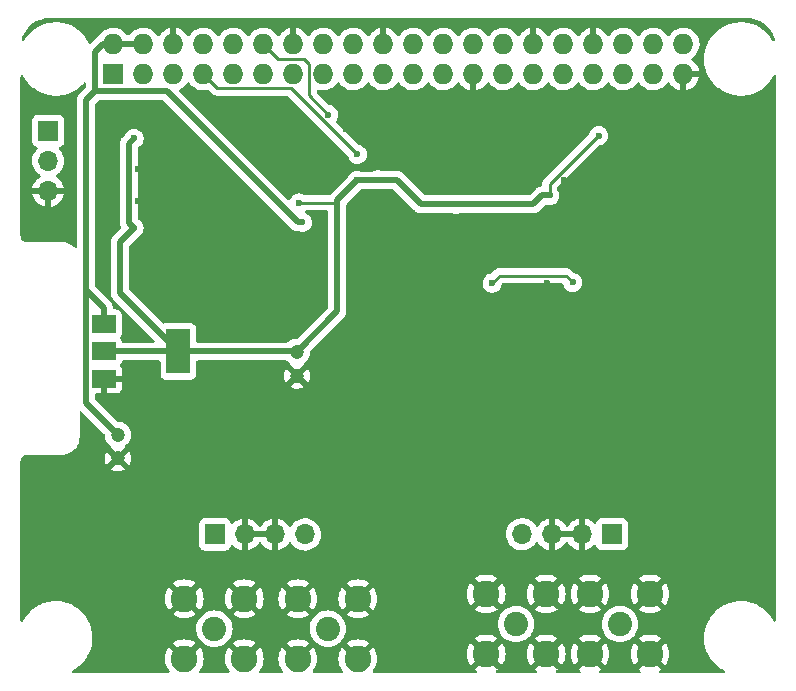
<source format=gbr>
%TF.GenerationSoftware,KiCad,Pcbnew,(6.0.7)*%
%TF.CreationDate,2022-08-28T16:53:58+02:00*%
%TF.ProjectId,RPi_Hat,5250695f-4861-4742-9e6b-696361645f70,rev?*%
%TF.SameCoordinates,Original*%
%TF.FileFunction,Copper,L4,Bot*%
%TF.FilePolarity,Positive*%
%FSLAX46Y46*%
G04 Gerber Fmt 4.6, Leading zero omitted, Abs format (unit mm)*
G04 Created by KiCad (PCBNEW (6.0.7)) date 2022-08-28 16:53:58*
%MOMM*%
%LPD*%
G01*
G04 APERTURE LIST*
%TA.AperFunction,ComponentPad*%
%ADD10R,1.727200X1.727200*%
%TD*%
%TA.AperFunction,ComponentPad*%
%ADD11O,1.727200X1.727200*%
%TD*%
%TA.AperFunction,ComponentPad*%
%ADD12R,1.700000X1.700000*%
%TD*%
%TA.AperFunction,ComponentPad*%
%ADD13O,1.700000X1.700000*%
%TD*%
%TA.AperFunction,ComponentPad*%
%ADD14C,1.200000*%
%TD*%
%TA.AperFunction,ComponentPad*%
%ADD15C,2.050000*%
%TD*%
%TA.AperFunction,ComponentPad*%
%ADD16C,2.250000*%
%TD*%
%TA.AperFunction,SMDPad,CuDef*%
%ADD17R,2.000000X1.500000*%
%TD*%
%TA.AperFunction,SMDPad,CuDef*%
%ADD18R,2.000000X3.800000*%
%TD*%
%TA.AperFunction,ViaPad*%
%ADD19C,0.600000*%
%TD*%
%TA.AperFunction,Conductor*%
%ADD20C,0.500000*%
%TD*%
%TA.AperFunction,Conductor*%
%ADD21C,0.250000*%
%TD*%
G04 APERTURE END LIST*
D10*
%TO.P,J6,1,3.3V*%
%TO.N,Net-(J6-Pad1)*%
X121541600Y-63527200D03*
D11*
%TO.P,J6,2,5V*%
%TO.N,+5V*%
X121541600Y-60987200D03*
%TO.P,J6,3,BCM2_SDA*%
%TO.N,SDA*%
X124081600Y-63527200D03*
%TO.P,J6,4,5V*%
%TO.N,+5V*%
X124081600Y-60987200D03*
%TO.P,J6,5,BCM3_SCL*%
%TO.N,SCL*%
X126621600Y-63527200D03*
%TO.P,J6,6,GND*%
%TO.N,GND*%
X126621600Y-60987200D03*
%TO.P,J6,7,BCM4_GPCLK0*%
%TO.N,GPCLK0*%
X129161600Y-63527200D03*
%TO.P,J6,8,BCM14_TXD*%
%TO.N,unconnected-(J6-Pad8)*%
X129161600Y-60987200D03*
%TO.P,J6,9,GND*%
%TO.N,GND*%
X131701600Y-63527200D03*
%TO.P,J6,10,BCM15_RXD*%
%TO.N,unconnected-(J6-Pad10)*%
X131701600Y-60987200D03*
%TO.P,J6,11,BCM17*%
%TO.N,unconnected-(J6-Pad11)*%
X134241600Y-63527200D03*
%TO.P,J6,12,BCM18_PCM_C*%
%TO.N,BCK*%
X134241600Y-60987200D03*
%TO.P,J6,13,BCM27*%
%TO.N,unconnected-(J6-Pad13)*%
X136781600Y-63527200D03*
%TO.P,J6,14,GND*%
%TO.N,GND*%
X136781600Y-60987200D03*
%TO.P,J6,15,BCM22*%
%TO.N,unconnected-(J6-Pad15)*%
X139321600Y-63527200D03*
%TO.P,J6,16,BCM23*%
%TO.N,unconnected-(J6-Pad16)*%
X139321600Y-60987200D03*
%TO.P,J6,17,3.3V*%
%TO.N,unconnected-(J6-Pad17)*%
X141861600Y-63527200D03*
%TO.P,J6,18,BCM24*%
%TO.N,unconnected-(J6-Pad18)*%
X141861600Y-60987200D03*
%TO.P,J6,19,BCM10_MOSI*%
%TO.N,unconnected-(J6-Pad19)*%
X144401600Y-63527200D03*
%TO.P,J6,20,GND*%
%TO.N,GND*%
X144401600Y-60987200D03*
%TO.P,J6,21,BCM9_MISO*%
%TO.N,unconnected-(J6-Pad21)*%
X146941600Y-63527200D03*
%TO.P,J6,22,BCM25*%
%TO.N,unconnected-(J6-Pad22)*%
X146941600Y-60987200D03*
%TO.P,J6,23,BCM11_SCLK*%
%TO.N,unconnected-(J6-Pad23)*%
X149481600Y-63527200D03*
%TO.P,J6,24,BCM8_CE0*%
%TO.N,unconnected-(J6-Pad24)*%
X149481600Y-60987200D03*
%TO.P,J6,25,GND*%
%TO.N,GND*%
X152021600Y-63527200D03*
%TO.P,J6,26,BCM7_CE1*%
%TO.N,unconnected-(J6-Pad26)*%
X152021600Y-60987200D03*
%TO.P,J6,27,BCM0_ID_SD*%
%TO.N,unconnected-(J6-Pad27)*%
X154561600Y-63527200D03*
%TO.P,J6,28,BCM1_ID_SC*%
%TO.N,unconnected-(J6-Pad28)*%
X154561600Y-60987200D03*
%TO.P,J6,29,BCM5*%
%TO.N,unconnected-(J6-Pad29)*%
X157101600Y-63527200D03*
%TO.P,J6,30,GND*%
%TO.N,GND*%
X157101600Y-60987200D03*
%TO.P,J6,31,BCM6*%
%TO.N,unconnected-(J6-Pad31)*%
X159641600Y-63527200D03*
%TO.P,J6,32,BCM12_PWM0*%
%TO.N,unconnected-(J6-Pad32)*%
X159641600Y-60987200D03*
%TO.P,J6,33,BCM13_PWM1*%
%TO.N,unconnected-(J6-Pad33)*%
X162181600Y-63527200D03*
%TO.P,J6,34,GND*%
%TO.N,GND*%
X162181600Y-60987200D03*
%TO.P,J6,35,BCM19_MISO_PCM_FS*%
%TO.N,LRCK*%
X164721600Y-63527200D03*
%TO.P,J6,36,BCM16*%
%TO.N,unconnected-(J6-Pad36)*%
X164721600Y-60987200D03*
%TO.P,J6,37,BCM26*%
%TO.N,unconnected-(J6-Pad37)*%
X167261600Y-63527200D03*
%TO.P,J6,38,BCM20_MOSI_PCM_DI*%
%TO.N,Dout*%
X167261600Y-60987200D03*
%TO.P,J6,39,GND*%
%TO.N,GND*%
X169801600Y-63527200D03*
%TO.P,J6,40,BCM21_SCLK_PCM_DO*%
%TO.N,Din*%
X169801600Y-60987200D03*
%TD*%
D12*
%TO.P,J7,1,Pin_1*%
%TO.N,/InL*%
X130159600Y-102514400D03*
D13*
%TO.P,J7,2,Pin_2*%
%TO.N,GND*%
X132699600Y-102514400D03*
%TO.P,J7,3,Pin_3*%
X135239600Y-102514400D03*
%TO.P,J7,4,Pin_4*%
%TO.N,/InR*%
X137779600Y-102514400D03*
%TD*%
D12*
%TO.P,J5,1,Pin_1*%
%TO.N,SDA*%
X116027200Y-68341000D03*
D13*
%TO.P,J5,2,Pin_2*%
%TO.N,SCL*%
X116027200Y-70881000D03*
%TO.P,J5,3,Pin_3*%
%TO.N,GND*%
X116027200Y-73421000D03*
%TD*%
D14*
%TO.P,C12,1*%
%TO.N,+3.3V*%
X137083800Y-87061800D03*
%TO.P,C12,2*%
%TO.N,GND*%
X137083800Y-89061800D03*
%TD*%
D12*
%TO.P,J8,1,Pin_1*%
%TO.N,/OutL*%
X163769200Y-102489000D03*
D13*
%TO.P,J8,2,Pin_2*%
%TO.N,GND*%
X161229200Y-102489000D03*
%TO.P,J8,3,Pin_3*%
X158689200Y-102489000D03*
%TO.P,J8,4,Pin_4*%
%TO.N,/OutR*%
X156149200Y-102489000D03*
%TD*%
D15*
%TO.P,J1,1,In*%
%TO.N,/InR*%
X139700000Y-110490000D03*
D16*
%TO.P,J1,2,Ext*%
%TO.N,GND*%
X142240000Y-107950000D03*
X137160000Y-107950000D03*
X142240000Y-113030000D03*
X137160000Y-113030000D03*
%TD*%
D15*
%TO.P,J3,1,In*%
%TO.N,/OutL*%
X164439600Y-110083600D03*
D16*
%TO.P,J3,2,Ext*%
%TO.N,GND*%
X166979600Y-107543600D03*
X161899600Y-107543600D03*
X161899600Y-112623600D03*
X166979600Y-112623600D03*
%TD*%
D14*
%TO.P,C11,1*%
%TO.N,+5V*%
X121920000Y-94062800D03*
%TO.P,C11,2*%
%TO.N,GND*%
X121920000Y-96062800D03*
%TD*%
D15*
%TO.P,J2,1,In*%
%TO.N,/InL*%
X130098800Y-110490000D03*
D16*
%TO.P,J2,2,Ext*%
%TO.N,GND*%
X132638800Y-113030000D03*
X127558800Y-113030000D03*
X127558800Y-107950000D03*
X132638800Y-107950000D03*
%TD*%
D15*
%TO.P,J4,1,In*%
%TO.N,/OutR*%
X155651200Y-110083600D03*
D16*
%TO.P,J4,2,Ext*%
%TO.N,GND*%
X153111200Y-107543600D03*
X153111200Y-112623600D03*
X158191200Y-112623600D03*
X158191200Y-107543600D03*
%TD*%
D17*
%TO.P,U2,1,GND*%
%TO.N,GND*%
X120751200Y-89320400D03*
D18*
%TO.P,U2,2,VO*%
%TO.N,+3.3V*%
X127051200Y-87020400D03*
D17*
X120751200Y-87020400D03*
%TO.P,U2,3,VI*%
%TO.N,+5V*%
X120751200Y-84720400D03*
%TD*%
D19*
%TO.N,GND*%
X147320000Y-105410000D03*
X133705600Y-80010000D03*
X147320000Y-110490000D03*
X116865400Y-101650800D03*
X138226800Y-70383400D03*
X175260000Y-80010000D03*
X147320000Y-80010000D03*
X143916400Y-70358000D03*
X162509200Y-81178400D03*
X175260000Y-102870000D03*
X121412000Y-91389200D03*
X147320000Y-90170000D03*
X161188400Y-83413600D03*
X132130800Y-75539600D03*
X148742400Y-72390000D03*
X133350000Y-91440000D03*
X175260000Y-68580000D03*
X175260000Y-87630000D03*
X129590800Y-74879200D03*
X175260000Y-72390000D03*
X133350000Y-95250000D03*
X166268400Y-68072000D03*
X124460000Y-110490000D03*
X123596400Y-74269600D03*
X153822400Y-73152000D03*
X147320000Y-100330000D03*
X133350000Y-99060000D03*
X160013478Y-96503951D03*
X147320000Y-85090000D03*
X172720000Y-105410000D03*
X156768800Y-83312000D03*
X160020000Y-99060000D03*
X124460000Y-80721200D03*
X144780000Y-110490000D03*
X158292800Y-81214000D03*
X121920000Y-110490000D03*
X138201401Y-80060800D03*
X123596400Y-71577200D03*
X143992600Y-74752200D03*
X131622800Y-80010000D03*
X136017001Y-80060800D03*
X160020000Y-87630000D03*
X175260000Y-99060000D03*
X166217600Y-72440800D03*
X175260000Y-95250000D03*
X147320000Y-95250000D03*
X160013478Y-91384849D03*
X175260000Y-91440000D03*
X144653000Y-68199000D03*
X175260000Y-76200000D03*
X149860000Y-110490000D03*
X141224000Y-68199000D03*
X132130800Y-73609200D03*
X159664400Y-72491600D03*
X160020000Y-93980000D03*
X150215600Y-76657200D03*
X143002000Y-68199000D03*
X116840000Y-105410000D03*
X120751200Y-89510000D03*
X162763200Y-74218800D03*
X175260000Y-83820000D03*
X131572000Y-83921600D03*
X147472400Y-70866000D03*
X138226800Y-72593200D03*
X166217600Y-70307200D03*
X155092400Y-78892400D03*
X166217600Y-74523600D03*
X150215600Y-78841600D03*
X159969200Y-77520800D03*
X116890800Y-99085400D03*
%TO.N,+5V*%
X137541000Y-76073000D03*
%TO.N,+3.3V*%
X142189200Y-72542400D03*
X137261600Y-74447400D03*
X123291600Y-68986400D03*
X158496000Y-73812400D03*
X123291600Y-76555600D03*
X150520400Y-74549000D03*
X143916400Y-72491600D03*
X162636200Y-68757800D03*
%TO.N,GPCLK0*%
X160426400Y-81176500D03*
X142202800Y-70324800D03*
X153619200Y-81229200D03*
%TO.N,BCK*%
X139750800Y-66962100D03*
%TD*%
D20*
%TO.N,GND*%
X120751200Y-89510000D02*
X120751200Y-90728400D01*
X120751200Y-90728400D02*
X121412000Y-91389200D01*
X120751200Y-89320400D02*
X120751200Y-89510000D01*
%TO.N,+5V*%
X137160000Y-76073000D02*
X126052200Y-64965200D01*
X120751200Y-83311600D02*
X119227600Y-81788000D01*
X121541600Y-60987200D02*
X124081600Y-60987200D01*
X119227600Y-81788000D02*
X119227600Y-91370400D01*
X119227600Y-81788000D02*
X119227600Y-65759201D01*
X120751200Y-84720400D02*
X120751200Y-83311600D01*
X126052200Y-64965200D02*
X120021601Y-64965200D01*
X120673600Y-60987200D02*
X121541600Y-60987200D01*
X119227600Y-91370400D02*
X121920000Y-94062800D01*
X137541000Y-76073000D02*
X137160000Y-76073000D01*
X120021601Y-64965200D02*
X120021601Y-61639199D01*
X120021601Y-61639199D02*
X120673600Y-60987200D01*
X119227600Y-65759201D02*
X120021601Y-64965200D01*
%TO.N,+3.3V*%
X122846400Y-69431600D02*
X123291600Y-68986400D01*
X122072400Y-82041600D02*
X122072400Y-77774800D01*
X120751200Y-87020400D02*
X127051200Y-87020400D01*
D21*
X137261600Y-74447400D02*
X140284200Y-74447400D01*
D20*
X140512800Y-74218800D02*
X142189200Y-72542400D01*
X140512800Y-82042000D02*
X140512800Y-74218800D01*
X122072400Y-77774800D02*
X123291600Y-76555600D01*
D21*
X158496000Y-73812400D02*
X158496000Y-72818542D01*
X158496000Y-72818542D02*
X162556742Y-68757800D01*
D20*
X145542000Y-72491600D02*
X143916400Y-72491600D01*
X127051200Y-87020400D02*
X122072400Y-82041600D01*
X137042400Y-87020400D02*
X137083800Y-87061800D01*
X137083800Y-87061800D02*
X140512800Y-83632800D01*
X140512800Y-83632800D02*
X140512800Y-82042000D01*
X157099000Y-74549000D02*
X157835600Y-73812400D01*
D21*
X140284200Y-74447400D02*
X140512800Y-74218800D01*
D20*
X150520400Y-74549000D02*
X157099000Y-74549000D01*
X157835600Y-73812400D02*
X158496000Y-73812400D01*
X150520400Y-74549000D02*
X147599400Y-74549000D01*
X127051200Y-87020400D02*
X137042400Y-87020400D01*
X142189200Y-72542400D02*
X143865600Y-72542400D01*
X123291600Y-76555600D02*
X122846400Y-76110400D01*
X143865600Y-72542400D02*
X143916400Y-72491600D01*
D21*
X162556742Y-68757800D02*
X162636200Y-68757800D01*
D20*
X122846400Y-76110400D02*
X122846400Y-69431600D01*
X147599400Y-74549000D02*
X145542000Y-72491600D01*
D21*
%TO.N,GPCLK0*%
X154259400Y-80589000D02*
X159838900Y-80589000D01*
X130350200Y-64715800D02*
X129161600Y-63527200D01*
X136593800Y-64715800D02*
X130350200Y-64715800D01*
X142202800Y-70324800D02*
X136593800Y-64715800D01*
X159838900Y-80589000D02*
X160426400Y-81176500D01*
X153619200Y-81229200D02*
X154259400Y-80589000D01*
%TO.N,BCK*%
X139750800Y-66962100D02*
X138125200Y-65336500D01*
X138125200Y-65336500D02*
X138125200Y-62687200D01*
X138125200Y-62687200D02*
X137684601Y-62246601D01*
X137684601Y-62246601D02*
X135501001Y-62246601D01*
X135501001Y-62246601D02*
X134241600Y-60987200D01*
%TD*%
%TA.AperFunction,Conductor*%
%TO.N,GND*%
G36*
X175141618Y-58767200D02*
G01*
X175156451Y-58769510D01*
X175156455Y-58769510D01*
X175165324Y-58770891D01*
X175182523Y-58768642D01*
X175206463Y-58767809D01*
X175464310Y-58783406D01*
X175479414Y-58785240D01*
X175551386Y-58798429D01*
X175760360Y-58836725D01*
X175775126Y-58840364D01*
X176047831Y-58925342D01*
X176062045Y-58930734D01*
X176279823Y-59028747D01*
X176322506Y-59047957D01*
X176335979Y-59055028D01*
X176580413Y-59202795D01*
X176592934Y-59211438D01*
X176817771Y-59387585D01*
X176829160Y-59397675D01*
X177031125Y-59599640D01*
X177041215Y-59611029D01*
X177217362Y-59835866D01*
X177226005Y-59848387D01*
X177373772Y-60092821D01*
X177380842Y-60106292D01*
X177498066Y-60366755D01*
X177503458Y-60380969D01*
X177529777Y-60465431D01*
X177559361Y-60560369D01*
X177560531Y-60631356D01*
X177523136Y-60691706D01*
X177459050Y-60722259D01*
X177388619Y-60713314D01*
X177334205Y-60667712D01*
X177330223Y-60661330D01*
X177263090Y-60546216D01*
X177261287Y-60543124D01*
X177050601Y-60260981D01*
X177048157Y-60258383D01*
X177048152Y-60258377D01*
X176811780Y-60007107D01*
X176811776Y-60007104D01*
X176809330Y-60004503D01*
X176617217Y-59841867D01*
X176543298Y-59779290D01*
X176543294Y-59779287D01*
X176540576Y-59776986D01*
X176470438Y-59730121D01*
X176250770Y-59583344D01*
X176250768Y-59583343D01*
X176247793Y-59581355D01*
X176244609Y-59579715D01*
X175937930Y-59421764D01*
X175937925Y-59421762D01*
X175934747Y-59420125D01*
X175931406Y-59418859D01*
X175931401Y-59418857D01*
X175670400Y-59319973D01*
X175605461Y-59295370D01*
X175601997Y-59294490D01*
X175601993Y-59294489D01*
X175267637Y-59209573D01*
X175267629Y-59209571D01*
X175264170Y-59208693D01*
X175092448Y-59185322D01*
X174918253Y-59161615D01*
X174918246Y-59161614D01*
X174915260Y-59161208D01*
X174800519Y-59156700D01*
X174582402Y-59156700D01*
X174440844Y-59164738D01*
X174323608Y-59171395D01*
X174323601Y-59171396D01*
X174320040Y-59171598D01*
X174181717Y-59195366D01*
X173976518Y-59230625D01*
X173976510Y-59230627D01*
X173973000Y-59231230D01*
X173969575Y-59232228D01*
X173969572Y-59232229D01*
X173755970Y-59294489D01*
X173634941Y-59329766D01*
X173310210Y-59465937D01*
X173156596Y-59551965D01*
X173006098Y-59636247D01*
X173006093Y-59636250D01*
X173002981Y-59637993D01*
X173000085Y-59640078D01*
X173000080Y-59640081D01*
X172873243Y-59731391D01*
X172717205Y-59843723D01*
X172714569Y-59846117D01*
X172714567Y-59846119D01*
X172537333Y-60007107D01*
X172456554Y-60080481D01*
X172224381Y-60345223D01*
X172222349Y-60348152D01*
X172222346Y-60348156D01*
X172185449Y-60401344D01*
X172023671Y-60634547D01*
X172021981Y-60637693D01*
X172021977Y-60637699D01*
X171997921Y-60682470D01*
X171857002Y-60944732D01*
X171726519Y-61271790D01*
X171633899Y-61611517D01*
X171633357Y-61615039D01*
X171592136Y-61882856D01*
X171580332Y-61959545D01*
X171580192Y-61963109D01*
X171566943Y-62300339D01*
X171566508Y-62311400D01*
X171592604Y-62662558D01*
X171658284Y-63008504D01*
X171659342Y-63011913D01*
X171659344Y-63011919D01*
X171681572Y-63083504D01*
X171762704Y-63344792D01*
X171904521Y-63667097D01*
X172081913Y-63971276D01*
X172292599Y-64253419D01*
X172295043Y-64256017D01*
X172295048Y-64256023D01*
X172530784Y-64506617D01*
X172533870Y-64509897D01*
X172638921Y-64598829D01*
X172772715Y-64712094D01*
X172802624Y-64737414D01*
X172805588Y-64739394D01*
X172805590Y-64739396D01*
X173049537Y-64902396D01*
X173095407Y-64933045D01*
X173098589Y-64934684D01*
X173098591Y-64934685D01*
X173405270Y-65092636D01*
X173405275Y-65092638D01*
X173408453Y-65094275D01*
X173411794Y-65095541D01*
X173411799Y-65095543D01*
X173610435Y-65170799D01*
X173737739Y-65219030D01*
X173741203Y-65219910D01*
X173741207Y-65219911D01*
X174075563Y-65304827D01*
X174075571Y-65304829D01*
X174079030Y-65305707D01*
X174226912Y-65325833D01*
X174424947Y-65352785D01*
X174424954Y-65352786D01*
X174427940Y-65353192D01*
X174542681Y-65357700D01*
X174760798Y-65357700D01*
X174908727Y-65349300D01*
X175019592Y-65343005D01*
X175019599Y-65343004D01*
X175023160Y-65342802D01*
X175187683Y-65314532D01*
X175366682Y-65283775D01*
X175366690Y-65283773D01*
X175370200Y-65283170D01*
X175373625Y-65282172D01*
X175373628Y-65282171D01*
X175634016Y-65206274D01*
X175708259Y-65184634D01*
X175855674Y-65122818D01*
X176029692Y-65049846D01*
X176032990Y-65048463D01*
X176236156Y-64934685D01*
X176337102Y-64878153D01*
X176337107Y-64878150D01*
X176340219Y-64876407D01*
X176343115Y-64874322D01*
X176343120Y-64874319D01*
X176493881Y-64765786D01*
X176625995Y-64670677D01*
X176724270Y-64581411D01*
X176884005Y-64436318D01*
X176884006Y-64436317D01*
X176886646Y-64433919D01*
X177061957Y-64234016D01*
X177116468Y-64171858D01*
X177116469Y-64171856D01*
X177118819Y-64169177D01*
X177133532Y-64147969D01*
X177263101Y-63961194D01*
X177319529Y-63879853D01*
X177426109Y-63681499D01*
X177475971Y-63630961D01*
X177545241Y-63615402D01*
X177611927Y-63639764D01*
X177654856Y-63696312D01*
X177663100Y-63741139D01*
X177663100Y-109765956D01*
X177643098Y-109834077D01*
X177589442Y-109880570D01*
X177519168Y-109890674D01*
X177454588Y-109861180D01*
X177428257Y-109829432D01*
X177389356Y-109762728D01*
X177261287Y-109543124D01*
X177050601Y-109260981D01*
X177048157Y-109258383D01*
X177048152Y-109258377D01*
X176811780Y-109007107D01*
X176811776Y-109007104D01*
X176809330Y-109004503D01*
X176633903Y-108855993D01*
X176543298Y-108779290D01*
X176543294Y-108779287D01*
X176540576Y-108776986D01*
X176309430Y-108622539D01*
X176250770Y-108583344D01*
X176250768Y-108583343D01*
X176247793Y-108581355D01*
X176213918Y-108563908D01*
X175937930Y-108421764D01*
X175937925Y-108421762D01*
X175934747Y-108420125D01*
X175931406Y-108418859D01*
X175931401Y-108418857D01*
X175608805Y-108296637D01*
X175608806Y-108296637D01*
X175605461Y-108295370D01*
X175601997Y-108294490D01*
X175601993Y-108294489D01*
X175267637Y-108209573D01*
X175267629Y-108209571D01*
X175264170Y-108208693D01*
X175092448Y-108185322D01*
X174918253Y-108161615D01*
X174918246Y-108161614D01*
X174915260Y-108161208D01*
X174800519Y-108156700D01*
X174582402Y-108156700D01*
X174440844Y-108164738D01*
X174323608Y-108171395D01*
X174323601Y-108171396D01*
X174320040Y-108171598D01*
X174181717Y-108195366D01*
X173976518Y-108230625D01*
X173976510Y-108230627D01*
X173973000Y-108231230D01*
X173969575Y-108232228D01*
X173969572Y-108232229D01*
X173796467Y-108282685D01*
X173634941Y-108329766D01*
X173631639Y-108331151D01*
X173631638Y-108331151D01*
X173313508Y-108464554D01*
X173310210Y-108465937D01*
X173244404Y-108502790D01*
X173006098Y-108636247D01*
X173006093Y-108636250D01*
X173002981Y-108637993D01*
X173000085Y-108640078D01*
X173000080Y-108640081D01*
X172932010Y-108689085D01*
X172717205Y-108843723D01*
X172714569Y-108846117D01*
X172714567Y-108846119D01*
X172513297Y-109028939D01*
X172456554Y-109080481D01*
X172224381Y-109345223D01*
X172222349Y-109348152D01*
X172222346Y-109348156D01*
X172181576Y-109406927D01*
X172023671Y-109634547D01*
X172021981Y-109637692D01*
X172021977Y-109637699D01*
X171919230Y-109828921D01*
X171857002Y-109944732D01*
X171726519Y-110271790D01*
X171633899Y-110611517D01*
X171580332Y-110959545D01*
X171580192Y-110963109D01*
X171566917Y-111301001D01*
X171566508Y-111311400D01*
X171592604Y-111662558D01*
X171658284Y-112008504D01*
X171659342Y-112011913D01*
X171659344Y-112011919D01*
X171679949Y-112078276D01*
X171762704Y-112344792D01*
X171764145Y-112348067D01*
X171901931Y-112661210D01*
X171904521Y-112667097D01*
X172081913Y-112971276D01*
X172292599Y-113253419D01*
X172295043Y-113256017D01*
X172295048Y-113256023D01*
X172531420Y-113507293D01*
X172533870Y-113509897D01*
X172611156Y-113575324D01*
X172726252Y-113672760D01*
X172802624Y-113737414D01*
X172805588Y-113739394D01*
X172805590Y-113739396D01*
X173007517Y-113874319D01*
X173095407Y-113933045D01*
X173098589Y-113934684D01*
X173098591Y-113934685D01*
X173246152Y-114010684D01*
X173297554Y-114059657D01*
X173314320Y-114128646D01*
X173291125Y-114195747D01*
X173235336Y-114239656D01*
X173188460Y-114248700D01*
X167899809Y-114248700D01*
X167831688Y-114228698D01*
X167785195Y-114175042D01*
X167775091Y-114104768D01*
X167804585Y-114040188D01*
X167833974Y-114015267D01*
X167933528Y-113954260D01*
X167938790Y-113946199D01*
X167932783Y-113935993D01*
X166992412Y-112995622D01*
X166978468Y-112988008D01*
X166976635Y-112988139D01*
X166970020Y-112992390D01*
X166027876Y-113934534D01*
X166020484Y-113948071D01*
X166024170Y-113953340D01*
X166125226Y-114015267D01*
X166172857Y-114067915D01*
X166184464Y-114137956D01*
X166156361Y-114203154D01*
X166097471Y-114242808D01*
X166059391Y-114248700D01*
X162819809Y-114248700D01*
X162751688Y-114228698D01*
X162705195Y-114175042D01*
X162695091Y-114104768D01*
X162724585Y-114040188D01*
X162753974Y-114015267D01*
X162853528Y-113954260D01*
X162858790Y-113946199D01*
X162852783Y-113935993D01*
X161912412Y-112995622D01*
X161898468Y-112988008D01*
X161896635Y-112988139D01*
X161890020Y-112992390D01*
X160947876Y-113934534D01*
X160940484Y-113948071D01*
X160944170Y-113953340D01*
X161045226Y-114015267D01*
X161092857Y-114067915D01*
X161104464Y-114137956D01*
X161076361Y-114203154D01*
X161017471Y-114242808D01*
X160979391Y-114248700D01*
X159111409Y-114248700D01*
X159043288Y-114228698D01*
X158996795Y-114175042D01*
X158986691Y-114104768D01*
X159016185Y-114040188D01*
X159045574Y-114015267D01*
X159145128Y-113954260D01*
X159150390Y-113946199D01*
X159144383Y-113935993D01*
X158204012Y-112995622D01*
X158190068Y-112988008D01*
X158188235Y-112988139D01*
X158181620Y-112992390D01*
X157239476Y-113934534D01*
X157232084Y-113948071D01*
X157235770Y-113953340D01*
X157336826Y-114015267D01*
X157384457Y-114067915D01*
X157396064Y-114137956D01*
X157367961Y-114203154D01*
X157309071Y-114242808D01*
X157270991Y-114248700D01*
X154031409Y-114248700D01*
X153963288Y-114228698D01*
X153916795Y-114175042D01*
X153906691Y-114104768D01*
X153936185Y-114040188D01*
X153965574Y-114015267D01*
X154065128Y-113954260D01*
X154070390Y-113946199D01*
X154064383Y-113935993D01*
X153124012Y-112995622D01*
X153110068Y-112988008D01*
X153108235Y-112988139D01*
X153101620Y-112992390D01*
X152159476Y-113934534D01*
X152152084Y-113948071D01*
X152155770Y-113953340D01*
X152256826Y-114015267D01*
X152304457Y-114067915D01*
X152316064Y-114137956D01*
X152287961Y-114203154D01*
X152229071Y-114242808D01*
X152190991Y-114248700D01*
X143619985Y-114248700D01*
X143551864Y-114228698D01*
X143505371Y-114175042D01*
X143495267Y-114104768D01*
X143524174Y-114040870D01*
X143561995Y-113996588D01*
X143567792Y-113988608D01*
X143696927Y-113777879D01*
X143701408Y-113769085D01*
X143795984Y-113540758D01*
X143799033Y-113531373D01*
X143856728Y-113291060D01*
X143858271Y-113281313D01*
X143877662Y-113034930D01*
X143877662Y-113025070D01*
X143858271Y-112778687D01*
X143856728Y-112768940D01*
X143823018Y-112628530D01*
X151473538Y-112628530D01*
X151492929Y-112874913D01*
X151494472Y-112884660D01*
X151552167Y-113124973D01*
X151555216Y-113134358D01*
X151649792Y-113362685D01*
X151654273Y-113371479D01*
X151780540Y-113577528D01*
X151788601Y-113582790D01*
X151798807Y-113576783D01*
X152739178Y-112636412D01*
X152745556Y-112624732D01*
X153475608Y-112624732D01*
X153475739Y-112626565D01*
X153479990Y-112633180D01*
X154422134Y-113575324D01*
X154435671Y-113582716D01*
X154440940Y-113579030D01*
X154568127Y-113371479D01*
X154572608Y-113362685D01*
X154667184Y-113134358D01*
X154670233Y-113124973D01*
X154727928Y-112884660D01*
X154729471Y-112874913D01*
X154748862Y-112628530D01*
X156553538Y-112628530D01*
X156572929Y-112874913D01*
X156574472Y-112884660D01*
X156632167Y-113124973D01*
X156635216Y-113134358D01*
X156729792Y-113362685D01*
X156734273Y-113371479D01*
X156860540Y-113577528D01*
X156868601Y-113582790D01*
X156878807Y-113576783D01*
X157819178Y-112636412D01*
X157825556Y-112624732D01*
X158555608Y-112624732D01*
X158555739Y-112626565D01*
X158559990Y-112633180D01*
X159502134Y-113575324D01*
X159515671Y-113582716D01*
X159520940Y-113579030D01*
X159648127Y-113371479D01*
X159652608Y-113362685D01*
X159747184Y-113134358D01*
X159750233Y-113124973D01*
X159807928Y-112884660D01*
X159809471Y-112874913D01*
X159828862Y-112628530D01*
X160261938Y-112628530D01*
X160281329Y-112874913D01*
X160282872Y-112884660D01*
X160340567Y-113124973D01*
X160343616Y-113134358D01*
X160438192Y-113362685D01*
X160442673Y-113371479D01*
X160568940Y-113577528D01*
X160577001Y-113582790D01*
X160587207Y-113576783D01*
X161527578Y-112636412D01*
X161533956Y-112624732D01*
X162264008Y-112624732D01*
X162264139Y-112626565D01*
X162268390Y-112633180D01*
X163210534Y-113575324D01*
X163224071Y-113582716D01*
X163229340Y-113579030D01*
X163356527Y-113371479D01*
X163361008Y-113362685D01*
X163455584Y-113134358D01*
X163458633Y-113124973D01*
X163516328Y-112884660D01*
X163517871Y-112874913D01*
X163537262Y-112628530D01*
X165341938Y-112628530D01*
X165361329Y-112874913D01*
X165362872Y-112884660D01*
X165420567Y-113124973D01*
X165423616Y-113134358D01*
X165518192Y-113362685D01*
X165522673Y-113371479D01*
X165648940Y-113577528D01*
X165657001Y-113582790D01*
X165667207Y-113576783D01*
X166607578Y-112636412D01*
X166613956Y-112624732D01*
X167344008Y-112624732D01*
X167344139Y-112626565D01*
X167348390Y-112633180D01*
X168290534Y-113575324D01*
X168304071Y-113582716D01*
X168309340Y-113579030D01*
X168436527Y-113371479D01*
X168441008Y-113362685D01*
X168535584Y-113134358D01*
X168538633Y-113124973D01*
X168596328Y-112884660D01*
X168597871Y-112874913D01*
X168617262Y-112628530D01*
X168617262Y-112618670D01*
X168597871Y-112372287D01*
X168596328Y-112362540D01*
X168538633Y-112122227D01*
X168535584Y-112112842D01*
X168441008Y-111884515D01*
X168436527Y-111875721D01*
X168310260Y-111669672D01*
X168302199Y-111664410D01*
X168291993Y-111670417D01*
X167351622Y-112610788D01*
X167344008Y-112624732D01*
X166613956Y-112624732D01*
X166615192Y-112622468D01*
X166615061Y-112620635D01*
X166610810Y-112614020D01*
X165668666Y-111671876D01*
X165655129Y-111664484D01*
X165649860Y-111668170D01*
X165522673Y-111875721D01*
X165518192Y-111884515D01*
X165423616Y-112112842D01*
X165420567Y-112122227D01*
X165362872Y-112362540D01*
X165361329Y-112372287D01*
X165341938Y-112618670D01*
X165341938Y-112628530D01*
X163537262Y-112628530D01*
X163537262Y-112618670D01*
X163517871Y-112372287D01*
X163516328Y-112362540D01*
X163458633Y-112122227D01*
X163455584Y-112112842D01*
X163361008Y-111884515D01*
X163356527Y-111875721D01*
X163230260Y-111669672D01*
X163222199Y-111664410D01*
X163211993Y-111670417D01*
X162271622Y-112610788D01*
X162264008Y-112624732D01*
X161533956Y-112624732D01*
X161535192Y-112622468D01*
X161535061Y-112620635D01*
X161530810Y-112614020D01*
X160588666Y-111671876D01*
X160575129Y-111664484D01*
X160569860Y-111668170D01*
X160442673Y-111875721D01*
X160438192Y-111884515D01*
X160343616Y-112112842D01*
X160340567Y-112122227D01*
X160282872Y-112362540D01*
X160281329Y-112372287D01*
X160261938Y-112618670D01*
X160261938Y-112628530D01*
X159828862Y-112628530D01*
X159828862Y-112618670D01*
X159809471Y-112372287D01*
X159807928Y-112362540D01*
X159750233Y-112122227D01*
X159747184Y-112112842D01*
X159652608Y-111884515D01*
X159648127Y-111875721D01*
X159521860Y-111669672D01*
X159513799Y-111664410D01*
X159503593Y-111670417D01*
X158563222Y-112610788D01*
X158555608Y-112624732D01*
X157825556Y-112624732D01*
X157826792Y-112622468D01*
X157826661Y-112620635D01*
X157822410Y-112614020D01*
X156880266Y-111671876D01*
X156866729Y-111664484D01*
X156861460Y-111668170D01*
X156734273Y-111875721D01*
X156729792Y-111884515D01*
X156635216Y-112112842D01*
X156632167Y-112122227D01*
X156574472Y-112362540D01*
X156572929Y-112372287D01*
X156553538Y-112618670D01*
X156553538Y-112628530D01*
X154748862Y-112628530D01*
X154748862Y-112618670D01*
X154729471Y-112372287D01*
X154727928Y-112362540D01*
X154670233Y-112122227D01*
X154667184Y-112112842D01*
X154572608Y-111884515D01*
X154568127Y-111875721D01*
X154441860Y-111669672D01*
X154433799Y-111664410D01*
X154423593Y-111670417D01*
X153483222Y-112610788D01*
X153475608Y-112624732D01*
X152745556Y-112624732D01*
X152746792Y-112622468D01*
X152746661Y-112620635D01*
X152742410Y-112614020D01*
X151800266Y-111671876D01*
X151786729Y-111664484D01*
X151781460Y-111668170D01*
X151654273Y-111875721D01*
X151649792Y-111884515D01*
X151555216Y-112112842D01*
X151552167Y-112122227D01*
X151494472Y-112362540D01*
X151492929Y-112372287D01*
X151473538Y-112618670D01*
X151473538Y-112628530D01*
X143823018Y-112628530D01*
X143799033Y-112528627D01*
X143795984Y-112519242D01*
X143701408Y-112290915D01*
X143696927Y-112282121D01*
X143570660Y-112076072D01*
X143562599Y-112070810D01*
X143552393Y-112076817D01*
X142329095Y-113300115D01*
X142266783Y-113334141D01*
X142195968Y-113329076D01*
X142150905Y-113300115D01*
X140929066Y-112078276D01*
X140915529Y-112070884D01*
X140910260Y-112074570D01*
X140783073Y-112282121D01*
X140778592Y-112290915D01*
X140684016Y-112519242D01*
X140680967Y-112528627D01*
X140623272Y-112768940D01*
X140621729Y-112778687D01*
X140602338Y-113025070D01*
X140602338Y-113034930D01*
X140621729Y-113281313D01*
X140623272Y-113291060D01*
X140680967Y-113531373D01*
X140684016Y-113540758D01*
X140778592Y-113769085D01*
X140783073Y-113777879D01*
X140912208Y-113988608D01*
X140918005Y-113996588D01*
X140955826Y-114040870D01*
X140984857Y-114105659D01*
X140974252Y-114175859D01*
X140927377Y-114229182D01*
X140860015Y-114248700D01*
X138539985Y-114248700D01*
X138471864Y-114228698D01*
X138425371Y-114175042D01*
X138415267Y-114104768D01*
X138444174Y-114040870D01*
X138481995Y-113996588D01*
X138487792Y-113988608D01*
X138616927Y-113777879D01*
X138621408Y-113769085D01*
X138715984Y-113540758D01*
X138719033Y-113531373D01*
X138776728Y-113291060D01*
X138778271Y-113281313D01*
X138797662Y-113034930D01*
X138797662Y-113025070D01*
X138778271Y-112778687D01*
X138776728Y-112768940D01*
X138719033Y-112528627D01*
X138715984Y-112519242D01*
X138621408Y-112290915D01*
X138616927Y-112282121D01*
X138490660Y-112076072D01*
X138482599Y-112070810D01*
X138472393Y-112076817D01*
X137249095Y-113300115D01*
X137186783Y-113334141D01*
X137115968Y-113329076D01*
X137070905Y-113300115D01*
X135849066Y-112078276D01*
X135835529Y-112070884D01*
X135830260Y-112074570D01*
X135703073Y-112282121D01*
X135698592Y-112290915D01*
X135604016Y-112519242D01*
X135600967Y-112528627D01*
X135543272Y-112768940D01*
X135541729Y-112778687D01*
X135522338Y-113025070D01*
X135522338Y-113034930D01*
X135541729Y-113281313D01*
X135543272Y-113291060D01*
X135600967Y-113531373D01*
X135604016Y-113540758D01*
X135698592Y-113769085D01*
X135703073Y-113777879D01*
X135832208Y-113988608D01*
X135838005Y-113996588D01*
X135875826Y-114040870D01*
X135904857Y-114105659D01*
X135894252Y-114175859D01*
X135847377Y-114229182D01*
X135780015Y-114248700D01*
X134018785Y-114248700D01*
X133950664Y-114228698D01*
X133904171Y-114175042D01*
X133894067Y-114104768D01*
X133922974Y-114040870D01*
X133960795Y-113996588D01*
X133966592Y-113988608D01*
X134095727Y-113777879D01*
X134100208Y-113769085D01*
X134194784Y-113540758D01*
X134197833Y-113531373D01*
X134255528Y-113291060D01*
X134257071Y-113281313D01*
X134276462Y-113034930D01*
X134276462Y-113025070D01*
X134257071Y-112778687D01*
X134255528Y-112768940D01*
X134197833Y-112528627D01*
X134194784Y-112519242D01*
X134100208Y-112290915D01*
X134095727Y-112282121D01*
X133969460Y-112076072D01*
X133961399Y-112070810D01*
X133951193Y-112076817D01*
X132727895Y-113300115D01*
X132665583Y-113334141D01*
X132594768Y-113329076D01*
X132549705Y-113300115D01*
X131327866Y-112078276D01*
X131314329Y-112070884D01*
X131309060Y-112074570D01*
X131181873Y-112282121D01*
X131177392Y-112290915D01*
X131082816Y-112519242D01*
X131079767Y-112528627D01*
X131022072Y-112768940D01*
X131020529Y-112778687D01*
X131001138Y-113025070D01*
X131001138Y-113034930D01*
X131020529Y-113281313D01*
X131022072Y-113291060D01*
X131079767Y-113531373D01*
X131082816Y-113540758D01*
X131177392Y-113769085D01*
X131181873Y-113777879D01*
X131311008Y-113988608D01*
X131316805Y-113996588D01*
X131354626Y-114040870D01*
X131383657Y-114105659D01*
X131373052Y-114175859D01*
X131326177Y-114229182D01*
X131258815Y-114248700D01*
X128938785Y-114248700D01*
X128870664Y-114228698D01*
X128824171Y-114175042D01*
X128814067Y-114104768D01*
X128842974Y-114040870D01*
X128880795Y-113996588D01*
X128886592Y-113988608D01*
X129015727Y-113777879D01*
X129020208Y-113769085D01*
X129114784Y-113540758D01*
X129117833Y-113531373D01*
X129175528Y-113291060D01*
X129177071Y-113281313D01*
X129196462Y-113034930D01*
X129196462Y-113025070D01*
X129177071Y-112778687D01*
X129175528Y-112768940D01*
X129117833Y-112528627D01*
X129114784Y-112519242D01*
X129020208Y-112290915D01*
X129015727Y-112282121D01*
X128889460Y-112076072D01*
X128881399Y-112070810D01*
X128871193Y-112076817D01*
X127647895Y-113300115D01*
X127585583Y-113334141D01*
X127514768Y-113329076D01*
X127469705Y-113300115D01*
X126247866Y-112078276D01*
X126234329Y-112070884D01*
X126229060Y-112074570D01*
X126101873Y-112282121D01*
X126097392Y-112290915D01*
X126002816Y-112519242D01*
X125999767Y-112528627D01*
X125942072Y-112768940D01*
X125940529Y-112778687D01*
X125921138Y-113025070D01*
X125921138Y-113034930D01*
X125940529Y-113281313D01*
X125942072Y-113291060D01*
X125999767Y-113531373D01*
X126002816Y-113540758D01*
X126097392Y-113769085D01*
X126101873Y-113777879D01*
X126231008Y-113988608D01*
X126236805Y-113996588D01*
X126274626Y-114040870D01*
X126303657Y-114105659D01*
X126293052Y-114175859D01*
X126246177Y-114229182D01*
X126178815Y-114248700D01*
X118158300Y-114248700D01*
X118090179Y-114228698D01*
X118043686Y-114175042D01*
X118033582Y-114104768D01*
X118063076Y-114040188D01*
X118096734Y-114012765D01*
X118337102Y-113878153D01*
X118337107Y-113878150D01*
X118340219Y-113876407D01*
X118343115Y-113874322D01*
X118343120Y-113874319D01*
X118489839Y-113768696D01*
X118625995Y-113670677D01*
X118728545Y-113577528D01*
X118884005Y-113436318D01*
X118884006Y-113436317D01*
X118886646Y-113433919D01*
X119118819Y-113169177D01*
X119319529Y-112879853D01*
X119322184Y-112874913D01*
X119435609Y-112663818D01*
X119486198Y-112569668D01*
X119616681Y-112242610D01*
X119709301Y-111902883D01*
X119739389Y-111707401D01*
X126599610Y-111707401D01*
X126605617Y-111717607D01*
X127545988Y-112657978D01*
X127559932Y-112665592D01*
X127561765Y-112665461D01*
X127568380Y-112661210D01*
X128510524Y-111719066D01*
X128517916Y-111705529D01*
X128514230Y-111700260D01*
X128306679Y-111573073D01*
X128297885Y-111568592D01*
X128069558Y-111474016D01*
X128060173Y-111470967D01*
X127819860Y-111413272D01*
X127810113Y-111411729D01*
X127563730Y-111392338D01*
X127553870Y-111392338D01*
X127307487Y-111411729D01*
X127297740Y-111413272D01*
X127057427Y-111470967D01*
X127048042Y-111474016D01*
X126819715Y-111568592D01*
X126810921Y-111573073D01*
X126604872Y-111699340D01*
X126599610Y-111707401D01*
X119739389Y-111707401D01*
X119740488Y-111700260D01*
X119762326Y-111558378D01*
X119762326Y-111558374D01*
X119762868Y-111554855D01*
X119771677Y-111330646D01*
X119776552Y-111206570D01*
X119776552Y-111206565D01*
X119776692Y-111203000D01*
X119750596Y-110851842D01*
X119684916Y-110505896D01*
X119679981Y-110490000D01*
X128560558Y-110490000D01*
X128579496Y-110730634D01*
X128580650Y-110735441D01*
X128580651Y-110735447D01*
X128590717Y-110777373D01*
X128635845Y-110965343D01*
X128637738Y-110969914D01*
X128637739Y-110969916D01*
X128719600Y-111167545D01*
X128728216Y-111188347D01*
X128854336Y-111394156D01*
X129011099Y-111577701D01*
X129194644Y-111734464D01*
X129400453Y-111860584D01*
X129405023Y-111862477D01*
X129405027Y-111862479D01*
X129618884Y-111951061D01*
X129623457Y-111952955D01*
X129705839Y-111972733D01*
X129853353Y-112008149D01*
X129853359Y-112008150D01*
X129858166Y-112009304D01*
X130098800Y-112028242D01*
X130339434Y-112009304D01*
X130344241Y-112008150D01*
X130344247Y-112008149D01*
X130491761Y-111972733D01*
X130574143Y-111952955D01*
X130578716Y-111951061D01*
X130792573Y-111862479D01*
X130792577Y-111862477D01*
X130797147Y-111860584D01*
X131002956Y-111734464D01*
X131034643Y-111707401D01*
X131679610Y-111707401D01*
X131685617Y-111717607D01*
X132625988Y-112657978D01*
X132639932Y-112665592D01*
X132641765Y-112665461D01*
X132648380Y-112661210D01*
X133590524Y-111719066D01*
X133596894Y-111707401D01*
X136200810Y-111707401D01*
X136206817Y-111717607D01*
X137147188Y-112657978D01*
X137161132Y-112665592D01*
X137162965Y-112665461D01*
X137169580Y-112661210D01*
X138111724Y-111719066D01*
X138119116Y-111705529D01*
X138115430Y-111700260D01*
X137907879Y-111573073D01*
X137899085Y-111568592D01*
X137670758Y-111474016D01*
X137661373Y-111470967D01*
X137421060Y-111413272D01*
X137411313Y-111411729D01*
X137164930Y-111392338D01*
X137155070Y-111392338D01*
X136908687Y-111411729D01*
X136898940Y-111413272D01*
X136658627Y-111470967D01*
X136649242Y-111474016D01*
X136420915Y-111568592D01*
X136412121Y-111573073D01*
X136206072Y-111699340D01*
X136200810Y-111707401D01*
X133596894Y-111707401D01*
X133597916Y-111705529D01*
X133594230Y-111700260D01*
X133386679Y-111573073D01*
X133377885Y-111568592D01*
X133149558Y-111474016D01*
X133140173Y-111470967D01*
X132899860Y-111413272D01*
X132890113Y-111411729D01*
X132643730Y-111392338D01*
X132633870Y-111392338D01*
X132387487Y-111411729D01*
X132377740Y-111413272D01*
X132137427Y-111470967D01*
X132128042Y-111474016D01*
X131899715Y-111568592D01*
X131890921Y-111573073D01*
X131684872Y-111699340D01*
X131679610Y-111707401D01*
X131034643Y-111707401D01*
X131186501Y-111577701D01*
X131343264Y-111394156D01*
X131469384Y-111188347D01*
X131478001Y-111167545D01*
X131559861Y-110969916D01*
X131559862Y-110969914D01*
X131561755Y-110965343D01*
X131606883Y-110777373D01*
X131616949Y-110735447D01*
X131616950Y-110735441D01*
X131618104Y-110730634D01*
X131637042Y-110490000D01*
X138161758Y-110490000D01*
X138180696Y-110730634D01*
X138181850Y-110735441D01*
X138181851Y-110735447D01*
X138191917Y-110777373D01*
X138237045Y-110965343D01*
X138238938Y-110969914D01*
X138238939Y-110969916D01*
X138320800Y-111167545D01*
X138329416Y-111188347D01*
X138455536Y-111394156D01*
X138612299Y-111577701D01*
X138795844Y-111734464D01*
X139001653Y-111860584D01*
X139006223Y-111862477D01*
X139006227Y-111862479D01*
X139220084Y-111951061D01*
X139224657Y-111952955D01*
X139307039Y-111972733D01*
X139454553Y-112008149D01*
X139454559Y-112008150D01*
X139459366Y-112009304D01*
X139700000Y-112028242D01*
X139940634Y-112009304D01*
X139945441Y-112008150D01*
X139945447Y-112008149D01*
X140092961Y-111972733D01*
X140175343Y-111952955D01*
X140179916Y-111951061D01*
X140393773Y-111862479D01*
X140393777Y-111862477D01*
X140398347Y-111860584D01*
X140604156Y-111734464D01*
X140635843Y-111707401D01*
X141280810Y-111707401D01*
X141286817Y-111717607D01*
X142227188Y-112657978D01*
X142241132Y-112665592D01*
X142242965Y-112665461D01*
X142249580Y-112661210D01*
X143191724Y-111719066D01*
X143199116Y-111705529D01*
X143195430Y-111700260D01*
X142987879Y-111573073D01*
X142979085Y-111568592D01*
X142750758Y-111474016D01*
X142741373Y-111470967D01*
X142501060Y-111413272D01*
X142491313Y-111411729D01*
X142244930Y-111392338D01*
X142235070Y-111392338D01*
X141988687Y-111411729D01*
X141978940Y-111413272D01*
X141738627Y-111470967D01*
X141729242Y-111474016D01*
X141500915Y-111568592D01*
X141492121Y-111573073D01*
X141286072Y-111699340D01*
X141280810Y-111707401D01*
X140635843Y-111707401D01*
X140787701Y-111577701D01*
X140944464Y-111394156D01*
X141001549Y-111301001D01*
X152152010Y-111301001D01*
X152158017Y-111311207D01*
X153098388Y-112251578D01*
X153112332Y-112259192D01*
X153114165Y-112259061D01*
X153120780Y-112254810D01*
X154062924Y-111312666D01*
X154070316Y-111299129D01*
X154066630Y-111293860D01*
X153859079Y-111166673D01*
X153850285Y-111162192D01*
X153621958Y-111067616D01*
X153612573Y-111064567D01*
X153372260Y-111006872D01*
X153362513Y-111005329D01*
X153116130Y-110985938D01*
X153106270Y-110985938D01*
X152859887Y-111005329D01*
X152850140Y-111006872D01*
X152609827Y-111064567D01*
X152600442Y-111067616D01*
X152372115Y-111162192D01*
X152363321Y-111166673D01*
X152157272Y-111292940D01*
X152152010Y-111301001D01*
X141001549Y-111301001D01*
X141070584Y-111188347D01*
X141079201Y-111167545D01*
X141161061Y-110969916D01*
X141161062Y-110969914D01*
X141162955Y-110965343D01*
X141208083Y-110777373D01*
X141218149Y-110735447D01*
X141218150Y-110735441D01*
X141219304Y-110730634D01*
X141238242Y-110490000D01*
X141219304Y-110249366D01*
X141218150Y-110244559D01*
X141218149Y-110244553D01*
X141179507Y-110083600D01*
X154112958Y-110083600D01*
X154131896Y-110324234D01*
X154133050Y-110329041D01*
X154133051Y-110329047D01*
X154158642Y-110435637D01*
X154188245Y-110558943D01*
X154190138Y-110563514D01*
X154190139Y-110563516D01*
X154259362Y-110730634D01*
X154280616Y-110781947D01*
X154406736Y-110987756D01*
X154563499Y-111171301D01*
X154747044Y-111328064D01*
X154952853Y-111454184D01*
X154957423Y-111456077D01*
X154957427Y-111456079D01*
X155171284Y-111544661D01*
X155175857Y-111546555D01*
X155258239Y-111566333D01*
X155405753Y-111601749D01*
X155405759Y-111601750D01*
X155410566Y-111602904D01*
X155651200Y-111621842D01*
X155891834Y-111602904D01*
X155896641Y-111601750D01*
X155896647Y-111601749D01*
X156044161Y-111566333D01*
X156126543Y-111546555D01*
X156131116Y-111544661D01*
X156344973Y-111456079D01*
X156344977Y-111456077D01*
X156349547Y-111454184D01*
X156555356Y-111328064D01*
X156587043Y-111301001D01*
X157232010Y-111301001D01*
X157238017Y-111311207D01*
X158178388Y-112251578D01*
X158192332Y-112259192D01*
X158194165Y-112259061D01*
X158200780Y-112254810D01*
X159142924Y-111312666D01*
X159149294Y-111301001D01*
X160940410Y-111301001D01*
X160946417Y-111311207D01*
X161886788Y-112251578D01*
X161900732Y-112259192D01*
X161902565Y-112259061D01*
X161909180Y-112254810D01*
X162851324Y-111312666D01*
X162858716Y-111299129D01*
X162855030Y-111293860D01*
X162647479Y-111166673D01*
X162638685Y-111162192D01*
X162410358Y-111067616D01*
X162400973Y-111064567D01*
X162160660Y-111006872D01*
X162150913Y-111005329D01*
X161904530Y-110985938D01*
X161894670Y-110985938D01*
X161648287Y-111005329D01*
X161638540Y-111006872D01*
X161398227Y-111064567D01*
X161388842Y-111067616D01*
X161160515Y-111162192D01*
X161151721Y-111166673D01*
X160945672Y-111292940D01*
X160940410Y-111301001D01*
X159149294Y-111301001D01*
X159150316Y-111299129D01*
X159146630Y-111293860D01*
X158939079Y-111166673D01*
X158930285Y-111162192D01*
X158701958Y-111067616D01*
X158692573Y-111064567D01*
X158452260Y-111006872D01*
X158442513Y-111005329D01*
X158196130Y-110985938D01*
X158186270Y-110985938D01*
X157939887Y-111005329D01*
X157930140Y-111006872D01*
X157689827Y-111064567D01*
X157680442Y-111067616D01*
X157452115Y-111162192D01*
X157443321Y-111166673D01*
X157237272Y-111292940D01*
X157232010Y-111301001D01*
X156587043Y-111301001D01*
X156738901Y-111171301D01*
X156895664Y-110987756D01*
X157021784Y-110781947D01*
X157043039Y-110730634D01*
X157112261Y-110563516D01*
X157112262Y-110563514D01*
X157114155Y-110558943D01*
X157143758Y-110435637D01*
X157169349Y-110329047D01*
X157169350Y-110329041D01*
X157170504Y-110324234D01*
X157189442Y-110083600D01*
X162901358Y-110083600D01*
X162920296Y-110324234D01*
X162921450Y-110329041D01*
X162921451Y-110329047D01*
X162947042Y-110435637D01*
X162976645Y-110558943D01*
X162978538Y-110563514D01*
X162978539Y-110563516D01*
X163047762Y-110730634D01*
X163069016Y-110781947D01*
X163195136Y-110987756D01*
X163351899Y-111171301D01*
X163535444Y-111328064D01*
X163741253Y-111454184D01*
X163745823Y-111456077D01*
X163745827Y-111456079D01*
X163959684Y-111544661D01*
X163964257Y-111546555D01*
X164046639Y-111566333D01*
X164194153Y-111601749D01*
X164194159Y-111601750D01*
X164198966Y-111602904D01*
X164439600Y-111621842D01*
X164680234Y-111602904D01*
X164685041Y-111601750D01*
X164685047Y-111601749D01*
X164832561Y-111566333D01*
X164914943Y-111546555D01*
X164919516Y-111544661D01*
X165133373Y-111456079D01*
X165133377Y-111456077D01*
X165137947Y-111454184D01*
X165343756Y-111328064D01*
X165375443Y-111301001D01*
X166020410Y-111301001D01*
X166026417Y-111311207D01*
X166966788Y-112251578D01*
X166980732Y-112259192D01*
X166982565Y-112259061D01*
X166989180Y-112254810D01*
X167931324Y-111312666D01*
X167938716Y-111299129D01*
X167935030Y-111293860D01*
X167727479Y-111166673D01*
X167718685Y-111162192D01*
X167490358Y-111067616D01*
X167480973Y-111064567D01*
X167240660Y-111006872D01*
X167230913Y-111005329D01*
X166984530Y-110985938D01*
X166974670Y-110985938D01*
X166728287Y-111005329D01*
X166718540Y-111006872D01*
X166478227Y-111064567D01*
X166468842Y-111067616D01*
X166240515Y-111162192D01*
X166231721Y-111166673D01*
X166025672Y-111292940D01*
X166020410Y-111301001D01*
X165375443Y-111301001D01*
X165527301Y-111171301D01*
X165684064Y-110987756D01*
X165810184Y-110781947D01*
X165831439Y-110730634D01*
X165900661Y-110563516D01*
X165900662Y-110563514D01*
X165902555Y-110558943D01*
X165932158Y-110435637D01*
X165957749Y-110329047D01*
X165957750Y-110329041D01*
X165958904Y-110324234D01*
X165977842Y-110083600D01*
X165958904Y-109842966D01*
X165957750Y-109838159D01*
X165957749Y-109838153D01*
X165908867Y-109634547D01*
X165902555Y-109608257D01*
X165895017Y-109590058D01*
X165812079Y-109389827D01*
X165812077Y-109389823D01*
X165810184Y-109385253D01*
X165684064Y-109179444D01*
X165527301Y-108995899D01*
X165377634Y-108868071D01*
X166020484Y-108868071D01*
X166024170Y-108873340D01*
X166231721Y-109000527D01*
X166240515Y-109005008D01*
X166468842Y-109099584D01*
X166478227Y-109102633D01*
X166718540Y-109160328D01*
X166728287Y-109161871D01*
X166974670Y-109181262D01*
X166984530Y-109181262D01*
X167230913Y-109161871D01*
X167240660Y-109160328D01*
X167480973Y-109102633D01*
X167490358Y-109099584D01*
X167718685Y-109005008D01*
X167727479Y-109000527D01*
X167933528Y-108874260D01*
X167938790Y-108866199D01*
X167932783Y-108855993D01*
X166992412Y-107915622D01*
X166978468Y-107908008D01*
X166976635Y-107908139D01*
X166970020Y-107912390D01*
X166027876Y-108854534D01*
X166020484Y-108868071D01*
X165377634Y-108868071D01*
X165343756Y-108839136D01*
X165137947Y-108713016D01*
X165133377Y-108711123D01*
X165133373Y-108711121D01*
X164919516Y-108622539D01*
X164919514Y-108622538D01*
X164914943Y-108620645D01*
X164832561Y-108600867D01*
X164685047Y-108565451D01*
X164685041Y-108565450D01*
X164680234Y-108564296D01*
X164439600Y-108545358D01*
X164198966Y-108564296D01*
X164194159Y-108565450D01*
X164194153Y-108565451D01*
X164046639Y-108600867D01*
X163964257Y-108620645D01*
X163959686Y-108622538D01*
X163959684Y-108622539D01*
X163745827Y-108711121D01*
X163745823Y-108711123D01*
X163741253Y-108713016D01*
X163535444Y-108839136D01*
X163351899Y-108995899D01*
X163195136Y-109179444D01*
X163069016Y-109385253D01*
X163067123Y-109389823D01*
X163067121Y-109389827D01*
X162984183Y-109590058D01*
X162976645Y-109608257D01*
X162970333Y-109634547D01*
X162921451Y-109838153D01*
X162921450Y-109838159D01*
X162920296Y-109842966D01*
X162901358Y-110083600D01*
X157189442Y-110083600D01*
X157170504Y-109842966D01*
X157169350Y-109838159D01*
X157169349Y-109838153D01*
X157120467Y-109634547D01*
X157114155Y-109608257D01*
X157106617Y-109590058D01*
X157023679Y-109389827D01*
X157023677Y-109389823D01*
X157021784Y-109385253D01*
X156895664Y-109179444D01*
X156738901Y-108995899D01*
X156589234Y-108868071D01*
X157232084Y-108868071D01*
X157235770Y-108873340D01*
X157443321Y-109000527D01*
X157452115Y-109005008D01*
X157680442Y-109099584D01*
X157689827Y-109102633D01*
X157930140Y-109160328D01*
X157939887Y-109161871D01*
X158186270Y-109181262D01*
X158196130Y-109181262D01*
X158442513Y-109161871D01*
X158452260Y-109160328D01*
X158692573Y-109102633D01*
X158701958Y-109099584D01*
X158930285Y-109005008D01*
X158939079Y-109000527D01*
X159145128Y-108874260D01*
X159149168Y-108868071D01*
X160940484Y-108868071D01*
X160944170Y-108873340D01*
X161151721Y-109000527D01*
X161160515Y-109005008D01*
X161388842Y-109099584D01*
X161398227Y-109102633D01*
X161638540Y-109160328D01*
X161648287Y-109161871D01*
X161894670Y-109181262D01*
X161904530Y-109181262D01*
X162150913Y-109161871D01*
X162160660Y-109160328D01*
X162400973Y-109102633D01*
X162410358Y-109099584D01*
X162638685Y-109005008D01*
X162647479Y-109000527D01*
X162853528Y-108874260D01*
X162858790Y-108866199D01*
X162852783Y-108855993D01*
X161912412Y-107915622D01*
X161898468Y-107908008D01*
X161896635Y-107908139D01*
X161890020Y-107912390D01*
X160947876Y-108854534D01*
X160940484Y-108868071D01*
X159149168Y-108868071D01*
X159150390Y-108866199D01*
X159144383Y-108855993D01*
X158204012Y-107915622D01*
X158190068Y-107908008D01*
X158188235Y-107908139D01*
X158181620Y-107912390D01*
X157239476Y-108854534D01*
X157232084Y-108868071D01*
X156589234Y-108868071D01*
X156555356Y-108839136D01*
X156349547Y-108713016D01*
X156344977Y-108711123D01*
X156344973Y-108711121D01*
X156131116Y-108622539D01*
X156131114Y-108622538D01*
X156126543Y-108620645D01*
X156044161Y-108600867D01*
X155896647Y-108565451D01*
X155896641Y-108565450D01*
X155891834Y-108564296D01*
X155651200Y-108545358D01*
X155410566Y-108564296D01*
X155405759Y-108565450D01*
X155405753Y-108565451D01*
X155258239Y-108600867D01*
X155175857Y-108620645D01*
X155171286Y-108622538D01*
X155171284Y-108622539D01*
X154957427Y-108711121D01*
X154957423Y-108711123D01*
X154952853Y-108713016D01*
X154747044Y-108839136D01*
X154563499Y-108995899D01*
X154406736Y-109179444D01*
X154280616Y-109385253D01*
X154278723Y-109389823D01*
X154278721Y-109389827D01*
X154195783Y-109590058D01*
X154188245Y-109608257D01*
X154181933Y-109634547D01*
X154133051Y-109838153D01*
X154133050Y-109838159D01*
X154131896Y-109842966D01*
X154112958Y-110083600D01*
X141179507Y-110083600D01*
X141164110Y-110019469D01*
X141162955Y-110014657D01*
X141094993Y-109850582D01*
X141072479Y-109796227D01*
X141072477Y-109796223D01*
X141070584Y-109791653D01*
X140944464Y-109585844D01*
X140787701Y-109402299D01*
X140638034Y-109274471D01*
X141280884Y-109274471D01*
X141284570Y-109279740D01*
X141492121Y-109406927D01*
X141500915Y-109411408D01*
X141729242Y-109505984D01*
X141738627Y-109509033D01*
X141978940Y-109566728D01*
X141988687Y-109568271D01*
X142235070Y-109587662D01*
X142244930Y-109587662D01*
X142491313Y-109568271D01*
X142501060Y-109566728D01*
X142741373Y-109509033D01*
X142750758Y-109505984D01*
X142979085Y-109411408D01*
X142987879Y-109406927D01*
X143193928Y-109280660D01*
X143199190Y-109272599D01*
X143193183Y-109262393D01*
X142252812Y-108322022D01*
X142238868Y-108314408D01*
X142237035Y-108314539D01*
X142230420Y-108318790D01*
X141288276Y-109260934D01*
X141280884Y-109274471D01*
X140638034Y-109274471D01*
X140604156Y-109245536D01*
X140398347Y-109119416D01*
X140393777Y-109117523D01*
X140393773Y-109117521D01*
X140179916Y-109028939D01*
X140179914Y-109028938D01*
X140175343Y-109027045D01*
X140083553Y-109005008D01*
X139945447Y-108971851D01*
X139945441Y-108971850D01*
X139940634Y-108970696D01*
X139700000Y-108951758D01*
X139459366Y-108970696D01*
X139454559Y-108971850D01*
X139454553Y-108971851D01*
X139316447Y-109005008D01*
X139224657Y-109027045D01*
X139220086Y-109028938D01*
X139220084Y-109028939D01*
X139006227Y-109117521D01*
X139006223Y-109117523D01*
X139001653Y-109119416D01*
X138795844Y-109245536D01*
X138612299Y-109402299D01*
X138455536Y-109585844D01*
X138329416Y-109791653D01*
X138327523Y-109796223D01*
X138327521Y-109796227D01*
X138305007Y-109850582D01*
X138237045Y-110014657D01*
X138235890Y-110019469D01*
X138181851Y-110244553D01*
X138181850Y-110244559D01*
X138180696Y-110249366D01*
X138161758Y-110490000D01*
X131637042Y-110490000D01*
X131618104Y-110249366D01*
X131616950Y-110244559D01*
X131616949Y-110244553D01*
X131562910Y-110019469D01*
X131561755Y-110014657D01*
X131493793Y-109850582D01*
X131471279Y-109796227D01*
X131471277Y-109796223D01*
X131469384Y-109791653D01*
X131343264Y-109585844D01*
X131186501Y-109402299D01*
X131036834Y-109274471D01*
X131679684Y-109274471D01*
X131683370Y-109279740D01*
X131890921Y-109406927D01*
X131899715Y-109411408D01*
X132128042Y-109505984D01*
X132137427Y-109509033D01*
X132377740Y-109566728D01*
X132387487Y-109568271D01*
X132633870Y-109587662D01*
X132643730Y-109587662D01*
X132890113Y-109568271D01*
X132899860Y-109566728D01*
X133140173Y-109509033D01*
X133149558Y-109505984D01*
X133377885Y-109411408D01*
X133386679Y-109406927D01*
X133592728Y-109280660D01*
X133596768Y-109274471D01*
X136200884Y-109274471D01*
X136204570Y-109279740D01*
X136412121Y-109406927D01*
X136420915Y-109411408D01*
X136649242Y-109505984D01*
X136658627Y-109509033D01*
X136898940Y-109566728D01*
X136908687Y-109568271D01*
X137155070Y-109587662D01*
X137164930Y-109587662D01*
X137411313Y-109568271D01*
X137421060Y-109566728D01*
X137661373Y-109509033D01*
X137670758Y-109505984D01*
X137899085Y-109411408D01*
X137907879Y-109406927D01*
X138113928Y-109280660D01*
X138119190Y-109272599D01*
X138113183Y-109262393D01*
X137172812Y-108322022D01*
X137158868Y-108314408D01*
X137157035Y-108314539D01*
X137150420Y-108318790D01*
X136208276Y-109260934D01*
X136200884Y-109274471D01*
X133596768Y-109274471D01*
X133597990Y-109272599D01*
X133591983Y-109262393D01*
X132651612Y-108322022D01*
X132637668Y-108314408D01*
X132635835Y-108314539D01*
X132629220Y-108318790D01*
X131687076Y-109260934D01*
X131679684Y-109274471D01*
X131036834Y-109274471D01*
X131002956Y-109245536D01*
X130797147Y-109119416D01*
X130792577Y-109117523D01*
X130792573Y-109117521D01*
X130578716Y-109028939D01*
X130578714Y-109028938D01*
X130574143Y-109027045D01*
X130482353Y-109005008D01*
X130344247Y-108971851D01*
X130344241Y-108971850D01*
X130339434Y-108970696D01*
X130098800Y-108951758D01*
X129858166Y-108970696D01*
X129853359Y-108971850D01*
X129853353Y-108971851D01*
X129715247Y-109005008D01*
X129623457Y-109027045D01*
X129618886Y-109028938D01*
X129618884Y-109028939D01*
X129405027Y-109117521D01*
X129405023Y-109117523D01*
X129400453Y-109119416D01*
X129194644Y-109245536D01*
X129011099Y-109402299D01*
X128854336Y-109585844D01*
X128728216Y-109791653D01*
X128726323Y-109796223D01*
X128726321Y-109796227D01*
X128703807Y-109850582D01*
X128635845Y-110014657D01*
X128634690Y-110019469D01*
X128580651Y-110244553D01*
X128580650Y-110244559D01*
X128579496Y-110249366D01*
X128560558Y-110490000D01*
X119679981Y-110490000D01*
X119630003Y-110329047D01*
X119580496Y-110169608D01*
X119542652Y-110083600D01*
X119440122Y-109850582D01*
X119440120Y-109850579D01*
X119438679Y-109847303D01*
X119261287Y-109543124D01*
X119060674Y-109274471D01*
X126599684Y-109274471D01*
X126603370Y-109279740D01*
X126810921Y-109406927D01*
X126819715Y-109411408D01*
X127048042Y-109505984D01*
X127057427Y-109509033D01*
X127297740Y-109566728D01*
X127307487Y-109568271D01*
X127553870Y-109587662D01*
X127563730Y-109587662D01*
X127810113Y-109568271D01*
X127819860Y-109566728D01*
X128060173Y-109509033D01*
X128069558Y-109505984D01*
X128297885Y-109411408D01*
X128306679Y-109406927D01*
X128512728Y-109280660D01*
X128517990Y-109272599D01*
X128511983Y-109262393D01*
X127571612Y-108322022D01*
X127557668Y-108314408D01*
X127555835Y-108314539D01*
X127549220Y-108318790D01*
X126607076Y-109260934D01*
X126599684Y-109274471D01*
X119060674Y-109274471D01*
X119050601Y-109260981D01*
X119048157Y-109258383D01*
X119048152Y-109258377D01*
X118811780Y-109007107D01*
X118811776Y-109007104D01*
X118809330Y-109004503D01*
X118633903Y-108855993D01*
X118543298Y-108779290D01*
X118543294Y-108779287D01*
X118540576Y-108776986D01*
X118309430Y-108622539D01*
X118250770Y-108583344D01*
X118250768Y-108583343D01*
X118247793Y-108581355D01*
X118213918Y-108563908D01*
X117937930Y-108421764D01*
X117937925Y-108421762D01*
X117934747Y-108420125D01*
X117931406Y-108418859D01*
X117931401Y-108418857D01*
X117608805Y-108296637D01*
X117608806Y-108296637D01*
X117605461Y-108295370D01*
X117601997Y-108294490D01*
X117601993Y-108294489D01*
X117267637Y-108209573D01*
X117267629Y-108209571D01*
X117264170Y-108208693D01*
X117092448Y-108185322D01*
X116918253Y-108161615D01*
X116918246Y-108161614D01*
X116915260Y-108161208D01*
X116800519Y-108156700D01*
X116582402Y-108156700D01*
X116440844Y-108164738D01*
X116323608Y-108171395D01*
X116323601Y-108171396D01*
X116320040Y-108171598D01*
X116181717Y-108195366D01*
X115976518Y-108230625D01*
X115976510Y-108230627D01*
X115973000Y-108231230D01*
X115969575Y-108232228D01*
X115969572Y-108232229D01*
X115796467Y-108282685D01*
X115634941Y-108329766D01*
X115631639Y-108331151D01*
X115631638Y-108331151D01*
X115313508Y-108464554D01*
X115310210Y-108465937D01*
X115244404Y-108502790D01*
X115006098Y-108636247D01*
X115006093Y-108636250D01*
X115002981Y-108637993D01*
X115000085Y-108640078D01*
X115000080Y-108640081D01*
X114932010Y-108689085D01*
X114717205Y-108843723D01*
X114714569Y-108846117D01*
X114714567Y-108846119D01*
X114513297Y-109028939D01*
X114456554Y-109080481D01*
X114224381Y-109345223D01*
X114222349Y-109348152D01*
X114222346Y-109348156D01*
X114181576Y-109406927D01*
X114023671Y-109634547D01*
X114021982Y-109637690D01*
X114021981Y-109637692D01*
X113917092Y-109832900D01*
X113867229Y-109883439D01*
X113797959Y-109898998D01*
X113731273Y-109874636D01*
X113688344Y-109818088D01*
X113680100Y-109773261D01*
X113680100Y-107954930D01*
X125921138Y-107954930D01*
X125940529Y-108201313D01*
X125942072Y-108211060D01*
X125999767Y-108451373D01*
X126002816Y-108460758D01*
X126097392Y-108689085D01*
X126101873Y-108697879D01*
X126228140Y-108903928D01*
X126236201Y-108909190D01*
X126246407Y-108903183D01*
X127186778Y-107962812D01*
X127193156Y-107951132D01*
X127923208Y-107951132D01*
X127923339Y-107952965D01*
X127927590Y-107959580D01*
X128869734Y-108901724D01*
X128883271Y-108909116D01*
X128888540Y-108905430D01*
X129015727Y-108697879D01*
X129020208Y-108689085D01*
X129114784Y-108460758D01*
X129117833Y-108451373D01*
X129175528Y-108211060D01*
X129177071Y-108201313D01*
X129196462Y-107954930D01*
X131001138Y-107954930D01*
X131020529Y-108201313D01*
X131022072Y-108211060D01*
X131079767Y-108451373D01*
X131082816Y-108460758D01*
X131177392Y-108689085D01*
X131181873Y-108697879D01*
X131308140Y-108903928D01*
X131316201Y-108909190D01*
X131326407Y-108903183D01*
X132266778Y-107962812D01*
X132273156Y-107951132D01*
X133003208Y-107951132D01*
X133003339Y-107952965D01*
X133007590Y-107959580D01*
X133949734Y-108901724D01*
X133963271Y-108909116D01*
X133968540Y-108905430D01*
X134095727Y-108697879D01*
X134100208Y-108689085D01*
X134194784Y-108460758D01*
X134197833Y-108451373D01*
X134255528Y-108211060D01*
X134257071Y-108201313D01*
X134276462Y-107954930D01*
X135522338Y-107954930D01*
X135541729Y-108201313D01*
X135543272Y-108211060D01*
X135600967Y-108451373D01*
X135604016Y-108460758D01*
X135698592Y-108689085D01*
X135703073Y-108697879D01*
X135829340Y-108903928D01*
X135837401Y-108909190D01*
X135847607Y-108903183D01*
X136787978Y-107962812D01*
X136794356Y-107951132D01*
X137524408Y-107951132D01*
X137524539Y-107952965D01*
X137528790Y-107959580D01*
X138470934Y-108901724D01*
X138484471Y-108909116D01*
X138489740Y-108905430D01*
X138616927Y-108697879D01*
X138621408Y-108689085D01*
X138715984Y-108460758D01*
X138719033Y-108451373D01*
X138776728Y-108211060D01*
X138778271Y-108201313D01*
X138797662Y-107954930D01*
X140602338Y-107954930D01*
X140621729Y-108201313D01*
X140623272Y-108211060D01*
X140680967Y-108451373D01*
X140684016Y-108460758D01*
X140778592Y-108689085D01*
X140783073Y-108697879D01*
X140909340Y-108903928D01*
X140917401Y-108909190D01*
X140927607Y-108903183D01*
X141867978Y-107962812D01*
X141874356Y-107951132D01*
X142604408Y-107951132D01*
X142604539Y-107952965D01*
X142608790Y-107959580D01*
X143550934Y-108901724D01*
X143564471Y-108909116D01*
X143569740Y-108905430D01*
X143592634Y-108868071D01*
X152152084Y-108868071D01*
X152155770Y-108873340D01*
X152363321Y-109000527D01*
X152372115Y-109005008D01*
X152600442Y-109099584D01*
X152609827Y-109102633D01*
X152850140Y-109160328D01*
X152859887Y-109161871D01*
X153106270Y-109181262D01*
X153116130Y-109181262D01*
X153362513Y-109161871D01*
X153372260Y-109160328D01*
X153612573Y-109102633D01*
X153621958Y-109099584D01*
X153850285Y-109005008D01*
X153859079Y-109000527D01*
X154065128Y-108874260D01*
X154070390Y-108866199D01*
X154064383Y-108855993D01*
X153124012Y-107915622D01*
X153110068Y-107908008D01*
X153108235Y-107908139D01*
X153101620Y-107912390D01*
X152159476Y-108854534D01*
X152152084Y-108868071D01*
X143592634Y-108868071D01*
X143696927Y-108697879D01*
X143701408Y-108689085D01*
X143795984Y-108460758D01*
X143799033Y-108451373D01*
X143856728Y-108211060D01*
X143858271Y-108201313D01*
X143877662Y-107954930D01*
X143877662Y-107945070D01*
X143858271Y-107698687D01*
X143856728Y-107688940D01*
X143823018Y-107548530D01*
X151473538Y-107548530D01*
X151492929Y-107794913D01*
X151494472Y-107804660D01*
X151552167Y-108044973D01*
X151555216Y-108054358D01*
X151649792Y-108282685D01*
X151654273Y-108291479D01*
X151780540Y-108497528D01*
X151788601Y-108502790D01*
X151798807Y-108496783D01*
X152739178Y-107556412D01*
X152745556Y-107544732D01*
X153475608Y-107544732D01*
X153475739Y-107546565D01*
X153479990Y-107553180D01*
X154422134Y-108495324D01*
X154435671Y-108502716D01*
X154440940Y-108499030D01*
X154568127Y-108291479D01*
X154572608Y-108282685D01*
X154667184Y-108054358D01*
X154670233Y-108044973D01*
X154727928Y-107804660D01*
X154729471Y-107794913D01*
X154748862Y-107548530D01*
X156553538Y-107548530D01*
X156572929Y-107794913D01*
X156574472Y-107804660D01*
X156632167Y-108044973D01*
X156635216Y-108054358D01*
X156729792Y-108282685D01*
X156734273Y-108291479D01*
X156860540Y-108497528D01*
X156868601Y-108502790D01*
X156878807Y-108496783D01*
X157819178Y-107556412D01*
X157825556Y-107544732D01*
X158555608Y-107544732D01*
X158555739Y-107546565D01*
X158559990Y-107553180D01*
X159502134Y-108495324D01*
X159515671Y-108502716D01*
X159520940Y-108499030D01*
X159648127Y-108291479D01*
X159652608Y-108282685D01*
X159747184Y-108054358D01*
X159750233Y-108044973D01*
X159807928Y-107804660D01*
X159809471Y-107794913D01*
X159828862Y-107548530D01*
X160261938Y-107548530D01*
X160281329Y-107794913D01*
X160282872Y-107804660D01*
X160340567Y-108044973D01*
X160343616Y-108054358D01*
X160438192Y-108282685D01*
X160442673Y-108291479D01*
X160568940Y-108497528D01*
X160577001Y-108502790D01*
X160587207Y-108496783D01*
X161527578Y-107556412D01*
X161533956Y-107544732D01*
X162264008Y-107544732D01*
X162264139Y-107546565D01*
X162268390Y-107553180D01*
X163210534Y-108495324D01*
X163224071Y-108502716D01*
X163229340Y-108499030D01*
X163356527Y-108291479D01*
X163361008Y-108282685D01*
X163455584Y-108054358D01*
X163458633Y-108044973D01*
X163516328Y-107804660D01*
X163517871Y-107794913D01*
X163537262Y-107548530D01*
X165341938Y-107548530D01*
X165361329Y-107794913D01*
X165362872Y-107804660D01*
X165420567Y-108044973D01*
X165423616Y-108054358D01*
X165518192Y-108282685D01*
X165522673Y-108291479D01*
X165648940Y-108497528D01*
X165657001Y-108502790D01*
X165667207Y-108496783D01*
X166607578Y-107556412D01*
X166613956Y-107544732D01*
X167344008Y-107544732D01*
X167344139Y-107546565D01*
X167348390Y-107553180D01*
X168290534Y-108495324D01*
X168304071Y-108502716D01*
X168309340Y-108499030D01*
X168436527Y-108291479D01*
X168441008Y-108282685D01*
X168535584Y-108054358D01*
X168538633Y-108044973D01*
X168596328Y-107804660D01*
X168597871Y-107794913D01*
X168617262Y-107548530D01*
X168617262Y-107538670D01*
X168597871Y-107292287D01*
X168596328Y-107282540D01*
X168538633Y-107042227D01*
X168535584Y-107032842D01*
X168441008Y-106804515D01*
X168436527Y-106795721D01*
X168310260Y-106589672D01*
X168302199Y-106584410D01*
X168291993Y-106590417D01*
X167351622Y-107530788D01*
X167344008Y-107544732D01*
X166613956Y-107544732D01*
X166615192Y-107542468D01*
X166615061Y-107540635D01*
X166610810Y-107534020D01*
X165668666Y-106591876D01*
X165655129Y-106584484D01*
X165649860Y-106588170D01*
X165522673Y-106795721D01*
X165518192Y-106804515D01*
X165423616Y-107032842D01*
X165420567Y-107042227D01*
X165362872Y-107282540D01*
X165361329Y-107292287D01*
X165341938Y-107538670D01*
X165341938Y-107548530D01*
X163537262Y-107548530D01*
X163537262Y-107538670D01*
X163517871Y-107292287D01*
X163516328Y-107282540D01*
X163458633Y-107042227D01*
X163455584Y-107032842D01*
X163361008Y-106804515D01*
X163356527Y-106795721D01*
X163230260Y-106589672D01*
X163222199Y-106584410D01*
X163211993Y-106590417D01*
X162271622Y-107530788D01*
X162264008Y-107544732D01*
X161533956Y-107544732D01*
X161535192Y-107542468D01*
X161535061Y-107540635D01*
X161530810Y-107534020D01*
X160588666Y-106591876D01*
X160575129Y-106584484D01*
X160569860Y-106588170D01*
X160442673Y-106795721D01*
X160438192Y-106804515D01*
X160343616Y-107032842D01*
X160340567Y-107042227D01*
X160282872Y-107282540D01*
X160281329Y-107292287D01*
X160261938Y-107538670D01*
X160261938Y-107548530D01*
X159828862Y-107548530D01*
X159828862Y-107538670D01*
X159809471Y-107292287D01*
X159807928Y-107282540D01*
X159750233Y-107042227D01*
X159747184Y-107032842D01*
X159652608Y-106804515D01*
X159648127Y-106795721D01*
X159521860Y-106589672D01*
X159513799Y-106584410D01*
X159503593Y-106590417D01*
X158563222Y-107530788D01*
X158555608Y-107544732D01*
X157825556Y-107544732D01*
X157826792Y-107542468D01*
X157826661Y-107540635D01*
X157822410Y-107534020D01*
X156880266Y-106591876D01*
X156866729Y-106584484D01*
X156861460Y-106588170D01*
X156734273Y-106795721D01*
X156729792Y-106804515D01*
X156635216Y-107032842D01*
X156632167Y-107042227D01*
X156574472Y-107282540D01*
X156572929Y-107292287D01*
X156553538Y-107538670D01*
X156553538Y-107548530D01*
X154748862Y-107548530D01*
X154748862Y-107538670D01*
X154729471Y-107292287D01*
X154727928Y-107282540D01*
X154670233Y-107042227D01*
X154667184Y-107032842D01*
X154572608Y-106804515D01*
X154568127Y-106795721D01*
X154441860Y-106589672D01*
X154433799Y-106584410D01*
X154423593Y-106590417D01*
X153483222Y-107530788D01*
X153475608Y-107544732D01*
X152745556Y-107544732D01*
X152746792Y-107542468D01*
X152746661Y-107540635D01*
X152742410Y-107534020D01*
X151800266Y-106591876D01*
X151786729Y-106584484D01*
X151781460Y-106588170D01*
X151654273Y-106795721D01*
X151649792Y-106804515D01*
X151555216Y-107032842D01*
X151552167Y-107042227D01*
X151494472Y-107282540D01*
X151492929Y-107292287D01*
X151473538Y-107538670D01*
X151473538Y-107548530D01*
X143823018Y-107548530D01*
X143799033Y-107448627D01*
X143795984Y-107439242D01*
X143701408Y-107210915D01*
X143696927Y-107202121D01*
X143570660Y-106996072D01*
X143562599Y-106990810D01*
X143552393Y-106996817D01*
X142612022Y-107937188D01*
X142604408Y-107951132D01*
X141874356Y-107951132D01*
X141875592Y-107948868D01*
X141875461Y-107947035D01*
X141871210Y-107940420D01*
X140929066Y-106998276D01*
X140915529Y-106990884D01*
X140910260Y-106994570D01*
X140783073Y-107202121D01*
X140778592Y-107210915D01*
X140684016Y-107439242D01*
X140680967Y-107448627D01*
X140623272Y-107688940D01*
X140621729Y-107698687D01*
X140602338Y-107945070D01*
X140602338Y-107954930D01*
X138797662Y-107954930D01*
X138797662Y-107945070D01*
X138778271Y-107698687D01*
X138776728Y-107688940D01*
X138719033Y-107448627D01*
X138715984Y-107439242D01*
X138621408Y-107210915D01*
X138616927Y-107202121D01*
X138490660Y-106996072D01*
X138482599Y-106990810D01*
X138472393Y-106996817D01*
X137532022Y-107937188D01*
X137524408Y-107951132D01*
X136794356Y-107951132D01*
X136795592Y-107948868D01*
X136795461Y-107947035D01*
X136791210Y-107940420D01*
X135849066Y-106998276D01*
X135835529Y-106990884D01*
X135830260Y-106994570D01*
X135703073Y-107202121D01*
X135698592Y-107210915D01*
X135604016Y-107439242D01*
X135600967Y-107448627D01*
X135543272Y-107688940D01*
X135541729Y-107698687D01*
X135522338Y-107945070D01*
X135522338Y-107954930D01*
X134276462Y-107954930D01*
X134276462Y-107945070D01*
X134257071Y-107698687D01*
X134255528Y-107688940D01*
X134197833Y-107448627D01*
X134194784Y-107439242D01*
X134100208Y-107210915D01*
X134095727Y-107202121D01*
X133969460Y-106996072D01*
X133961399Y-106990810D01*
X133951193Y-106996817D01*
X133010822Y-107937188D01*
X133003208Y-107951132D01*
X132273156Y-107951132D01*
X132274392Y-107948868D01*
X132274261Y-107947035D01*
X132270010Y-107940420D01*
X131327866Y-106998276D01*
X131314329Y-106990884D01*
X131309060Y-106994570D01*
X131181873Y-107202121D01*
X131177392Y-107210915D01*
X131082816Y-107439242D01*
X131079767Y-107448627D01*
X131022072Y-107688940D01*
X131020529Y-107698687D01*
X131001138Y-107945070D01*
X131001138Y-107954930D01*
X129196462Y-107954930D01*
X129196462Y-107945070D01*
X129177071Y-107698687D01*
X129175528Y-107688940D01*
X129117833Y-107448627D01*
X129114784Y-107439242D01*
X129020208Y-107210915D01*
X129015727Y-107202121D01*
X128889460Y-106996072D01*
X128881399Y-106990810D01*
X128871193Y-106996817D01*
X127930822Y-107937188D01*
X127923208Y-107951132D01*
X127193156Y-107951132D01*
X127194392Y-107948868D01*
X127194261Y-107947035D01*
X127190010Y-107940420D01*
X126247866Y-106998276D01*
X126234329Y-106990884D01*
X126229060Y-106994570D01*
X126101873Y-107202121D01*
X126097392Y-107210915D01*
X126002816Y-107439242D01*
X125999767Y-107448627D01*
X125942072Y-107688940D01*
X125940529Y-107698687D01*
X125921138Y-107945070D01*
X125921138Y-107954930D01*
X113680100Y-107954930D01*
X113680100Y-106627401D01*
X126599610Y-106627401D01*
X126605617Y-106637607D01*
X127545988Y-107577978D01*
X127559932Y-107585592D01*
X127561765Y-107585461D01*
X127568380Y-107581210D01*
X128510524Y-106639066D01*
X128516894Y-106627401D01*
X131679610Y-106627401D01*
X131685617Y-106637607D01*
X132625988Y-107577978D01*
X132639932Y-107585592D01*
X132641765Y-107585461D01*
X132648380Y-107581210D01*
X133590524Y-106639066D01*
X133596894Y-106627401D01*
X136200810Y-106627401D01*
X136206817Y-106637607D01*
X137147188Y-107577978D01*
X137161132Y-107585592D01*
X137162965Y-107585461D01*
X137169580Y-107581210D01*
X138111724Y-106639066D01*
X138118094Y-106627401D01*
X141280810Y-106627401D01*
X141286817Y-106637607D01*
X142227188Y-107577978D01*
X142241132Y-107585592D01*
X142242965Y-107585461D01*
X142249580Y-107581210D01*
X143191724Y-106639066D01*
X143199116Y-106625529D01*
X143195430Y-106620260D01*
X142987879Y-106493073D01*
X142979085Y-106488592D01*
X142750758Y-106394016D01*
X142741373Y-106390967D01*
X142501060Y-106333272D01*
X142491313Y-106331729D01*
X142244930Y-106312338D01*
X142235070Y-106312338D01*
X141988687Y-106331729D01*
X141978940Y-106333272D01*
X141738627Y-106390967D01*
X141729242Y-106394016D01*
X141500915Y-106488592D01*
X141492121Y-106493073D01*
X141286072Y-106619340D01*
X141280810Y-106627401D01*
X138118094Y-106627401D01*
X138119116Y-106625529D01*
X138115430Y-106620260D01*
X137907879Y-106493073D01*
X137899085Y-106488592D01*
X137670758Y-106394016D01*
X137661373Y-106390967D01*
X137421060Y-106333272D01*
X137411313Y-106331729D01*
X137164930Y-106312338D01*
X137155070Y-106312338D01*
X136908687Y-106331729D01*
X136898940Y-106333272D01*
X136658627Y-106390967D01*
X136649242Y-106394016D01*
X136420915Y-106488592D01*
X136412121Y-106493073D01*
X136206072Y-106619340D01*
X136200810Y-106627401D01*
X133596894Y-106627401D01*
X133597916Y-106625529D01*
X133594230Y-106620260D01*
X133386679Y-106493073D01*
X133377885Y-106488592D01*
X133149558Y-106394016D01*
X133140173Y-106390967D01*
X132899860Y-106333272D01*
X132890113Y-106331729D01*
X132643730Y-106312338D01*
X132633870Y-106312338D01*
X132387487Y-106331729D01*
X132377740Y-106333272D01*
X132137427Y-106390967D01*
X132128042Y-106394016D01*
X131899715Y-106488592D01*
X131890921Y-106493073D01*
X131684872Y-106619340D01*
X131679610Y-106627401D01*
X128516894Y-106627401D01*
X128517916Y-106625529D01*
X128514230Y-106620260D01*
X128306679Y-106493073D01*
X128297885Y-106488592D01*
X128069558Y-106394016D01*
X128060173Y-106390967D01*
X127819860Y-106333272D01*
X127810113Y-106331729D01*
X127563730Y-106312338D01*
X127553870Y-106312338D01*
X127307487Y-106331729D01*
X127297740Y-106333272D01*
X127057427Y-106390967D01*
X127048042Y-106394016D01*
X126819715Y-106488592D01*
X126810921Y-106493073D01*
X126604872Y-106619340D01*
X126599610Y-106627401D01*
X113680100Y-106627401D01*
X113680100Y-106221001D01*
X152152010Y-106221001D01*
X152158017Y-106231207D01*
X153098388Y-107171578D01*
X153112332Y-107179192D01*
X153114165Y-107179061D01*
X153120780Y-107174810D01*
X154062924Y-106232666D01*
X154069294Y-106221001D01*
X157232010Y-106221001D01*
X157238017Y-106231207D01*
X158178388Y-107171578D01*
X158192332Y-107179192D01*
X158194165Y-107179061D01*
X158200780Y-107174810D01*
X159142924Y-106232666D01*
X159149294Y-106221001D01*
X160940410Y-106221001D01*
X160946417Y-106231207D01*
X161886788Y-107171578D01*
X161900732Y-107179192D01*
X161902565Y-107179061D01*
X161909180Y-107174810D01*
X162851324Y-106232666D01*
X162857694Y-106221001D01*
X166020410Y-106221001D01*
X166026417Y-106231207D01*
X166966788Y-107171578D01*
X166980732Y-107179192D01*
X166982565Y-107179061D01*
X166989180Y-107174810D01*
X167931324Y-106232666D01*
X167938716Y-106219129D01*
X167935030Y-106213860D01*
X167727479Y-106086673D01*
X167718685Y-106082192D01*
X167490358Y-105987616D01*
X167480973Y-105984567D01*
X167240660Y-105926872D01*
X167230913Y-105925329D01*
X166984530Y-105905938D01*
X166974670Y-105905938D01*
X166728287Y-105925329D01*
X166718540Y-105926872D01*
X166478227Y-105984567D01*
X166468842Y-105987616D01*
X166240515Y-106082192D01*
X166231721Y-106086673D01*
X166025672Y-106212940D01*
X166020410Y-106221001D01*
X162857694Y-106221001D01*
X162858716Y-106219129D01*
X162855030Y-106213860D01*
X162647479Y-106086673D01*
X162638685Y-106082192D01*
X162410358Y-105987616D01*
X162400973Y-105984567D01*
X162160660Y-105926872D01*
X162150913Y-105925329D01*
X161904530Y-105905938D01*
X161894670Y-105905938D01*
X161648287Y-105925329D01*
X161638540Y-105926872D01*
X161398227Y-105984567D01*
X161388842Y-105987616D01*
X161160515Y-106082192D01*
X161151721Y-106086673D01*
X160945672Y-106212940D01*
X160940410Y-106221001D01*
X159149294Y-106221001D01*
X159150316Y-106219129D01*
X159146630Y-106213860D01*
X158939079Y-106086673D01*
X158930285Y-106082192D01*
X158701958Y-105987616D01*
X158692573Y-105984567D01*
X158452260Y-105926872D01*
X158442513Y-105925329D01*
X158196130Y-105905938D01*
X158186270Y-105905938D01*
X157939887Y-105925329D01*
X157930140Y-105926872D01*
X157689827Y-105984567D01*
X157680442Y-105987616D01*
X157452115Y-106082192D01*
X157443321Y-106086673D01*
X157237272Y-106212940D01*
X157232010Y-106221001D01*
X154069294Y-106221001D01*
X154070316Y-106219129D01*
X154066630Y-106213860D01*
X153859079Y-106086673D01*
X153850285Y-106082192D01*
X153621958Y-105987616D01*
X153612573Y-105984567D01*
X153372260Y-105926872D01*
X153362513Y-105925329D01*
X153116130Y-105905938D01*
X153106270Y-105905938D01*
X152859887Y-105925329D01*
X152850140Y-105926872D01*
X152609827Y-105984567D01*
X152600442Y-105987616D01*
X152372115Y-106082192D01*
X152363321Y-106086673D01*
X152157272Y-106212940D01*
X152152010Y-106221001D01*
X113680100Y-106221001D01*
X113680100Y-103412534D01*
X128801100Y-103412534D01*
X128807855Y-103474716D01*
X128858985Y-103611105D01*
X128946339Y-103727661D01*
X129062895Y-103815015D01*
X129199284Y-103866145D01*
X129261466Y-103872900D01*
X131057734Y-103872900D01*
X131119916Y-103866145D01*
X131256305Y-103815015D01*
X131372861Y-103727661D01*
X131460215Y-103611105D01*
X131492065Y-103526145D01*
X131504398Y-103493248D01*
X131547040Y-103436484D01*
X131613601Y-103411784D01*
X131682950Y-103426992D01*
X131717617Y-103454980D01*
X131742818Y-103484073D01*
X131750180Y-103491283D01*
X131914034Y-103627316D01*
X131922481Y-103633231D01*
X132106356Y-103740679D01*
X132115642Y-103745129D01*
X132314601Y-103821103D01*
X132324499Y-103823979D01*
X132427850Y-103845006D01*
X132441899Y-103843810D01*
X132445600Y-103833465D01*
X132445600Y-103832917D01*
X132953600Y-103832917D01*
X132957664Y-103846759D01*
X132971078Y-103848793D01*
X132977784Y-103847934D01*
X132987862Y-103845792D01*
X133191855Y-103784591D01*
X133201442Y-103780833D01*
X133392695Y-103687139D01*
X133401545Y-103681864D01*
X133574928Y-103558192D01*
X133582800Y-103551539D01*
X133733652Y-103401212D01*
X133740330Y-103393365D01*
X133867622Y-103216219D01*
X133868747Y-103217027D01*
X133916269Y-103173276D01*
X133986207Y-103161061D01*
X134051646Y-103188597D01*
X134079470Y-103220428D01*
X134137290Y-103314783D01*
X134143377Y-103323099D01*
X134282813Y-103484067D01*
X134290180Y-103491283D01*
X134454034Y-103627316D01*
X134462481Y-103633231D01*
X134646356Y-103740679D01*
X134655642Y-103745129D01*
X134854601Y-103821103D01*
X134864499Y-103823979D01*
X134967850Y-103845006D01*
X134981899Y-103843810D01*
X134985600Y-103833465D01*
X134985600Y-103832917D01*
X135493600Y-103832917D01*
X135497664Y-103846759D01*
X135511078Y-103848793D01*
X135517784Y-103847934D01*
X135527862Y-103845792D01*
X135731855Y-103784591D01*
X135741442Y-103780833D01*
X135932695Y-103687139D01*
X135941545Y-103681864D01*
X136114928Y-103558192D01*
X136122800Y-103551539D01*
X136273652Y-103401212D01*
X136280330Y-103393365D01*
X136407622Y-103216219D01*
X136408879Y-103217122D01*
X136455973Y-103173762D01*
X136525911Y-103161545D01*
X136591351Y-103189078D01*
X136619179Y-103220911D01*
X136679587Y-103319488D01*
X136825850Y-103488338D01*
X136997726Y-103631032D01*
X137190600Y-103743738D01*
X137399292Y-103823430D01*
X137404360Y-103824461D01*
X137404363Y-103824462D01*
X137499462Y-103843810D01*
X137618197Y-103867967D01*
X137623372Y-103868157D01*
X137623374Y-103868157D01*
X137836273Y-103875964D01*
X137836277Y-103875964D01*
X137841437Y-103876153D01*
X137846557Y-103875497D01*
X137846559Y-103875497D01*
X138057888Y-103848425D01*
X138057889Y-103848425D01*
X138063016Y-103847768D01*
X138067966Y-103846283D01*
X138272029Y-103785061D01*
X138272034Y-103785059D01*
X138276984Y-103783574D01*
X138477594Y-103685296D01*
X138659460Y-103555573D01*
X138681941Y-103533171D01*
X138778966Y-103436484D01*
X138817696Y-103397889D01*
X138838964Y-103368292D01*
X138945035Y-103220677D01*
X138948053Y-103216477D01*
X138960607Y-103191077D01*
X139044736Y-103020853D01*
X139044737Y-103020851D01*
X139047030Y-103016211D01*
X139111970Y-102802469D01*
X139141129Y-102580990D01*
X139142756Y-102514400D01*
X139137930Y-102455695D01*
X154786451Y-102455695D01*
X154786748Y-102460848D01*
X154786748Y-102460851D01*
X154788371Y-102489000D01*
X154799310Y-102678715D01*
X154800447Y-102683761D01*
X154800448Y-102683767D01*
X154814806Y-102747475D01*
X154848422Y-102896639D01*
X154932466Y-103103616D01*
X154959886Y-103148362D01*
X155046304Y-103289383D01*
X155049187Y-103294088D01*
X155195450Y-103462938D01*
X155367326Y-103605632D01*
X155560200Y-103718338D01*
X155768892Y-103798030D01*
X155773960Y-103799061D01*
X155773963Y-103799062D01*
X155852375Y-103815015D01*
X155987797Y-103842567D01*
X155992972Y-103842757D01*
X155992974Y-103842757D01*
X156205873Y-103850564D01*
X156205877Y-103850564D01*
X156211037Y-103850753D01*
X156216157Y-103850097D01*
X156216159Y-103850097D01*
X156427488Y-103823025D01*
X156427489Y-103823025D01*
X156432616Y-103822368D01*
X156437566Y-103820883D01*
X156641629Y-103759661D01*
X156641634Y-103759659D01*
X156646584Y-103758174D01*
X156847194Y-103659896D01*
X157029060Y-103530173D01*
X157071042Y-103488338D01*
X157172600Y-103387134D01*
X157187296Y-103372489D01*
X157246794Y-103289689D01*
X157317653Y-103191077D01*
X157318840Y-103191930D01*
X157366160Y-103148362D01*
X157436097Y-103136145D01*
X157501538Y-103163678D01*
X157529366Y-103195511D01*
X157586894Y-103289388D01*
X157592977Y-103297699D01*
X157732413Y-103458667D01*
X157739780Y-103465883D01*
X157903634Y-103601916D01*
X157912081Y-103607831D01*
X158095956Y-103715279D01*
X158105242Y-103719729D01*
X158304201Y-103795703D01*
X158314099Y-103798579D01*
X158417450Y-103819606D01*
X158431499Y-103818410D01*
X158435200Y-103808065D01*
X158435200Y-103807517D01*
X158943200Y-103807517D01*
X158947264Y-103821359D01*
X158960678Y-103823393D01*
X158967384Y-103822534D01*
X158977462Y-103820392D01*
X159181455Y-103759191D01*
X159191042Y-103755433D01*
X159382295Y-103661739D01*
X159391145Y-103656464D01*
X159564528Y-103532792D01*
X159572400Y-103526139D01*
X159723252Y-103375812D01*
X159729930Y-103367965D01*
X159857222Y-103190819D01*
X159858347Y-103191627D01*
X159905869Y-103147876D01*
X159975807Y-103135661D01*
X160041246Y-103163197D01*
X160069070Y-103195028D01*
X160126890Y-103289383D01*
X160132977Y-103297699D01*
X160272413Y-103458667D01*
X160279780Y-103465883D01*
X160443634Y-103601916D01*
X160452081Y-103607831D01*
X160635956Y-103715279D01*
X160645242Y-103719729D01*
X160844201Y-103795703D01*
X160854099Y-103798579D01*
X160957450Y-103819606D01*
X160971499Y-103818410D01*
X160975200Y-103808065D01*
X160975200Y-103807517D01*
X161483200Y-103807517D01*
X161487264Y-103821359D01*
X161500678Y-103823393D01*
X161507384Y-103822534D01*
X161517462Y-103820392D01*
X161721455Y-103759191D01*
X161731042Y-103755433D01*
X161922295Y-103661739D01*
X161931145Y-103656464D01*
X162104528Y-103532792D01*
X162112393Y-103526145D01*
X162217097Y-103421805D01*
X162279468Y-103387889D01*
X162350275Y-103393077D01*
X162407037Y-103435723D01*
X162424019Y-103466826D01*
X162433924Y-103493248D01*
X162468585Y-103585705D01*
X162555939Y-103702261D01*
X162672495Y-103789615D01*
X162808884Y-103840745D01*
X162871066Y-103847500D01*
X164667334Y-103847500D01*
X164729516Y-103840745D01*
X164865905Y-103789615D01*
X164982461Y-103702261D01*
X165069815Y-103585705D01*
X165120945Y-103449316D01*
X165127700Y-103387134D01*
X165127700Y-101590866D01*
X165120945Y-101528684D01*
X165069815Y-101392295D01*
X164982461Y-101275739D01*
X164865905Y-101188385D01*
X164729516Y-101137255D01*
X164667334Y-101130500D01*
X162871066Y-101130500D01*
X162808884Y-101137255D01*
X162672495Y-101188385D01*
X162555939Y-101275739D01*
X162468585Y-101392295D01*
X162465433Y-101400703D01*
X162465432Y-101400705D01*
X162423922Y-101511433D01*
X162381281Y-101568198D01*
X162314719Y-101592898D01*
X162245370Y-101577691D01*
X162212746Y-101552004D01*
X162161999Y-101496234D01*
X162154473Y-101489215D01*
X161987339Y-101357222D01*
X161978752Y-101351517D01*
X161792317Y-101248599D01*
X161782905Y-101244369D01*
X161582159Y-101173280D01*
X161572188Y-101170646D01*
X161501037Y-101157972D01*
X161487740Y-101159432D01*
X161483200Y-101173989D01*
X161483200Y-103807517D01*
X160975200Y-103807517D01*
X160975200Y-102761115D01*
X160970725Y-102745876D01*
X160969335Y-102744671D01*
X160961652Y-102743000D01*
X158961315Y-102743000D01*
X158946076Y-102747475D01*
X158944871Y-102748865D01*
X158943200Y-102756548D01*
X158943200Y-103807517D01*
X158435200Y-103807517D01*
X158435200Y-102216885D01*
X158943200Y-102216885D01*
X158947675Y-102232124D01*
X158949065Y-102233329D01*
X158956748Y-102235000D01*
X160957085Y-102235000D01*
X160972324Y-102230525D01*
X160973529Y-102229135D01*
X160975200Y-102221452D01*
X160975200Y-101172102D01*
X160971282Y-101158758D01*
X160957006Y-101156771D01*
X160918524Y-101162660D01*
X160908488Y-101165051D01*
X160706068Y-101231212D01*
X160696559Y-101235209D01*
X160507663Y-101333542D01*
X160498938Y-101339036D01*
X160328633Y-101466905D01*
X160320926Y-101473748D01*
X160173790Y-101627717D01*
X160167304Y-101635727D01*
X160062393Y-101789521D01*
X160007482Y-101834524D01*
X159936957Y-101842695D01*
X159873210Y-101811441D01*
X159852513Y-101786957D01*
X159771627Y-101661926D01*
X159765336Y-101653757D01*
X159622006Y-101496240D01*
X159614473Y-101489215D01*
X159447339Y-101357222D01*
X159438752Y-101351517D01*
X159252317Y-101248599D01*
X159242905Y-101244369D01*
X159042159Y-101173280D01*
X159032188Y-101170646D01*
X158961037Y-101157972D01*
X158947740Y-101159432D01*
X158943200Y-101173989D01*
X158943200Y-102216885D01*
X158435200Y-102216885D01*
X158435200Y-101172102D01*
X158431282Y-101158758D01*
X158417006Y-101156771D01*
X158378524Y-101162660D01*
X158368488Y-101165051D01*
X158166068Y-101231212D01*
X158156559Y-101235209D01*
X157967663Y-101333542D01*
X157958938Y-101339036D01*
X157788633Y-101466905D01*
X157780926Y-101473748D01*
X157633790Y-101627717D01*
X157627309Y-101635722D01*
X157522698Y-101789074D01*
X157467787Y-101834076D01*
X157397262Y-101842247D01*
X157333515Y-101810993D01*
X157312818Y-101786509D01*
X157232022Y-101661617D01*
X157232020Y-101661614D01*
X157229214Y-101657277D01*
X157078870Y-101492051D01*
X157074819Y-101488852D01*
X157074815Y-101488848D01*
X156907614Y-101356800D01*
X156907610Y-101356798D01*
X156903559Y-101353598D01*
X156867228Y-101333542D01*
X156808529Y-101301139D01*
X156707989Y-101245638D01*
X156703120Y-101243914D01*
X156703116Y-101243912D01*
X156502287Y-101172795D01*
X156502283Y-101172794D01*
X156497412Y-101171069D01*
X156492319Y-101170162D01*
X156492316Y-101170161D01*
X156282573Y-101132800D01*
X156282567Y-101132799D01*
X156277484Y-101131894D01*
X156203652Y-101130992D01*
X156059281Y-101129228D01*
X156059279Y-101129228D01*
X156054111Y-101129165D01*
X155833291Y-101162955D01*
X155620956Y-101232357D01*
X155549966Y-101269312D01*
X155475035Y-101308319D01*
X155422807Y-101335507D01*
X155418674Y-101338610D01*
X155418671Y-101338612D01*
X155302144Y-101426103D01*
X155244165Y-101469635D01*
X155089829Y-101631138D01*
X155086915Y-101635410D01*
X155086914Y-101635411D01*
X155074836Y-101653117D01*
X154963943Y-101815680D01*
X154869888Y-102018305D01*
X154810189Y-102233570D01*
X154786451Y-102455695D01*
X139137930Y-102455695D01*
X139124452Y-102291761D01*
X139070031Y-102075102D01*
X138980954Y-101870240D01*
X138859614Y-101682677D01*
X138709270Y-101517451D01*
X138705219Y-101514252D01*
X138705215Y-101514248D01*
X138538014Y-101382200D01*
X138538010Y-101382198D01*
X138533959Y-101378998D01*
X138497628Y-101358942D01*
X138461568Y-101339036D01*
X138338389Y-101271038D01*
X138333520Y-101269314D01*
X138333516Y-101269312D01*
X138132687Y-101198195D01*
X138132683Y-101198194D01*
X138127812Y-101196469D01*
X138122719Y-101195562D01*
X138122716Y-101195561D01*
X137912973Y-101158200D01*
X137912967Y-101158199D01*
X137907884Y-101157294D01*
X137834052Y-101156392D01*
X137689681Y-101154628D01*
X137689679Y-101154628D01*
X137684511Y-101154565D01*
X137463691Y-101188355D01*
X137251356Y-101257757D01*
X137216813Y-101275739D01*
X137105775Y-101333542D01*
X137053207Y-101360907D01*
X137049074Y-101364010D01*
X137049071Y-101364012D01*
X136878700Y-101491930D01*
X136874565Y-101495035D01*
X136720229Y-101656538D01*
X136717315Y-101660810D01*
X136717314Y-101660811D01*
X136705004Y-101678857D01*
X136613937Y-101812357D01*
X136612498Y-101814466D01*
X136557587Y-101859469D01*
X136487062Y-101867640D01*
X136423315Y-101836386D01*
X136402618Y-101811902D01*
X136322026Y-101687326D01*
X136315736Y-101679157D01*
X136172406Y-101521640D01*
X136164873Y-101514615D01*
X135997739Y-101382622D01*
X135989152Y-101376917D01*
X135802717Y-101273999D01*
X135793305Y-101269769D01*
X135592559Y-101198680D01*
X135582588Y-101196046D01*
X135511437Y-101183372D01*
X135498140Y-101184832D01*
X135493600Y-101199389D01*
X135493600Y-103832917D01*
X134985600Y-103832917D01*
X134985600Y-102786515D01*
X134981125Y-102771276D01*
X134979735Y-102770071D01*
X134972052Y-102768400D01*
X132971715Y-102768400D01*
X132956476Y-102772875D01*
X132955271Y-102774265D01*
X132953600Y-102781948D01*
X132953600Y-103832917D01*
X132445600Y-103832917D01*
X132445600Y-102242285D01*
X132953600Y-102242285D01*
X132958075Y-102257524D01*
X132959465Y-102258729D01*
X132967148Y-102260400D01*
X134967485Y-102260400D01*
X134982724Y-102255925D01*
X134983929Y-102254535D01*
X134985600Y-102246852D01*
X134985600Y-101197502D01*
X134981682Y-101184158D01*
X134967406Y-101182171D01*
X134928924Y-101188060D01*
X134918888Y-101190451D01*
X134716468Y-101256612D01*
X134706959Y-101260609D01*
X134518063Y-101358942D01*
X134509338Y-101364436D01*
X134339033Y-101492305D01*
X134331326Y-101499148D01*
X134184190Y-101653117D01*
X134177704Y-101661127D01*
X134072793Y-101814921D01*
X134017882Y-101859924D01*
X133947357Y-101868095D01*
X133883610Y-101836841D01*
X133862913Y-101812357D01*
X133782027Y-101687326D01*
X133775736Y-101679157D01*
X133632406Y-101521640D01*
X133624873Y-101514615D01*
X133457739Y-101382622D01*
X133449152Y-101376917D01*
X133262717Y-101273999D01*
X133253305Y-101269769D01*
X133052559Y-101198680D01*
X133042588Y-101196046D01*
X132971437Y-101183372D01*
X132958140Y-101184832D01*
X132953600Y-101199389D01*
X132953600Y-102242285D01*
X132445600Y-102242285D01*
X132445600Y-101197502D01*
X132441682Y-101184158D01*
X132427406Y-101182171D01*
X132388924Y-101188060D01*
X132378888Y-101190451D01*
X132176468Y-101256612D01*
X132166959Y-101260609D01*
X131978063Y-101358942D01*
X131969338Y-101364436D01*
X131799033Y-101492305D01*
X131791326Y-101499148D01*
X131714078Y-101579984D01*
X131652554Y-101615414D01*
X131581642Y-101611957D01*
X131523855Y-101570711D01*
X131505002Y-101537163D01*
X131463367Y-101426103D01*
X131460215Y-101417695D01*
X131372861Y-101301139D01*
X131256305Y-101213785D01*
X131119916Y-101162655D01*
X131057734Y-101155900D01*
X129261466Y-101155900D01*
X129199284Y-101162655D01*
X129062895Y-101213785D01*
X128946339Y-101301139D01*
X128858985Y-101417695D01*
X128807855Y-101554084D01*
X128801100Y-101616266D01*
X128801100Y-103412534D01*
X113680100Y-103412534D01*
X113680100Y-97004094D01*
X121343066Y-97004094D01*
X121352948Y-97016583D01*
X121384239Y-97037491D01*
X121394349Y-97042981D01*
X121570835Y-97118805D01*
X121581778Y-97122360D01*
X121769120Y-97164752D01*
X121780530Y-97166254D01*
X121972469Y-97173795D01*
X121983951Y-97173193D01*
X122174045Y-97145632D01*
X122185240Y-97142944D01*
X122367131Y-97081200D01*
X122377628Y-97076526D01*
X122488032Y-97014698D01*
X122497895Y-97004621D01*
X122494940Y-96996951D01*
X121932811Y-96434821D01*
X121918868Y-96427208D01*
X121917034Y-96427339D01*
X121910420Y-96431590D01*
X121349259Y-96992752D01*
X121343066Y-97004094D01*
X113680100Y-97004094D01*
X113680100Y-96310450D01*
X113681846Y-96289545D01*
X113684370Y-96274544D01*
X113684370Y-96274541D01*
X113685176Y-96269752D01*
X113685329Y-96257200D01*
X113684640Y-96252388D01*
X113684323Y-96247527D01*
X113684608Y-96247508D01*
X113684207Y-96220749D01*
X113690834Y-96161936D01*
X113697113Y-96134429D01*
X113724085Y-96057347D01*
X113732709Y-96039438D01*
X120808012Y-96039438D01*
X120820575Y-96231104D01*
X120822376Y-96242474D01*
X120869657Y-96428643D01*
X120873498Y-96439490D01*
X120953916Y-96613930D01*
X120959664Y-96623886D01*
X120965788Y-96632551D01*
X120976377Y-96640940D01*
X120989676Y-96633913D01*
X121547979Y-96075611D01*
X121554356Y-96063932D01*
X122284408Y-96063932D01*
X122284539Y-96065766D01*
X122288790Y-96072380D01*
X122850239Y-96633828D01*
X122862614Y-96640585D01*
X122869194Y-96635659D01*
X122933726Y-96520428D01*
X122938400Y-96509931D01*
X123000144Y-96328040D01*
X123002832Y-96316845D01*
X123030689Y-96124711D01*
X123031319Y-96117328D01*
X123032650Y-96066504D01*
X123032407Y-96059105D01*
X123014643Y-95865775D01*
X123012545Y-95854454D01*
X122960408Y-95669591D01*
X122956283Y-95658844D01*
X122872163Y-95488265D01*
X122864869Y-95482790D01*
X122852449Y-95489562D01*
X122292021Y-96049989D01*
X122284408Y-96063932D01*
X121554356Y-96063932D01*
X121555592Y-96061668D01*
X121555461Y-96059834D01*
X121551210Y-96053220D01*
X120988538Y-95490549D01*
X120976163Y-95483792D01*
X120970197Y-95488258D01*
X120894645Y-95631858D01*
X120890242Y-95642491D01*
X120833281Y-95825932D01*
X120830891Y-95837176D01*
X120808313Y-96027937D01*
X120808012Y-96039438D01*
X113732709Y-96039438D01*
X113736327Y-96031926D01*
X113779778Y-95962774D01*
X113797370Y-95940715D01*
X113855115Y-95882970D01*
X113877174Y-95865378D01*
X113946326Y-95821927D01*
X113971747Y-95809685D01*
X114048828Y-95782713D01*
X114076336Y-95776434D01*
X114131826Y-95770182D01*
X114147468Y-95770277D01*
X114147479Y-95769400D01*
X114156451Y-95769510D01*
X114165324Y-95770891D01*
X114174226Y-95769727D01*
X114174228Y-95769727D01*
X114189277Y-95767759D01*
X114196886Y-95766764D01*
X114213221Y-95765700D01*
X117118350Y-95765700D01*
X117139255Y-95767446D01*
X117154256Y-95769970D01*
X117154259Y-95769970D01*
X117159048Y-95770776D01*
X117165287Y-95770852D01*
X117166740Y-95770870D01*
X117166743Y-95770870D01*
X117171600Y-95770929D01*
X117186390Y-95768811D01*
X117195243Y-95767862D01*
X117382342Y-95754480D01*
X117386830Y-95754159D01*
X117438371Y-95742947D01*
X117593282Y-95709249D01*
X117593289Y-95709247D01*
X117597679Y-95708292D01*
X117601894Y-95706720D01*
X117601897Y-95706719D01*
X117774099Y-95642491D01*
X117799854Y-95632885D01*
X117989240Y-95529472D01*
X118161981Y-95400160D01*
X118314560Y-95247581D01*
X118443872Y-95074840D01*
X118547285Y-94885454D01*
X118600185Y-94743624D01*
X118621119Y-94687497D01*
X118621120Y-94687494D01*
X118622692Y-94683279D01*
X118668559Y-94472430D01*
X118681059Y-94297665D01*
X118682484Y-94285754D01*
X118684369Y-94274552D01*
X118684370Y-94274545D01*
X118685176Y-94269752D01*
X118685329Y-94257200D01*
X118681373Y-94229576D01*
X118680100Y-94211714D01*
X118680100Y-92199771D01*
X118700102Y-92131650D01*
X118753758Y-92085157D01*
X118824032Y-92075053D01*
X118888612Y-92104547D01*
X118895195Y-92110676D01*
X120772824Y-93988305D01*
X120806850Y-94050617D01*
X120809459Y-94069157D01*
X120820457Y-94236951D01*
X120870605Y-94434410D01*
X120955898Y-94619424D01*
X121073479Y-94785797D01*
X121077613Y-94789824D01*
X121175780Y-94885454D01*
X121219410Y-94927957D01*
X121224206Y-94931162D01*
X121224214Y-94931168D01*
X121291121Y-94975873D01*
X121336649Y-95030349D01*
X121345145Y-95102862D01*
X121342105Y-95119830D01*
X121346275Y-95129864D01*
X121907189Y-95690779D01*
X121921132Y-95698392D01*
X121922966Y-95698261D01*
X121929580Y-95694010D01*
X122490285Y-95133304D01*
X122497896Y-95119366D01*
X122495983Y-95092620D01*
X122511075Y-95023246D01*
X122549185Y-94981023D01*
X122550551Y-94980258D01*
X122555824Y-94975873D01*
X122702748Y-94853677D01*
X122707186Y-94849986D01*
X122837458Y-94693351D01*
X122937004Y-94515599D01*
X122938860Y-94510132D01*
X122938862Y-94510127D01*
X123000634Y-94328152D01*
X123000635Y-94328147D01*
X123002490Y-94322683D01*
X123031723Y-94121063D01*
X123033249Y-94062800D01*
X123014608Y-93859926D01*
X122959307Y-93663847D01*
X122869201Y-93481129D01*
X122747305Y-93317891D01*
X122597703Y-93179600D01*
X122551675Y-93150559D01*
X122430288Y-93073969D01*
X122430283Y-93073967D01*
X122425404Y-93070888D01*
X122236180Y-92995395D01*
X122036366Y-92955649D01*
X122030591Y-92955573D01*
X122030587Y-92955573D01*
X121934752Y-92954319D01*
X121866899Y-92933427D01*
X121847306Y-92917425D01*
X120023005Y-91093124D01*
X119988979Y-91030812D01*
X119986100Y-91004029D01*
X119986100Y-90704400D01*
X120006102Y-90636279D01*
X120059758Y-90589786D01*
X120112100Y-90578400D01*
X120479085Y-90578400D01*
X120494324Y-90573925D01*
X120495529Y-90572535D01*
X120497200Y-90564852D01*
X120497200Y-90560284D01*
X121005200Y-90560284D01*
X121009675Y-90575523D01*
X121011065Y-90576728D01*
X121018748Y-90578399D01*
X121795869Y-90578399D01*
X121802690Y-90578029D01*
X121853552Y-90572505D01*
X121868804Y-90568879D01*
X121989254Y-90523724D01*
X122004849Y-90515186D01*
X122106924Y-90438685D01*
X122119485Y-90426124D01*
X122195986Y-90324049D01*
X122204524Y-90308454D01*
X122249678Y-90188006D01*
X122253305Y-90172751D01*
X122258831Y-90121886D01*
X122259200Y-90115072D01*
X122259200Y-90003094D01*
X136506866Y-90003094D01*
X136516748Y-90015583D01*
X136548039Y-90036491D01*
X136558149Y-90041981D01*
X136734635Y-90117805D01*
X136745578Y-90121360D01*
X136932920Y-90163752D01*
X136944330Y-90165254D01*
X137136269Y-90172795D01*
X137147751Y-90172193D01*
X137337845Y-90144632D01*
X137349040Y-90141944D01*
X137530931Y-90080200D01*
X137541428Y-90075526D01*
X137651832Y-90013698D01*
X137661695Y-90003621D01*
X137658740Y-89995951D01*
X137096611Y-89433821D01*
X137082668Y-89426208D01*
X137080834Y-89426339D01*
X137074220Y-89430590D01*
X136513059Y-89991752D01*
X136506866Y-90003094D01*
X122259200Y-90003094D01*
X122259200Y-89592515D01*
X122254725Y-89577276D01*
X122253335Y-89576071D01*
X122245652Y-89574400D01*
X121023315Y-89574400D01*
X121008076Y-89578875D01*
X121006871Y-89580265D01*
X121005200Y-89587948D01*
X121005200Y-90560284D01*
X120497200Y-90560284D01*
X120497200Y-89192400D01*
X120517202Y-89124279D01*
X120570858Y-89077786D01*
X120623200Y-89066400D01*
X122241084Y-89066400D01*
X122256323Y-89061925D01*
X122257528Y-89060535D01*
X122259199Y-89052852D01*
X122259199Y-88525731D01*
X122258829Y-88518910D01*
X122253305Y-88468048D01*
X122249679Y-88452796D01*
X122204524Y-88332346D01*
X122195986Y-88316752D01*
X122143247Y-88246382D01*
X122118399Y-88179876D01*
X122133452Y-88110493D01*
X122143247Y-88095252D01*
X122155574Y-88078804D01*
X122201815Y-88017105D01*
X122217647Y-87974873D01*
X122250172Y-87888114D01*
X122250173Y-87888111D01*
X122252945Y-87880716D01*
X122253572Y-87874947D01*
X122288326Y-87814109D01*
X122351281Y-87781287D01*
X122375693Y-87778900D01*
X125416700Y-87778900D01*
X125484821Y-87798902D01*
X125531314Y-87852558D01*
X125542700Y-87904900D01*
X125542700Y-88968534D01*
X125549455Y-89030716D01*
X125600585Y-89167105D01*
X125687939Y-89283661D01*
X125804495Y-89371015D01*
X125940884Y-89422145D01*
X126003066Y-89428900D01*
X128099334Y-89428900D01*
X128161516Y-89422145D01*
X128297905Y-89371015D01*
X128414461Y-89283661D01*
X128501815Y-89167105D01*
X128550050Y-89038438D01*
X135971812Y-89038438D01*
X135984375Y-89230104D01*
X135986176Y-89241474D01*
X136033457Y-89427643D01*
X136037298Y-89438490D01*
X136117716Y-89612930D01*
X136123464Y-89622886D01*
X136129588Y-89631551D01*
X136140177Y-89639940D01*
X136153476Y-89632913D01*
X136711779Y-89074611D01*
X136718156Y-89062932D01*
X137448208Y-89062932D01*
X137448339Y-89064766D01*
X137452590Y-89071380D01*
X138014039Y-89632828D01*
X138026414Y-89639585D01*
X138032994Y-89634659D01*
X138097526Y-89519428D01*
X138102200Y-89508931D01*
X138163944Y-89327040D01*
X138166632Y-89315845D01*
X138194489Y-89123711D01*
X138195119Y-89116328D01*
X138196450Y-89065504D01*
X138196207Y-89058105D01*
X138178443Y-88864775D01*
X138176345Y-88853454D01*
X138124208Y-88668591D01*
X138120083Y-88657844D01*
X138035963Y-88487265D01*
X138028669Y-88481790D01*
X138016249Y-88488562D01*
X137455821Y-89048989D01*
X137448208Y-89062932D01*
X136718156Y-89062932D01*
X136719392Y-89060668D01*
X136719261Y-89058834D01*
X136715010Y-89052220D01*
X136152338Y-88489549D01*
X136139963Y-88482792D01*
X136133997Y-88487258D01*
X136058445Y-88630858D01*
X136054042Y-88641491D01*
X135997081Y-88824932D01*
X135994691Y-88836176D01*
X135972113Y-89026937D01*
X135971812Y-89038438D01*
X128550050Y-89038438D01*
X128552945Y-89030716D01*
X128559700Y-88968534D01*
X128559700Y-87904900D01*
X128579702Y-87836779D01*
X128633358Y-87790286D01*
X128685700Y-87778900D01*
X136179998Y-87778900D01*
X136248119Y-87798902D01*
X136267919Y-87814645D01*
X136383210Y-87926957D01*
X136388006Y-87930162D01*
X136388014Y-87930168D01*
X136454921Y-87974873D01*
X136500449Y-88029349D01*
X136508945Y-88101862D01*
X136505905Y-88118830D01*
X136510075Y-88128864D01*
X137070989Y-88689779D01*
X137084932Y-88697392D01*
X137086766Y-88697261D01*
X137093380Y-88693010D01*
X137654085Y-88132304D01*
X137661696Y-88118366D01*
X137659783Y-88091620D01*
X137674875Y-88022246D01*
X137712985Y-87980023D01*
X137714351Y-87979258D01*
X137719624Y-87974873D01*
X137866548Y-87852677D01*
X137870986Y-87848986D01*
X138001258Y-87692351D01*
X138100804Y-87514599D01*
X138102660Y-87509132D01*
X138102662Y-87509127D01*
X138164434Y-87327152D01*
X138164435Y-87327147D01*
X138166290Y-87321683D01*
X138195523Y-87120063D01*
X138196824Y-87070391D01*
X138218603Y-87002817D01*
X138233686Y-86984595D01*
X141001711Y-84216570D01*
X141016123Y-84204184D01*
X141027718Y-84195651D01*
X141027723Y-84195646D01*
X141033618Y-84191308D01*
X141038357Y-84185730D01*
X141038360Y-84185727D01*
X141067835Y-84151032D01*
X141074765Y-84143516D01*
X141080460Y-84137821D01*
X141098081Y-84115549D01*
X141100872Y-84112145D01*
X141143391Y-84062097D01*
X141143392Y-84062095D01*
X141148133Y-84056515D01*
X141151461Y-84049999D01*
X141154828Y-84044950D01*
X141157995Y-84039821D01*
X141162534Y-84034084D01*
X141193455Y-83967925D01*
X141195361Y-83964025D01*
X141228569Y-83898992D01*
X141230308Y-83891884D01*
X141232407Y-83886241D01*
X141234324Y-83880478D01*
X141237422Y-83873850D01*
X141252287Y-83802383D01*
X141253257Y-83798099D01*
X141269273Y-83732645D01*
X141270608Y-83727190D01*
X141271300Y-83716036D01*
X141271336Y-83716038D01*
X141271575Y-83712045D01*
X141271949Y-83707853D01*
X141273440Y-83700685D01*
X141271346Y-83623279D01*
X141271300Y-83619872D01*
X141271300Y-81217840D01*
X152805663Y-81217840D01*
X152823363Y-81398360D01*
X152880618Y-81570473D01*
X152884265Y-81576495D01*
X152884266Y-81576497D01*
X152961691Y-81704341D01*
X152974580Y-81725624D01*
X152979469Y-81730687D01*
X152979470Y-81730688D01*
X153056321Y-81810268D01*
X153100582Y-81856102D01*
X153252359Y-81955422D01*
X153258963Y-81957878D01*
X153258965Y-81957879D01*
X153415758Y-82016190D01*
X153415760Y-82016190D01*
X153422368Y-82018648D01*
X153506195Y-82029833D01*
X153595180Y-82041707D01*
X153595184Y-82041707D01*
X153602161Y-82042638D01*
X153609172Y-82042000D01*
X153609176Y-82042000D01*
X153751659Y-82029032D01*
X153782800Y-82026198D01*
X153789502Y-82024020D01*
X153789504Y-82024020D01*
X153948609Y-81972324D01*
X153948612Y-81972323D01*
X153955308Y-81970147D01*
X154111112Y-81877269D01*
X154242466Y-81752182D01*
X154342843Y-81601102D01*
X154407255Y-81431538D01*
X154410979Y-81405044D01*
X154416839Y-81363345D01*
X154446127Y-81298671D01*
X154452518Y-81291786D01*
X154484899Y-81259405D01*
X154547211Y-81225379D01*
X154573994Y-81222500D01*
X159504237Y-81222500D01*
X159572358Y-81242502D01*
X159618851Y-81296158D01*
X159629636Y-81336205D01*
X159630563Y-81345660D01*
X159687818Y-81517773D01*
X159691465Y-81523795D01*
X159691466Y-81523797D01*
X159734294Y-81594514D01*
X159781780Y-81672924D01*
X159786669Y-81677987D01*
X159786670Y-81677988D01*
X159837562Y-81730688D01*
X159907782Y-81803402D01*
X160059559Y-81902722D01*
X160066163Y-81905178D01*
X160066165Y-81905179D01*
X160222958Y-81963490D01*
X160222960Y-81963490D01*
X160229568Y-81965948D01*
X160313395Y-81977133D01*
X160402380Y-81989007D01*
X160402384Y-81989007D01*
X160409361Y-81989938D01*
X160416372Y-81989300D01*
X160416376Y-81989300D01*
X160558859Y-81976332D01*
X160590000Y-81973498D01*
X160596702Y-81971320D01*
X160596704Y-81971320D01*
X160755809Y-81919624D01*
X160755812Y-81919623D01*
X160762508Y-81917447D01*
X160918312Y-81824569D01*
X161049666Y-81699482D01*
X161150043Y-81548402D01*
X161214455Y-81378838D01*
X161215435Y-81371866D01*
X161239148Y-81203139D01*
X161239148Y-81203136D01*
X161239699Y-81199217D01*
X161240016Y-81176500D01*
X161219797Y-80996245D01*
X161160145Y-80824948D01*
X161064026Y-80671124D01*
X161059064Y-80666127D01*
X160941178Y-80547415D01*
X160941174Y-80547412D01*
X160936215Y-80542418D01*
X160783066Y-80445227D01*
X160728896Y-80425938D01*
X160618825Y-80386743D01*
X160618820Y-80386742D01*
X160612190Y-80384381D01*
X160605202Y-80383548D01*
X160605199Y-80383547D01*
X160562408Y-80378445D01*
X160497134Y-80350518D01*
X160488231Y-80342426D01*
X160342552Y-80196747D01*
X160335012Y-80188461D01*
X160330900Y-80181982D01*
X160281248Y-80135356D01*
X160278407Y-80132602D01*
X160258670Y-80112865D01*
X160255473Y-80110385D01*
X160246451Y-80102680D01*
X160242297Y-80098779D01*
X160214221Y-80072414D01*
X160207275Y-80068595D01*
X160207272Y-80068593D01*
X160196466Y-80062652D01*
X160179947Y-80051801D01*
X160179483Y-80051441D01*
X160163941Y-80039386D01*
X160156672Y-80036241D01*
X160156668Y-80036238D01*
X160123363Y-80021826D01*
X160112713Y-80016609D01*
X160073960Y-79995305D01*
X160054337Y-79990267D01*
X160035634Y-79983863D01*
X160024320Y-79978967D01*
X160024319Y-79978967D01*
X160017045Y-79975819D01*
X160009222Y-79974580D01*
X160009212Y-79974577D01*
X159973376Y-79968901D01*
X159961756Y-79966495D01*
X159926611Y-79957472D01*
X159926610Y-79957472D01*
X159918930Y-79955500D01*
X159898676Y-79955500D01*
X159878965Y-79953949D01*
X159866786Y-79952020D01*
X159858957Y-79950780D01*
X159829686Y-79953547D01*
X159814939Y-79954941D01*
X159803081Y-79955500D01*
X154338168Y-79955500D01*
X154326985Y-79954973D01*
X154319492Y-79953298D01*
X154311566Y-79953547D01*
X154311565Y-79953547D01*
X154251402Y-79955438D01*
X154247444Y-79955500D01*
X154219544Y-79955500D01*
X154215554Y-79956004D01*
X154203720Y-79956936D01*
X154159511Y-79958326D01*
X154151895Y-79960539D01*
X154151893Y-79960539D01*
X154140052Y-79963979D01*
X154120693Y-79967988D01*
X154119383Y-79968154D01*
X154100603Y-79970526D01*
X154093237Y-79973442D01*
X154093231Y-79973444D01*
X154059498Y-79986800D01*
X154048268Y-79990645D01*
X154032228Y-79995305D01*
X154005807Y-80002981D01*
X153998984Y-80007016D01*
X153988366Y-80013295D01*
X153970613Y-80021992D01*
X153962968Y-80025019D01*
X153951783Y-80029448D01*
X153938105Y-80039386D01*
X153916012Y-80055437D01*
X153906095Y-80061951D01*
X153868038Y-80084458D01*
X153853717Y-80098779D01*
X153838684Y-80111619D01*
X153822293Y-80123528D01*
X153795916Y-80155413D01*
X153794112Y-80157593D01*
X153786122Y-80166374D01*
X153558107Y-80394388D01*
X153495795Y-80428413D01*
X153482183Y-80430602D01*
X153451488Y-80433828D01*
X153451486Y-80433828D01*
X153444488Y-80434564D01*
X153272779Y-80493018D01*
X153266775Y-80496712D01*
X153124295Y-80584366D01*
X153124292Y-80584368D01*
X153118288Y-80588062D01*
X153113253Y-80592993D01*
X153113250Y-80592995D01*
X152993725Y-80710043D01*
X152988693Y-80714971D01*
X152890435Y-80867438D01*
X152888026Y-80874058D01*
X152888024Y-80874061D01*
X152843553Y-80996245D01*
X152828397Y-81037885D01*
X152805663Y-81217840D01*
X141271300Y-81217840D01*
X141271300Y-74585171D01*
X141291302Y-74517050D01*
X141308205Y-74496076D01*
X142466476Y-73337805D01*
X142528788Y-73303779D01*
X142555571Y-73300900D01*
X143798530Y-73300900D01*
X143817480Y-73302333D01*
X143818078Y-73302424D01*
X143831715Y-73304499D01*
X143831719Y-73304499D01*
X143838949Y-73305599D01*
X143846241Y-73305006D01*
X143846244Y-73305006D01*
X143865618Y-73303430D01*
X143889765Y-73304052D01*
X143892382Y-73304107D01*
X143899361Y-73305038D01*
X143906372Y-73304400D01*
X143906376Y-73304400D01*
X144048859Y-73291432D01*
X144080000Y-73288598D01*
X144086702Y-73286420D01*
X144086704Y-73286420D01*
X144179505Y-73256267D01*
X144218441Y-73250100D01*
X145175629Y-73250100D01*
X145243750Y-73270102D01*
X145264724Y-73287005D01*
X147015630Y-75037911D01*
X147028016Y-75052323D01*
X147036549Y-75063918D01*
X147036554Y-75063923D01*
X147040892Y-75069818D01*
X147046470Y-75074557D01*
X147046473Y-75074560D01*
X147081168Y-75104035D01*
X147088684Y-75110965D01*
X147094379Y-75116660D01*
X147097261Y-75118940D01*
X147116651Y-75134281D01*
X147120055Y-75137072D01*
X147170103Y-75179591D01*
X147175685Y-75184333D01*
X147182201Y-75187661D01*
X147187250Y-75191028D01*
X147192379Y-75194195D01*
X147198116Y-75198734D01*
X147264275Y-75229655D01*
X147268169Y-75231558D01*
X147333208Y-75264769D01*
X147340316Y-75266508D01*
X147345959Y-75268607D01*
X147351722Y-75270524D01*
X147358350Y-75273622D01*
X147365512Y-75275112D01*
X147365513Y-75275112D01*
X147429812Y-75288486D01*
X147434096Y-75289456D01*
X147505010Y-75306808D01*
X147510612Y-75307156D01*
X147510615Y-75307156D01*
X147516164Y-75307500D01*
X147516162Y-75307536D01*
X147520155Y-75307775D01*
X147524347Y-75308149D01*
X147531515Y-75309640D01*
X147608920Y-75307546D01*
X147612328Y-75307500D01*
X150217682Y-75307500D01*
X150261602Y-75315403D01*
X150316958Y-75335990D01*
X150316960Y-75335991D01*
X150323568Y-75338448D01*
X150407395Y-75349633D01*
X150496380Y-75361507D01*
X150496384Y-75361507D01*
X150503361Y-75362438D01*
X150510372Y-75361800D01*
X150510376Y-75361800D01*
X150652859Y-75348832D01*
X150684000Y-75345998D01*
X150690702Y-75343820D01*
X150690704Y-75343820D01*
X150783505Y-75313667D01*
X150822441Y-75307500D01*
X157031930Y-75307500D01*
X157050880Y-75308933D01*
X157065115Y-75311099D01*
X157065119Y-75311099D01*
X157072349Y-75312199D01*
X157079641Y-75311606D01*
X157079644Y-75311606D01*
X157125018Y-75307915D01*
X157135233Y-75307500D01*
X157143293Y-75307500D01*
X157160680Y-75305473D01*
X157171507Y-75304211D01*
X157175882Y-75303778D01*
X157241339Y-75298454D01*
X157241342Y-75298453D01*
X157248637Y-75297860D01*
X157255601Y-75295604D01*
X157261560Y-75294413D01*
X157267415Y-75293029D01*
X157274681Y-75292182D01*
X157343327Y-75267265D01*
X157347455Y-75265848D01*
X157409936Y-75245607D01*
X157409938Y-75245606D01*
X157416899Y-75243351D01*
X157423154Y-75239555D01*
X157428628Y-75237049D01*
X157434058Y-75234330D01*
X157440937Y-75231833D01*
X157478966Y-75206900D01*
X157501976Y-75191814D01*
X157505680Y-75189477D01*
X157568107Y-75151595D01*
X157576484Y-75144197D01*
X157576508Y-75144224D01*
X157579500Y-75141571D01*
X157582733Y-75138868D01*
X157588852Y-75134856D01*
X157642128Y-75078617D01*
X157644506Y-75076175D01*
X158110521Y-74610160D01*
X158172833Y-74576134D01*
X158243534Y-74581158D01*
X158299168Y-74601848D01*
X158382995Y-74613033D01*
X158471980Y-74624907D01*
X158471984Y-74624907D01*
X158478961Y-74625838D01*
X158485972Y-74625200D01*
X158485976Y-74625200D01*
X158651227Y-74610160D01*
X158659600Y-74609398D01*
X158666302Y-74607220D01*
X158666304Y-74607220D01*
X158825409Y-74555524D01*
X158825412Y-74555523D01*
X158832108Y-74553347D01*
X158928513Y-74495878D01*
X158981860Y-74464077D01*
X158981862Y-74464076D01*
X158987912Y-74460469D01*
X159119266Y-74335382D01*
X159219643Y-74184302D01*
X159274537Y-74039794D01*
X159281555Y-74021320D01*
X159281556Y-74021318D01*
X159284055Y-74014738D01*
X159294686Y-73939093D01*
X159308748Y-73839039D01*
X159308748Y-73839036D01*
X159309299Y-73835117D01*
X159309616Y-73812400D01*
X159289397Y-73632145D01*
X159229745Y-73460848D01*
X159148646Y-73331061D01*
X159129500Y-73264292D01*
X159129500Y-73133136D01*
X159149502Y-73065015D01*
X159166405Y-73044041D01*
X162608963Y-69601483D01*
X162671275Y-69567457D01*
X162686638Y-69565097D01*
X162799800Y-69554798D01*
X162806502Y-69552620D01*
X162806504Y-69552620D01*
X162965609Y-69500924D01*
X162965612Y-69500923D01*
X162972308Y-69498747D01*
X163128112Y-69405869D01*
X163259466Y-69280782D01*
X163359843Y-69129702D01*
X163424255Y-68960138D01*
X163425841Y-68948851D01*
X163448948Y-68784439D01*
X163448948Y-68784436D01*
X163449499Y-68780517D01*
X163449816Y-68757800D01*
X163429597Y-68577545D01*
X163427280Y-68570891D01*
X163372264Y-68412906D01*
X163372262Y-68412903D01*
X163369945Y-68406248D01*
X163273826Y-68252424D01*
X163218433Y-68196643D01*
X163150978Y-68128715D01*
X163150974Y-68128712D01*
X163146015Y-68123718D01*
X163134897Y-68116662D01*
X163086738Y-68086100D01*
X162992866Y-68026527D01*
X162963663Y-68016128D01*
X162828625Y-67968043D01*
X162828620Y-67968042D01*
X162821990Y-67965681D01*
X162815002Y-67964848D01*
X162814999Y-67964847D01*
X162691898Y-67950168D01*
X162641880Y-67944204D01*
X162634877Y-67944940D01*
X162634876Y-67944940D01*
X162468488Y-67962428D01*
X162468486Y-67962429D01*
X162461488Y-67963164D01*
X162289779Y-68021618D01*
X162283775Y-68025312D01*
X162141295Y-68112966D01*
X162141292Y-68112968D01*
X162135288Y-68116662D01*
X162130253Y-68121593D01*
X162130250Y-68121595D01*
X162056279Y-68194033D01*
X162005693Y-68243571D01*
X161907435Y-68396038D01*
X161905026Y-68402658D01*
X161905024Y-68402661D01*
X161851085Y-68550858D01*
X161821779Y-68596858D01*
X158103747Y-72314890D01*
X158095461Y-72322430D01*
X158088982Y-72326542D01*
X158083557Y-72332319D01*
X158042357Y-72376193D01*
X158039602Y-72379035D01*
X158019865Y-72398772D01*
X158017385Y-72401969D01*
X158009682Y-72410989D01*
X157979414Y-72443221D01*
X157975595Y-72450167D01*
X157975593Y-72450170D01*
X157969652Y-72460976D01*
X157958801Y-72477495D01*
X157946386Y-72493501D01*
X157943241Y-72500770D01*
X157943238Y-72500774D01*
X157928826Y-72534079D01*
X157923609Y-72544729D01*
X157902305Y-72583482D01*
X157900334Y-72591157D01*
X157900334Y-72591158D01*
X157897267Y-72603104D01*
X157890863Y-72621808D01*
X157882819Y-72640397D01*
X157881580Y-72648220D01*
X157881577Y-72648230D01*
X157875901Y-72684066D01*
X157873495Y-72695686D01*
X157862500Y-72738512D01*
X157862500Y-72758766D01*
X157860949Y-72778476D01*
X157857780Y-72798485D01*
X157858526Y-72806377D01*
X157861941Y-72842503D01*
X157862500Y-72854361D01*
X157862500Y-72933013D01*
X157842498Y-73001134D01*
X157788842Y-73047627D01*
X157746716Y-73058598D01*
X157724990Y-73060366D01*
X157685964Y-73063540D01*
X157679003Y-73065795D01*
X157673063Y-73066982D01*
X157667188Y-73068371D01*
X157659919Y-73069218D01*
X157591270Y-73094136D01*
X157587142Y-73095553D01*
X157524664Y-73115793D01*
X157524662Y-73115794D01*
X157517701Y-73118049D01*
X157511446Y-73121845D01*
X157505972Y-73124351D01*
X157500542Y-73127070D01*
X157493663Y-73129567D01*
X157487543Y-73133580D01*
X157487542Y-73133580D01*
X157432624Y-73169586D01*
X157428920Y-73171923D01*
X157366493Y-73209805D01*
X157358116Y-73217203D01*
X157358092Y-73217176D01*
X157355100Y-73219829D01*
X157351867Y-73222532D01*
X157345748Y-73226544D01*
X157340716Y-73231856D01*
X157292472Y-73282783D01*
X157290094Y-73285225D01*
X156821724Y-73753595D01*
X156759412Y-73787621D01*
X156732629Y-73790500D01*
X150822366Y-73790500D01*
X150780099Y-73783199D01*
X150712824Y-73759243D01*
X150712822Y-73759242D01*
X150706190Y-73756881D01*
X150699202Y-73756048D01*
X150699199Y-73756047D01*
X150576098Y-73741368D01*
X150526080Y-73735404D01*
X150519077Y-73736140D01*
X150519076Y-73736140D01*
X150352688Y-73753628D01*
X150352686Y-73753629D01*
X150345688Y-73754364D01*
X150260985Y-73783199D01*
X150259284Y-73783778D01*
X150218679Y-73790500D01*
X147965771Y-73790500D01*
X147897650Y-73770498D01*
X147876676Y-73753595D01*
X146125770Y-72002689D01*
X146113384Y-71988277D01*
X146104851Y-71976682D01*
X146104846Y-71976677D01*
X146100508Y-71970782D01*
X146094930Y-71966043D01*
X146094927Y-71966040D01*
X146060232Y-71936565D01*
X146052716Y-71929635D01*
X146047021Y-71923940D01*
X146040182Y-71918529D01*
X146024749Y-71906319D01*
X146021345Y-71903528D01*
X145971297Y-71861009D01*
X145971295Y-71861008D01*
X145965715Y-71856267D01*
X145959199Y-71852939D01*
X145954150Y-71849572D01*
X145949021Y-71846405D01*
X145943284Y-71841866D01*
X145877125Y-71810945D01*
X145873225Y-71809039D01*
X145808192Y-71775831D01*
X145801084Y-71774092D01*
X145795441Y-71771993D01*
X145789678Y-71770076D01*
X145783050Y-71766978D01*
X145774589Y-71765218D01*
X145727473Y-71755418D01*
X145711583Y-71752113D01*
X145707299Y-71751143D01*
X145636390Y-71733792D01*
X145630788Y-71733444D01*
X145630785Y-71733444D01*
X145625236Y-71733100D01*
X145625238Y-71733064D01*
X145621245Y-71732825D01*
X145617053Y-71732451D01*
X145609885Y-71730960D01*
X145543675Y-71732751D01*
X145532479Y-71733054D01*
X145529072Y-71733100D01*
X144218366Y-71733100D01*
X144176099Y-71725799D01*
X144108824Y-71701843D01*
X144108822Y-71701842D01*
X144102190Y-71699481D01*
X144095202Y-71698648D01*
X144095199Y-71698647D01*
X143952983Y-71681689D01*
X143922080Y-71678004D01*
X143915077Y-71678740D01*
X143915076Y-71678740D01*
X143748688Y-71696228D01*
X143748686Y-71696229D01*
X143741688Y-71696964D01*
X143656985Y-71725799D01*
X143576649Y-71753147D01*
X143576646Y-71753148D01*
X143569979Y-71755418D01*
X143563976Y-71759111D01*
X143563974Y-71759112D01*
X143554048Y-71765218D01*
X143488027Y-71783900D01*
X142491166Y-71783900D01*
X142448899Y-71776599D01*
X142446743Y-71775831D01*
X142403104Y-71760292D01*
X142381624Y-71752643D01*
X142381622Y-71752642D01*
X142374990Y-71750281D01*
X142368002Y-71749448D01*
X142367999Y-71749447D01*
X142230521Y-71733054D01*
X142194880Y-71728804D01*
X142187877Y-71729540D01*
X142187876Y-71729540D01*
X142021488Y-71747028D01*
X142021486Y-71747029D01*
X142014488Y-71747764D01*
X141842779Y-71806218D01*
X141789865Y-71838771D01*
X141694295Y-71897566D01*
X141694292Y-71897568D01*
X141688288Y-71901262D01*
X141683253Y-71906193D01*
X141683250Y-71906195D01*
X141599431Y-71988277D01*
X141558693Y-72028171D01*
X141460435Y-72180638D01*
X141458025Y-72187260D01*
X141454892Y-72193570D01*
X141453221Y-72192740D01*
X141430469Y-72228450D01*
X140023889Y-73635030D01*
X140009477Y-73647416D01*
X139997882Y-73655949D01*
X139997877Y-73655954D01*
X139991982Y-73660292D01*
X139987243Y-73665870D01*
X139987240Y-73665873D01*
X139957765Y-73700568D01*
X139950835Y-73708084D01*
X139945140Y-73713779D01*
X139942860Y-73716661D01*
X139927519Y-73736051D01*
X139924728Y-73739456D01*
X139899219Y-73769481D01*
X139839869Y-73808445D01*
X139803195Y-73813900D01*
X137808938Y-73813900D01*
X137741424Y-73794285D01*
X137677306Y-73753595D01*
X137618266Y-73716127D01*
X137541989Y-73688966D01*
X137454025Y-73657643D01*
X137454020Y-73657642D01*
X137447390Y-73655281D01*
X137440402Y-73654448D01*
X137440399Y-73654447D01*
X137312062Y-73639144D01*
X137267280Y-73633804D01*
X137260277Y-73634540D01*
X137260276Y-73634540D01*
X137093888Y-73652028D01*
X137093886Y-73652029D01*
X137086888Y-73652764D01*
X136915179Y-73711218D01*
X136874814Y-73736051D01*
X136766695Y-73802566D01*
X136766692Y-73802568D01*
X136760688Y-73806262D01*
X136755653Y-73811193D01*
X136755650Y-73811195D01*
X136752888Y-73813900D01*
X136631093Y-73933171D01*
X136532835Y-74085638D01*
X136530424Y-74092262D01*
X136530423Y-74092264D01*
X136523757Y-74110579D01*
X136481663Y-74167751D01*
X136415342Y-74193089D01*
X136345850Y-74178548D01*
X136316261Y-74156580D01*
X127144470Y-64984789D01*
X127110444Y-64922477D01*
X127115509Y-64851662D01*
X127158056Y-64794826D01*
X127178132Y-64782543D01*
X127212337Y-64765786D01*
X127326582Y-64709818D01*
X127330792Y-64706815D01*
X127330797Y-64706812D01*
X127506055Y-64581801D01*
X127506059Y-64581797D01*
X127510267Y-64578796D01*
X127670087Y-64419533D01*
X127786531Y-64257485D01*
X127790970Y-64251307D01*
X127846964Y-64207659D01*
X127917668Y-64201213D01*
X127980632Y-64234016D01*
X128000725Y-64258999D01*
X128047875Y-64335943D01*
X128047879Y-64335948D01*
X128050575Y-64340347D01*
X128198302Y-64510887D01*
X128371899Y-64655010D01*
X128376351Y-64657612D01*
X128376356Y-64657615D01*
X128516307Y-64739396D01*
X128566703Y-64768845D01*
X128777484Y-64849334D01*
X128782552Y-64850365D01*
X128782555Y-64850366D01*
X128830621Y-64860145D01*
X128998581Y-64894317D01*
X129003756Y-64894507D01*
X129003758Y-64894507D01*
X129218892Y-64902396D01*
X129218896Y-64902396D01*
X129224056Y-64902585D01*
X129229176Y-64901929D01*
X129229178Y-64901929D01*
X129298585Y-64893038D01*
X129447853Y-64873916D01*
X129502350Y-64857566D01*
X129573344Y-64857148D01*
X129627652Y-64889156D01*
X129846543Y-65108047D01*
X129854087Y-65116337D01*
X129858200Y-65122818D01*
X129863977Y-65128243D01*
X129907867Y-65169458D01*
X129910709Y-65172213D01*
X129930430Y-65191934D01*
X129933625Y-65194412D01*
X129942647Y-65202118D01*
X129974879Y-65232386D01*
X129981828Y-65236206D01*
X129992632Y-65242146D01*
X130009156Y-65252999D01*
X130025159Y-65265413D01*
X130065743Y-65282976D01*
X130076373Y-65288183D01*
X130115140Y-65309495D01*
X130122817Y-65311466D01*
X130122822Y-65311468D01*
X130134758Y-65314532D01*
X130153466Y-65320937D01*
X130172055Y-65328981D01*
X130179883Y-65330221D01*
X130179890Y-65330223D01*
X130215724Y-65335899D01*
X130227344Y-65338305D01*
X130261410Y-65347051D01*
X130270170Y-65349300D01*
X130290424Y-65349300D01*
X130310134Y-65350851D01*
X130330143Y-65354020D01*
X130338035Y-65353274D01*
X130374161Y-65349859D01*
X130386019Y-65349300D01*
X136279206Y-65349300D01*
X136347327Y-65369302D01*
X136368301Y-65386205D01*
X141367550Y-70385455D01*
X141401576Y-70447767D01*
X141403854Y-70462253D01*
X141406963Y-70493960D01*
X141464218Y-70666073D01*
X141467865Y-70672095D01*
X141467866Y-70672097D01*
X141478778Y-70690114D01*
X141558180Y-70821224D01*
X141684182Y-70951702D01*
X141835959Y-71051022D01*
X141842563Y-71053478D01*
X141842565Y-71053479D01*
X141999358Y-71111790D01*
X141999360Y-71111790D01*
X142005968Y-71114248D01*
X142089795Y-71125433D01*
X142178780Y-71137307D01*
X142178784Y-71137307D01*
X142185761Y-71138238D01*
X142192772Y-71137600D01*
X142192776Y-71137600D01*
X142335259Y-71124632D01*
X142366400Y-71121798D01*
X142373102Y-71119620D01*
X142373104Y-71119620D01*
X142532209Y-71067924D01*
X142532212Y-71067923D01*
X142538908Y-71065747D01*
X142694712Y-70972869D01*
X142826066Y-70847782D01*
X142926443Y-70696702D01*
X142990855Y-70527138D01*
X142991835Y-70520166D01*
X143015548Y-70351439D01*
X143015548Y-70351436D01*
X143016099Y-70347517D01*
X143016416Y-70324800D01*
X142996197Y-70144545D01*
X142993880Y-70137891D01*
X142938864Y-69979906D01*
X142938862Y-69979903D01*
X142936545Y-69973248D01*
X142840426Y-69819424D01*
X142774606Y-69753143D01*
X142717578Y-69695715D01*
X142717574Y-69695712D01*
X142712615Y-69690718D01*
X142559466Y-69593527D01*
X142388590Y-69532681D01*
X142338807Y-69526745D01*
X142273533Y-69498818D01*
X142264630Y-69490726D01*
X140401052Y-67627148D01*
X140367026Y-67564836D01*
X140372091Y-67494021D01*
X140385199Y-67468326D01*
X140443428Y-67380684D01*
X140474443Y-67334002D01*
X140538855Y-67164438D01*
X140555533Y-67045771D01*
X140563548Y-66988739D01*
X140563548Y-66988736D01*
X140564099Y-66984817D01*
X140564416Y-66962100D01*
X140544197Y-66781845D01*
X140484545Y-66610548D01*
X140388426Y-66456724D01*
X140383464Y-66451727D01*
X140265578Y-66333015D01*
X140265574Y-66333012D01*
X140260615Y-66328018D01*
X140107466Y-66230827D01*
X139936590Y-66169981D01*
X139886807Y-66164045D01*
X139821533Y-66136118D01*
X139812630Y-66128026D01*
X138795605Y-65111000D01*
X138761579Y-65048688D01*
X138758700Y-65021905D01*
X138758700Y-64964052D01*
X138778702Y-64895931D01*
X138832358Y-64849438D01*
X138902632Y-64839334D01*
X138929650Y-64846343D01*
X138932647Y-64847487D01*
X138937484Y-64849334D01*
X138942552Y-64850365D01*
X138942555Y-64850366D01*
X138990621Y-64860145D01*
X139158581Y-64894317D01*
X139163756Y-64894507D01*
X139163758Y-64894507D01*
X139378892Y-64902396D01*
X139378896Y-64902396D01*
X139384056Y-64902585D01*
X139389176Y-64901929D01*
X139389178Y-64901929D01*
X139458585Y-64893038D01*
X139607853Y-64873916D01*
X139612802Y-64872431D01*
X139612808Y-64872430D01*
X139819013Y-64810565D01*
X139819012Y-64810565D01*
X139823963Y-64809080D01*
X139974955Y-64735110D01*
X140021931Y-64712097D01*
X140021936Y-64712094D01*
X140026582Y-64709818D01*
X140030792Y-64706815D01*
X140030797Y-64706812D01*
X140206055Y-64581801D01*
X140206059Y-64581797D01*
X140210267Y-64578796D01*
X140370087Y-64419533D01*
X140486531Y-64257485D01*
X140490970Y-64251307D01*
X140546964Y-64207659D01*
X140617668Y-64201213D01*
X140680632Y-64234016D01*
X140700725Y-64258999D01*
X140747875Y-64335943D01*
X140747879Y-64335948D01*
X140750575Y-64340347D01*
X140898302Y-64510887D01*
X141071899Y-64655010D01*
X141076351Y-64657612D01*
X141076356Y-64657615D01*
X141216307Y-64739396D01*
X141266703Y-64768845D01*
X141477484Y-64849334D01*
X141482552Y-64850365D01*
X141482555Y-64850366D01*
X141530621Y-64860145D01*
X141698581Y-64894317D01*
X141703756Y-64894507D01*
X141703758Y-64894507D01*
X141918892Y-64902396D01*
X141918896Y-64902396D01*
X141924056Y-64902585D01*
X141929176Y-64901929D01*
X141929178Y-64901929D01*
X141998585Y-64893038D01*
X142147853Y-64873916D01*
X142152802Y-64872431D01*
X142152808Y-64872430D01*
X142359013Y-64810565D01*
X142359012Y-64810565D01*
X142363963Y-64809080D01*
X142514955Y-64735110D01*
X142561931Y-64712097D01*
X142561936Y-64712094D01*
X142566582Y-64709818D01*
X142570792Y-64706815D01*
X142570797Y-64706812D01*
X142746055Y-64581801D01*
X142746059Y-64581797D01*
X142750267Y-64578796D01*
X142910087Y-64419533D01*
X143026531Y-64257485D01*
X143030970Y-64251307D01*
X143086964Y-64207659D01*
X143157668Y-64201213D01*
X143220632Y-64234016D01*
X143240725Y-64258999D01*
X143287875Y-64335943D01*
X143287879Y-64335948D01*
X143290575Y-64340347D01*
X143438302Y-64510887D01*
X143611899Y-64655010D01*
X143616351Y-64657612D01*
X143616356Y-64657615D01*
X143756307Y-64739396D01*
X143806703Y-64768845D01*
X144017484Y-64849334D01*
X144022552Y-64850365D01*
X144022555Y-64850366D01*
X144070621Y-64860145D01*
X144238581Y-64894317D01*
X144243756Y-64894507D01*
X144243758Y-64894507D01*
X144458892Y-64902396D01*
X144458896Y-64902396D01*
X144464056Y-64902585D01*
X144469176Y-64901929D01*
X144469178Y-64901929D01*
X144538585Y-64893038D01*
X144687853Y-64873916D01*
X144692802Y-64872431D01*
X144692808Y-64872430D01*
X144899013Y-64810565D01*
X144899012Y-64810565D01*
X144903963Y-64809080D01*
X145054955Y-64735110D01*
X145101931Y-64712097D01*
X145101936Y-64712094D01*
X145106582Y-64709818D01*
X145110792Y-64706815D01*
X145110797Y-64706812D01*
X145286055Y-64581801D01*
X145286059Y-64581797D01*
X145290267Y-64578796D01*
X145450087Y-64419533D01*
X145566531Y-64257485D01*
X145570970Y-64251307D01*
X145626964Y-64207659D01*
X145697668Y-64201213D01*
X145760632Y-64234016D01*
X145780725Y-64258999D01*
X145827875Y-64335943D01*
X145827879Y-64335948D01*
X145830575Y-64340347D01*
X145978302Y-64510887D01*
X146151899Y-64655010D01*
X146156351Y-64657612D01*
X146156356Y-64657615D01*
X146296307Y-64739396D01*
X146346703Y-64768845D01*
X146557484Y-64849334D01*
X146562552Y-64850365D01*
X146562555Y-64850366D01*
X146610621Y-64860145D01*
X146778581Y-64894317D01*
X146783756Y-64894507D01*
X146783758Y-64894507D01*
X146998892Y-64902396D01*
X146998896Y-64902396D01*
X147004056Y-64902585D01*
X147009176Y-64901929D01*
X147009178Y-64901929D01*
X147078585Y-64893038D01*
X147227853Y-64873916D01*
X147232802Y-64872431D01*
X147232808Y-64872430D01*
X147439013Y-64810565D01*
X147439012Y-64810565D01*
X147443963Y-64809080D01*
X147594955Y-64735110D01*
X147641931Y-64712097D01*
X147641936Y-64712094D01*
X147646582Y-64709818D01*
X147650792Y-64706815D01*
X147650797Y-64706812D01*
X147826055Y-64581801D01*
X147826059Y-64581797D01*
X147830267Y-64578796D01*
X147990087Y-64419533D01*
X148106531Y-64257485D01*
X148110970Y-64251307D01*
X148166964Y-64207659D01*
X148237668Y-64201213D01*
X148300632Y-64234016D01*
X148320725Y-64258999D01*
X148367875Y-64335943D01*
X148367879Y-64335948D01*
X148370575Y-64340347D01*
X148518302Y-64510887D01*
X148691899Y-64655010D01*
X148696351Y-64657612D01*
X148696356Y-64657615D01*
X148836307Y-64739396D01*
X148886703Y-64768845D01*
X149097484Y-64849334D01*
X149102552Y-64850365D01*
X149102555Y-64850366D01*
X149150621Y-64860145D01*
X149318581Y-64894317D01*
X149323756Y-64894507D01*
X149323758Y-64894507D01*
X149538892Y-64902396D01*
X149538896Y-64902396D01*
X149544056Y-64902585D01*
X149549176Y-64901929D01*
X149549178Y-64901929D01*
X149618585Y-64893038D01*
X149767853Y-64873916D01*
X149772802Y-64872431D01*
X149772808Y-64872430D01*
X149979013Y-64810565D01*
X149979012Y-64810565D01*
X149983963Y-64809080D01*
X150134955Y-64735110D01*
X150181931Y-64712097D01*
X150181936Y-64712094D01*
X150186582Y-64709818D01*
X150190792Y-64706815D01*
X150190797Y-64706812D01*
X150366055Y-64581801D01*
X150366059Y-64581797D01*
X150370267Y-64578796D01*
X150530087Y-64419533D01*
X150651286Y-64250867D01*
X150707280Y-64207219D01*
X150777984Y-64200773D01*
X150840948Y-64233576D01*
X150861041Y-64258558D01*
X150908282Y-64335648D01*
X150914365Y-64343959D01*
X151055265Y-64506617D01*
X151062632Y-64513833D01*
X151228206Y-64651295D01*
X151236653Y-64657210D01*
X151422459Y-64765786D01*
X151431746Y-64770236D01*
X151632798Y-64847010D01*
X151642691Y-64849884D01*
X151749848Y-64871685D01*
X151763900Y-64870490D01*
X151767600Y-64860145D01*
X151767600Y-63399200D01*
X151787602Y-63331079D01*
X151841258Y-63284586D01*
X151893600Y-63273200D01*
X152149600Y-63273200D01*
X152217721Y-63293202D01*
X152264214Y-63346858D01*
X152275600Y-63399200D01*
X152275600Y-64859429D01*
X152279664Y-64873271D01*
X152293079Y-64875305D01*
X152302625Y-64874082D01*
X152312695Y-64871942D01*
X152518825Y-64810100D01*
X152528432Y-64806334D01*
X152721676Y-64711664D01*
X152730534Y-64706385D01*
X152905741Y-64581411D01*
X152913603Y-64574767D01*
X153066045Y-64422856D01*
X153072722Y-64415011D01*
X153190686Y-64250846D01*
X153246681Y-64207198D01*
X153317384Y-64200752D01*
X153380349Y-64233555D01*
X153400442Y-64258537D01*
X153450575Y-64340347D01*
X153598302Y-64510887D01*
X153771899Y-64655010D01*
X153776351Y-64657612D01*
X153776356Y-64657615D01*
X153916307Y-64739396D01*
X153966703Y-64768845D01*
X154177484Y-64849334D01*
X154182552Y-64850365D01*
X154182555Y-64850366D01*
X154230621Y-64860145D01*
X154398581Y-64894317D01*
X154403756Y-64894507D01*
X154403758Y-64894507D01*
X154618892Y-64902396D01*
X154618896Y-64902396D01*
X154624056Y-64902585D01*
X154629176Y-64901929D01*
X154629178Y-64901929D01*
X154698585Y-64893038D01*
X154847853Y-64873916D01*
X154852802Y-64872431D01*
X154852808Y-64872430D01*
X155059013Y-64810565D01*
X155059012Y-64810565D01*
X155063963Y-64809080D01*
X155214955Y-64735110D01*
X155261931Y-64712097D01*
X155261936Y-64712094D01*
X155266582Y-64709818D01*
X155270792Y-64706815D01*
X155270797Y-64706812D01*
X155446055Y-64581801D01*
X155446059Y-64581797D01*
X155450267Y-64578796D01*
X155610087Y-64419533D01*
X155726531Y-64257485D01*
X155730970Y-64251307D01*
X155786964Y-64207659D01*
X155857668Y-64201213D01*
X155920632Y-64234016D01*
X155940725Y-64258999D01*
X155987875Y-64335943D01*
X155987879Y-64335948D01*
X155990575Y-64340347D01*
X156138302Y-64510887D01*
X156311899Y-64655010D01*
X156316351Y-64657612D01*
X156316356Y-64657615D01*
X156456307Y-64739396D01*
X156506703Y-64768845D01*
X156717484Y-64849334D01*
X156722552Y-64850365D01*
X156722555Y-64850366D01*
X156770621Y-64860145D01*
X156938581Y-64894317D01*
X156943756Y-64894507D01*
X156943758Y-64894507D01*
X157158892Y-64902396D01*
X157158896Y-64902396D01*
X157164056Y-64902585D01*
X157169176Y-64901929D01*
X157169178Y-64901929D01*
X157238585Y-64893038D01*
X157387853Y-64873916D01*
X157392802Y-64872431D01*
X157392808Y-64872430D01*
X157599013Y-64810565D01*
X157599012Y-64810565D01*
X157603963Y-64809080D01*
X157754955Y-64735110D01*
X157801931Y-64712097D01*
X157801936Y-64712094D01*
X157806582Y-64709818D01*
X157810792Y-64706815D01*
X157810797Y-64706812D01*
X157986055Y-64581801D01*
X157986059Y-64581797D01*
X157990267Y-64578796D01*
X158150087Y-64419533D01*
X158266531Y-64257485D01*
X158270970Y-64251307D01*
X158326964Y-64207659D01*
X158397668Y-64201213D01*
X158460632Y-64234016D01*
X158480725Y-64258999D01*
X158527875Y-64335943D01*
X158527879Y-64335948D01*
X158530575Y-64340347D01*
X158678302Y-64510887D01*
X158851899Y-64655010D01*
X158856351Y-64657612D01*
X158856356Y-64657615D01*
X158996307Y-64739396D01*
X159046703Y-64768845D01*
X159257484Y-64849334D01*
X159262552Y-64850365D01*
X159262555Y-64850366D01*
X159310621Y-64860145D01*
X159478581Y-64894317D01*
X159483756Y-64894507D01*
X159483758Y-64894507D01*
X159698892Y-64902396D01*
X159698896Y-64902396D01*
X159704056Y-64902585D01*
X159709176Y-64901929D01*
X159709178Y-64901929D01*
X159778585Y-64893038D01*
X159927853Y-64873916D01*
X159932802Y-64872431D01*
X159932808Y-64872430D01*
X160139013Y-64810565D01*
X160139012Y-64810565D01*
X160143963Y-64809080D01*
X160294955Y-64735110D01*
X160341931Y-64712097D01*
X160341936Y-64712094D01*
X160346582Y-64709818D01*
X160350792Y-64706815D01*
X160350797Y-64706812D01*
X160526055Y-64581801D01*
X160526059Y-64581797D01*
X160530267Y-64578796D01*
X160690087Y-64419533D01*
X160806531Y-64257485D01*
X160810970Y-64251307D01*
X160866964Y-64207659D01*
X160937668Y-64201213D01*
X161000632Y-64234016D01*
X161020725Y-64258999D01*
X161067875Y-64335943D01*
X161067879Y-64335948D01*
X161070575Y-64340347D01*
X161218302Y-64510887D01*
X161391899Y-64655010D01*
X161396351Y-64657612D01*
X161396356Y-64657615D01*
X161536307Y-64739396D01*
X161586703Y-64768845D01*
X161797484Y-64849334D01*
X161802552Y-64850365D01*
X161802555Y-64850366D01*
X161850621Y-64860145D01*
X162018581Y-64894317D01*
X162023756Y-64894507D01*
X162023758Y-64894507D01*
X162238892Y-64902396D01*
X162238896Y-64902396D01*
X162244056Y-64902585D01*
X162249176Y-64901929D01*
X162249178Y-64901929D01*
X162318585Y-64893038D01*
X162467853Y-64873916D01*
X162472802Y-64872431D01*
X162472808Y-64872430D01*
X162679013Y-64810565D01*
X162679012Y-64810565D01*
X162683963Y-64809080D01*
X162834955Y-64735110D01*
X162881931Y-64712097D01*
X162881936Y-64712094D01*
X162886582Y-64709818D01*
X162890792Y-64706815D01*
X162890797Y-64706812D01*
X163066055Y-64581801D01*
X163066059Y-64581797D01*
X163070267Y-64578796D01*
X163230087Y-64419533D01*
X163346531Y-64257485D01*
X163350970Y-64251307D01*
X163406964Y-64207659D01*
X163477668Y-64201213D01*
X163540632Y-64234016D01*
X163560725Y-64258999D01*
X163607875Y-64335943D01*
X163607879Y-64335948D01*
X163610575Y-64340347D01*
X163758302Y-64510887D01*
X163931899Y-64655010D01*
X163936351Y-64657612D01*
X163936356Y-64657615D01*
X164076307Y-64739396D01*
X164126703Y-64768845D01*
X164337484Y-64849334D01*
X164342552Y-64850365D01*
X164342555Y-64850366D01*
X164390621Y-64860145D01*
X164558581Y-64894317D01*
X164563756Y-64894507D01*
X164563758Y-64894507D01*
X164778892Y-64902396D01*
X164778896Y-64902396D01*
X164784056Y-64902585D01*
X164789176Y-64901929D01*
X164789178Y-64901929D01*
X164858585Y-64893038D01*
X165007853Y-64873916D01*
X165012802Y-64872431D01*
X165012808Y-64872430D01*
X165219013Y-64810565D01*
X165219012Y-64810565D01*
X165223963Y-64809080D01*
X165374955Y-64735110D01*
X165421931Y-64712097D01*
X165421936Y-64712094D01*
X165426582Y-64709818D01*
X165430792Y-64706815D01*
X165430797Y-64706812D01*
X165606055Y-64581801D01*
X165606059Y-64581797D01*
X165610267Y-64578796D01*
X165770087Y-64419533D01*
X165886531Y-64257485D01*
X165890970Y-64251307D01*
X165946964Y-64207659D01*
X166017668Y-64201213D01*
X166080632Y-64234016D01*
X166100725Y-64258999D01*
X166147875Y-64335943D01*
X166147879Y-64335948D01*
X166150575Y-64340347D01*
X166298302Y-64510887D01*
X166471899Y-64655010D01*
X166476351Y-64657612D01*
X166476356Y-64657615D01*
X166616307Y-64739396D01*
X166666703Y-64768845D01*
X166877484Y-64849334D01*
X166882552Y-64850365D01*
X166882555Y-64850366D01*
X166930621Y-64860145D01*
X167098581Y-64894317D01*
X167103756Y-64894507D01*
X167103758Y-64894507D01*
X167318892Y-64902396D01*
X167318896Y-64902396D01*
X167324056Y-64902585D01*
X167329176Y-64901929D01*
X167329178Y-64901929D01*
X167398585Y-64893038D01*
X167547853Y-64873916D01*
X167552802Y-64872431D01*
X167552808Y-64872430D01*
X167759013Y-64810565D01*
X167759012Y-64810565D01*
X167763963Y-64809080D01*
X167914955Y-64735110D01*
X167961931Y-64712097D01*
X167961936Y-64712094D01*
X167966582Y-64709818D01*
X167970792Y-64706815D01*
X167970797Y-64706812D01*
X168146055Y-64581801D01*
X168146059Y-64581797D01*
X168150267Y-64578796D01*
X168310087Y-64419533D01*
X168431286Y-64250867D01*
X168487280Y-64207219D01*
X168557984Y-64200773D01*
X168620948Y-64233576D01*
X168641041Y-64258558D01*
X168688282Y-64335648D01*
X168694365Y-64343959D01*
X168835265Y-64506617D01*
X168842632Y-64513833D01*
X169008206Y-64651295D01*
X169016653Y-64657210D01*
X169202459Y-64765786D01*
X169211746Y-64770236D01*
X169412798Y-64847010D01*
X169422691Y-64849884D01*
X169529848Y-64871685D01*
X169543900Y-64870490D01*
X169547600Y-64860145D01*
X169547600Y-64859429D01*
X170055600Y-64859429D01*
X170059664Y-64873271D01*
X170073079Y-64875305D01*
X170082625Y-64874082D01*
X170092695Y-64871942D01*
X170298825Y-64810100D01*
X170308432Y-64806334D01*
X170501676Y-64711664D01*
X170510534Y-64706385D01*
X170685741Y-64581411D01*
X170693603Y-64574767D01*
X170846045Y-64422856D01*
X170852722Y-64415011D01*
X170978302Y-64240247D01*
X170983613Y-64231408D01*
X171078958Y-64038492D01*
X171082756Y-64028899D01*
X171145316Y-63822991D01*
X171147493Y-63812921D01*
X171149305Y-63799160D01*
X171147093Y-63784978D01*
X171133936Y-63781200D01*
X170073715Y-63781200D01*
X170058476Y-63785675D01*
X170057271Y-63787065D01*
X170055600Y-63794748D01*
X170055600Y-64859429D01*
X169547600Y-64859429D01*
X169547600Y-63399200D01*
X169567602Y-63331079D01*
X169621258Y-63284586D01*
X169673600Y-63273200D01*
X171133967Y-63273200D01*
X171147498Y-63269227D01*
X171148803Y-63260147D01*
X171105733Y-63088677D01*
X171102413Y-63078926D01*
X171016599Y-62881565D01*
X171011733Y-62872490D01*
X170894839Y-62691801D01*
X170888547Y-62683630D01*
X170743713Y-62524460D01*
X170736180Y-62517434D01*
X170567291Y-62384055D01*
X170558704Y-62378350D01*
X170539682Y-62367849D01*
X170489711Y-62317416D01*
X170474940Y-62247973D01*
X170500057Y-62181568D01*
X170527401Y-62154968D01*
X170690267Y-62038796D01*
X170850087Y-61879533D01*
X170981750Y-61696305D01*
X171081718Y-61494035D01*
X171126969Y-61345097D01*
X171145806Y-61283096D01*
X171145806Y-61283095D01*
X171147308Y-61278152D01*
X171148583Y-61268467D01*
X171176321Y-61057778D01*
X171176322Y-61057772D01*
X171176758Y-61054456D01*
X171178402Y-60987200D01*
X171159915Y-60762332D01*
X171104949Y-60543504D01*
X171014980Y-60336591D01*
X170965513Y-60260126D01*
X170895234Y-60151491D01*
X170895232Y-60151488D01*
X170892426Y-60147151D01*
X170740577Y-59980271D01*
X170736526Y-59977072D01*
X170736522Y-59977068D01*
X170567566Y-59843634D01*
X170567562Y-59843632D01*
X170563511Y-59840432D01*
X170365983Y-59731391D01*
X170153298Y-59656076D01*
X170124395Y-59650927D01*
X169936257Y-59617414D01*
X169936253Y-59617414D01*
X169931169Y-59616508D01*
X169859174Y-59615629D01*
X169710729Y-59613815D01*
X169710727Y-59613815D01*
X169705559Y-59613752D01*
X169482529Y-59647880D01*
X169268068Y-59717977D01*
X169263476Y-59720367D01*
X169263477Y-59720367D01*
X169158521Y-59775004D01*
X169067935Y-59822160D01*
X169063802Y-59825263D01*
X169063799Y-59825265D01*
X168947032Y-59912936D01*
X168887505Y-59957630D01*
X168883933Y-59961368D01*
X168758314Y-60092821D01*
X168731624Y-60120750D01*
X168728712Y-60125019D01*
X168728706Y-60125027D01*
X168635103Y-60262243D01*
X168580192Y-60307246D01*
X168509667Y-60315417D01*
X168445920Y-60284163D01*
X168425223Y-60259679D01*
X168398718Y-60218707D01*
X168367945Y-60171139D01*
X168355234Y-60151491D01*
X168355232Y-60151488D01*
X168352426Y-60147151D01*
X168200577Y-59980271D01*
X168196526Y-59977072D01*
X168196522Y-59977068D01*
X168027566Y-59843634D01*
X168027562Y-59843632D01*
X168023511Y-59840432D01*
X167825983Y-59731391D01*
X167613298Y-59656076D01*
X167584395Y-59650927D01*
X167396257Y-59617414D01*
X167396253Y-59617414D01*
X167391169Y-59616508D01*
X167319174Y-59615629D01*
X167170729Y-59613815D01*
X167170727Y-59613815D01*
X167165559Y-59613752D01*
X166942529Y-59647880D01*
X166728068Y-59717977D01*
X166723476Y-59720367D01*
X166723477Y-59720367D01*
X166618521Y-59775004D01*
X166527935Y-59822160D01*
X166523802Y-59825263D01*
X166523799Y-59825265D01*
X166407032Y-59912936D01*
X166347505Y-59957630D01*
X166343933Y-59961368D01*
X166218314Y-60092821D01*
X166191624Y-60120750D01*
X166188712Y-60125019D01*
X166188706Y-60125027D01*
X166095103Y-60262243D01*
X166040192Y-60307246D01*
X165969667Y-60315417D01*
X165905920Y-60284163D01*
X165885223Y-60259679D01*
X165858718Y-60218707D01*
X165827945Y-60171139D01*
X165815234Y-60151491D01*
X165815232Y-60151488D01*
X165812426Y-60147151D01*
X165660577Y-59980271D01*
X165656526Y-59977072D01*
X165656522Y-59977068D01*
X165487566Y-59843634D01*
X165487562Y-59843632D01*
X165483511Y-59840432D01*
X165285983Y-59731391D01*
X165073298Y-59656076D01*
X165044395Y-59650927D01*
X164856257Y-59617414D01*
X164856253Y-59617414D01*
X164851169Y-59616508D01*
X164779174Y-59615629D01*
X164630729Y-59613815D01*
X164630727Y-59613815D01*
X164625559Y-59613752D01*
X164402529Y-59647880D01*
X164188068Y-59717977D01*
X164183476Y-59720367D01*
X164183477Y-59720367D01*
X164078521Y-59775004D01*
X163987935Y-59822160D01*
X163983802Y-59825263D01*
X163983799Y-59825265D01*
X163867032Y-59912936D01*
X163807505Y-59957630D01*
X163803933Y-59961368D01*
X163678314Y-60092821D01*
X163651624Y-60120750D01*
X163648712Y-60125019D01*
X163648706Y-60125027D01*
X163554798Y-60262690D01*
X163499887Y-60307693D01*
X163429362Y-60315864D01*
X163365615Y-60284610D01*
X163344918Y-60260126D01*
X163274839Y-60151801D01*
X163268547Y-60143630D01*
X163123713Y-59984460D01*
X163116180Y-59977434D01*
X162947291Y-59844055D01*
X162938704Y-59838350D01*
X162750311Y-59734351D01*
X162740899Y-59730121D01*
X162538045Y-59658286D01*
X162528074Y-59655652D01*
X162453437Y-59642357D01*
X162440140Y-59643817D01*
X162435600Y-59658374D01*
X162435600Y-61115200D01*
X162415598Y-61183321D01*
X162361942Y-61229814D01*
X162309600Y-61241200D01*
X162053600Y-61241200D01*
X161985479Y-61221198D01*
X161938986Y-61167542D01*
X161927600Y-61115200D01*
X161927600Y-59656543D01*
X161923682Y-59643199D01*
X161909406Y-59641212D01*
X161867761Y-59647585D01*
X161857725Y-59649976D01*
X161653176Y-59716833D01*
X161643679Y-59720825D01*
X161452789Y-59820195D01*
X161444064Y-59825690D01*
X161271973Y-59954900D01*
X161264266Y-59961743D01*
X161115584Y-60117329D01*
X161109098Y-60125339D01*
X161015398Y-60262698D01*
X160960487Y-60307701D01*
X160889962Y-60315872D01*
X160826215Y-60284618D01*
X160805518Y-60260134D01*
X160735234Y-60151491D01*
X160735232Y-60151488D01*
X160732426Y-60147151D01*
X160580577Y-59980271D01*
X160576526Y-59977072D01*
X160576522Y-59977068D01*
X160407566Y-59843634D01*
X160407562Y-59843632D01*
X160403511Y-59840432D01*
X160205983Y-59731391D01*
X159993298Y-59656076D01*
X159964395Y-59650927D01*
X159776257Y-59617414D01*
X159776253Y-59617414D01*
X159771169Y-59616508D01*
X159699174Y-59615629D01*
X159550729Y-59613815D01*
X159550727Y-59613815D01*
X159545559Y-59613752D01*
X159322529Y-59647880D01*
X159108068Y-59717977D01*
X159103476Y-59720367D01*
X159103477Y-59720367D01*
X158998521Y-59775004D01*
X158907935Y-59822160D01*
X158903802Y-59825263D01*
X158903799Y-59825265D01*
X158787032Y-59912936D01*
X158727505Y-59957630D01*
X158723933Y-59961368D01*
X158598314Y-60092821D01*
X158571624Y-60120750D01*
X158568712Y-60125019D01*
X158568706Y-60125027D01*
X158474798Y-60262690D01*
X158419887Y-60307693D01*
X158349362Y-60315864D01*
X158285615Y-60284610D01*
X158264918Y-60260126D01*
X158194839Y-60151801D01*
X158188547Y-60143630D01*
X158043713Y-59984460D01*
X158036180Y-59977434D01*
X157867291Y-59844055D01*
X157858704Y-59838350D01*
X157670311Y-59734351D01*
X157660899Y-59730121D01*
X157458045Y-59658286D01*
X157448074Y-59655652D01*
X157373437Y-59642357D01*
X157360140Y-59643817D01*
X157355600Y-59658374D01*
X157355600Y-61115200D01*
X157335598Y-61183321D01*
X157281942Y-61229814D01*
X157229600Y-61241200D01*
X156973600Y-61241200D01*
X156905479Y-61221198D01*
X156858986Y-61167542D01*
X156847600Y-61115200D01*
X156847600Y-59656543D01*
X156843682Y-59643199D01*
X156829406Y-59641212D01*
X156787761Y-59647585D01*
X156777725Y-59649976D01*
X156573176Y-59716833D01*
X156563679Y-59720825D01*
X156372789Y-59820195D01*
X156364064Y-59825690D01*
X156191973Y-59954900D01*
X156184266Y-59961743D01*
X156035584Y-60117329D01*
X156029098Y-60125339D01*
X155935398Y-60262698D01*
X155880487Y-60307701D01*
X155809962Y-60315872D01*
X155746215Y-60284618D01*
X155725518Y-60260134D01*
X155655234Y-60151491D01*
X155655232Y-60151488D01*
X155652426Y-60147151D01*
X155500577Y-59980271D01*
X155496526Y-59977072D01*
X155496522Y-59977068D01*
X155327566Y-59843634D01*
X155327562Y-59843632D01*
X155323511Y-59840432D01*
X155125983Y-59731391D01*
X154913298Y-59656076D01*
X154884395Y-59650927D01*
X154696257Y-59617414D01*
X154696253Y-59617414D01*
X154691169Y-59616508D01*
X154619174Y-59615629D01*
X154470729Y-59613815D01*
X154470727Y-59613815D01*
X154465559Y-59613752D01*
X154242529Y-59647880D01*
X154028068Y-59717977D01*
X154023476Y-59720367D01*
X154023477Y-59720367D01*
X153918521Y-59775004D01*
X153827935Y-59822160D01*
X153823802Y-59825263D01*
X153823799Y-59825265D01*
X153707032Y-59912936D01*
X153647505Y-59957630D01*
X153643933Y-59961368D01*
X153518314Y-60092821D01*
X153491624Y-60120750D01*
X153488712Y-60125019D01*
X153488706Y-60125027D01*
X153395103Y-60262243D01*
X153340192Y-60307246D01*
X153269667Y-60315417D01*
X153205920Y-60284163D01*
X153185223Y-60259679D01*
X153158718Y-60218707D01*
X153127945Y-60171139D01*
X153115234Y-60151491D01*
X153115232Y-60151488D01*
X153112426Y-60147151D01*
X152960577Y-59980271D01*
X152956526Y-59977072D01*
X152956522Y-59977068D01*
X152787566Y-59843634D01*
X152787562Y-59843632D01*
X152783511Y-59840432D01*
X152585983Y-59731391D01*
X152373298Y-59656076D01*
X152344395Y-59650927D01*
X152156257Y-59617414D01*
X152156253Y-59617414D01*
X152151169Y-59616508D01*
X152079174Y-59615629D01*
X151930729Y-59613815D01*
X151930727Y-59613815D01*
X151925559Y-59613752D01*
X151702529Y-59647880D01*
X151488068Y-59717977D01*
X151483476Y-59720367D01*
X151483477Y-59720367D01*
X151378521Y-59775004D01*
X151287935Y-59822160D01*
X151283802Y-59825263D01*
X151283799Y-59825265D01*
X151167032Y-59912936D01*
X151107505Y-59957630D01*
X151103933Y-59961368D01*
X150978314Y-60092821D01*
X150951624Y-60120750D01*
X150948712Y-60125019D01*
X150948706Y-60125027D01*
X150855103Y-60262243D01*
X150800192Y-60307246D01*
X150729667Y-60315417D01*
X150665920Y-60284163D01*
X150645223Y-60259679D01*
X150618718Y-60218707D01*
X150587945Y-60171139D01*
X150575234Y-60151491D01*
X150575232Y-60151488D01*
X150572426Y-60147151D01*
X150420577Y-59980271D01*
X150416526Y-59977072D01*
X150416522Y-59977068D01*
X150247566Y-59843634D01*
X150247562Y-59843632D01*
X150243511Y-59840432D01*
X150045983Y-59731391D01*
X149833298Y-59656076D01*
X149804395Y-59650927D01*
X149616257Y-59617414D01*
X149616253Y-59617414D01*
X149611169Y-59616508D01*
X149539174Y-59615629D01*
X149390729Y-59613815D01*
X149390727Y-59613815D01*
X149385559Y-59613752D01*
X149162529Y-59647880D01*
X148948068Y-59717977D01*
X148943476Y-59720367D01*
X148943477Y-59720367D01*
X148838521Y-59775004D01*
X148747935Y-59822160D01*
X148743802Y-59825263D01*
X148743799Y-59825265D01*
X148627032Y-59912936D01*
X148567505Y-59957630D01*
X148563933Y-59961368D01*
X148438314Y-60092821D01*
X148411624Y-60120750D01*
X148408712Y-60125019D01*
X148408706Y-60125027D01*
X148315103Y-60262243D01*
X148260192Y-60307246D01*
X148189667Y-60315417D01*
X148125920Y-60284163D01*
X148105223Y-60259679D01*
X148078718Y-60218707D01*
X148047945Y-60171139D01*
X148035234Y-60151491D01*
X148035232Y-60151488D01*
X148032426Y-60147151D01*
X147880577Y-59980271D01*
X147876526Y-59977072D01*
X147876522Y-59977068D01*
X147707566Y-59843634D01*
X147707562Y-59843632D01*
X147703511Y-59840432D01*
X147505983Y-59731391D01*
X147293298Y-59656076D01*
X147264395Y-59650927D01*
X147076257Y-59617414D01*
X147076253Y-59617414D01*
X147071169Y-59616508D01*
X146999174Y-59615629D01*
X146850729Y-59613815D01*
X146850727Y-59613815D01*
X146845559Y-59613752D01*
X146622529Y-59647880D01*
X146408068Y-59717977D01*
X146403476Y-59720367D01*
X146403477Y-59720367D01*
X146298521Y-59775004D01*
X146207935Y-59822160D01*
X146203802Y-59825263D01*
X146203799Y-59825265D01*
X146087032Y-59912936D01*
X146027505Y-59957630D01*
X146023933Y-59961368D01*
X145898314Y-60092821D01*
X145871624Y-60120750D01*
X145868712Y-60125019D01*
X145868706Y-60125027D01*
X145774798Y-60262690D01*
X145719887Y-60307693D01*
X145649362Y-60315864D01*
X145585615Y-60284610D01*
X145564918Y-60260126D01*
X145494839Y-60151801D01*
X145488547Y-60143630D01*
X145343713Y-59984460D01*
X145336180Y-59977434D01*
X145167291Y-59844055D01*
X145158704Y-59838350D01*
X144970311Y-59734351D01*
X144960899Y-59730121D01*
X144758045Y-59658286D01*
X144748074Y-59655652D01*
X144673437Y-59642357D01*
X144660140Y-59643817D01*
X144655600Y-59658374D01*
X144655600Y-61115200D01*
X144635598Y-61183321D01*
X144581942Y-61229814D01*
X144529600Y-61241200D01*
X144273600Y-61241200D01*
X144205479Y-61221198D01*
X144158986Y-61167542D01*
X144147600Y-61115200D01*
X144147600Y-59656543D01*
X144143682Y-59643199D01*
X144129406Y-59641212D01*
X144087761Y-59647585D01*
X144077725Y-59649976D01*
X143873176Y-59716833D01*
X143863679Y-59720825D01*
X143672789Y-59820195D01*
X143664064Y-59825690D01*
X143491973Y-59954900D01*
X143484266Y-59961743D01*
X143335584Y-60117329D01*
X143329098Y-60125339D01*
X143235398Y-60262698D01*
X143180487Y-60307701D01*
X143109962Y-60315872D01*
X143046215Y-60284618D01*
X143025518Y-60260134D01*
X142955234Y-60151491D01*
X142955232Y-60151488D01*
X142952426Y-60147151D01*
X142800577Y-59980271D01*
X142796526Y-59977072D01*
X142796522Y-59977068D01*
X142627566Y-59843634D01*
X142627562Y-59843632D01*
X142623511Y-59840432D01*
X142425983Y-59731391D01*
X142213298Y-59656076D01*
X142184395Y-59650927D01*
X141996257Y-59617414D01*
X141996253Y-59617414D01*
X141991169Y-59616508D01*
X141919174Y-59615629D01*
X141770729Y-59613815D01*
X141770727Y-59613815D01*
X141765559Y-59613752D01*
X141542529Y-59647880D01*
X141328068Y-59717977D01*
X141323476Y-59720367D01*
X141323477Y-59720367D01*
X141218521Y-59775004D01*
X141127935Y-59822160D01*
X141123802Y-59825263D01*
X141123799Y-59825265D01*
X141007032Y-59912936D01*
X140947505Y-59957630D01*
X140943933Y-59961368D01*
X140818314Y-60092821D01*
X140791624Y-60120750D01*
X140788712Y-60125019D01*
X140788706Y-60125027D01*
X140695103Y-60262243D01*
X140640192Y-60307246D01*
X140569667Y-60315417D01*
X140505920Y-60284163D01*
X140485223Y-60259679D01*
X140458718Y-60218707D01*
X140427945Y-60171139D01*
X140415234Y-60151491D01*
X140415232Y-60151488D01*
X140412426Y-60147151D01*
X140260577Y-59980271D01*
X140256526Y-59977072D01*
X140256522Y-59977068D01*
X140087566Y-59843634D01*
X140087562Y-59843632D01*
X140083511Y-59840432D01*
X139885983Y-59731391D01*
X139673298Y-59656076D01*
X139644395Y-59650927D01*
X139456257Y-59617414D01*
X139456253Y-59617414D01*
X139451169Y-59616508D01*
X139379174Y-59615629D01*
X139230729Y-59613815D01*
X139230727Y-59613815D01*
X139225559Y-59613752D01*
X139002529Y-59647880D01*
X138788068Y-59717977D01*
X138783476Y-59720367D01*
X138783477Y-59720367D01*
X138678521Y-59775004D01*
X138587935Y-59822160D01*
X138583802Y-59825263D01*
X138583799Y-59825265D01*
X138467032Y-59912936D01*
X138407505Y-59957630D01*
X138403933Y-59961368D01*
X138278314Y-60092821D01*
X138251624Y-60120750D01*
X138248712Y-60125019D01*
X138248706Y-60125027D01*
X138154798Y-60262690D01*
X138099887Y-60307693D01*
X138029362Y-60315864D01*
X137965615Y-60284610D01*
X137944918Y-60260126D01*
X137874839Y-60151801D01*
X137868547Y-60143630D01*
X137723713Y-59984460D01*
X137716180Y-59977434D01*
X137547291Y-59844055D01*
X137538704Y-59838350D01*
X137350311Y-59734351D01*
X137340899Y-59730121D01*
X137138045Y-59658286D01*
X137128074Y-59655652D01*
X137053437Y-59642357D01*
X137040140Y-59643817D01*
X137035600Y-59658374D01*
X137035600Y-61115200D01*
X137015598Y-61183321D01*
X136961942Y-61229814D01*
X136909600Y-61241200D01*
X136653600Y-61241200D01*
X136585479Y-61221198D01*
X136538986Y-61167542D01*
X136527600Y-61115200D01*
X136527600Y-59656543D01*
X136523682Y-59643199D01*
X136509406Y-59641212D01*
X136467761Y-59647585D01*
X136457725Y-59649976D01*
X136253176Y-59716833D01*
X136243679Y-59720825D01*
X136052789Y-59820195D01*
X136044064Y-59825690D01*
X135871973Y-59954900D01*
X135864266Y-59961743D01*
X135715584Y-60117329D01*
X135709098Y-60125339D01*
X135615398Y-60262698D01*
X135560487Y-60307701D01*
X135489962Y-60315872D01*
X135426215Y-60284618D01*
X135405518Y-60260134D01*
X135335234Y-60151491D01*
X135335232Y-60151488D01*
X135332426Y-60147151D01*
X135180577Y-59980271D01*
X135176526Y-59977072D01*
X135176522Y-59977068D01*
X135007566Y-59843634D01*
X135007562Y-59843632D01*
X135003511Y-59840432D01*
X134805983Y-59731391D01*
X134593298Y-59656076D01*
X134564395Y-59650927D01*
X134376257Y-59617414D01*
X134376253Y-59617414D01*
X134371169Y-59616508D01*
X134299174Y-59615629D01*
X134150729Y-59613815D01*
X134150727Y-59613815D01*
X134145559Y-59613752D01*
X133922529Y-59647880D01*
X133708068Y-59717977D01*
X133703476Y-59720367D01*
X133703477Y-59720367D01*
X133598521Y-59775004D01*
X133507935Y-59822160D01*
X133503802Y-59825263D01*
X133503799Y-59825265D01*
X133387032Y-59912936D01*
X133327505Y-59957630D01*
X133323933Y-59961368D01*
X133198314Y-60092821D01*
X133171624Y-60120750D01*
X133168712Y-60125019D01*
X133168706Y-60125027D01*
X133075103Y-60262243D01*
X133020192Y-60307246D01*
X132949667Y-60315417D01*
X132885920Y-60284163D01*
X132865223Y-60259679D01*
X132838718Y-60218707D01*
X132807945Y-60171139D01*
X132795234Y-60151491D01*
X132795232Y-60151488D01*
X132792426Y-60147151D01*
X132640577Y-59980271D01*
X132636526Y-59977072D01*
X132636522Y-59977068D01*
X132467566Y-59843634D01*
X132467562Y-59843632D01*
X132463511Y-59840432D01*
X132265983Y-59731391D01*
X132053298Y-59656076D01*
X132024395Y-59650927D01*
X131836257Y-59617414D01*
X131836253Y-59617414D01*
X131831169Y-59616508D01*
X131759174Y-59615629D01*
X131610729Y-59613815D01*
X131610727Y-59613815D01*
X131605559Y-59613752D01*
X131382529Y-59647880D01*
X131168068Y-59717977D01*
X131163476Y-59720367D01*
X131163477Y-59720367D01*
X131058521Y-59775004D01*
X130967935Y-59822160D01*
X130963802Y-59825263D01*
X130963799Y-59825265D01*
X130847032Y-59912936D01*
X130787505Y-59957630D01*
X130783933Y-59961368D01*
X130658314Y-60092821D01*
X130631624Y-60120750D01*
X130628712Y-60125019D01*
X130628706Y-60125027D01*
X130535103Y-60262243D01*
X130480192Y-60307246D01*
X130409667Y-60315417D01*
X130345920Y-60284163D01*
X130325223Y-60259679D01*
X130298718Y-60218707D01*
X130267945Y-60171139D01*
X130255234Y-60151491D01*
X130255232Y-60151488D01*
X130252426Y-60147151D01*
X130100577Y-59980271D01*
X130096526Y-59977072D01*
X130096522Y-59977068D01*
X129927566Y-59843634D01*
X129927562Y-59843632D01*
X129923511Y-59840432D01*
X129725983Y-59731391D01*
X129513298Y-59656076D01*
X129484395Y-59650927D01*
X129296257Y-59617414D01*
X129296253Y-59617414D01*
X129291169Y-59616508D01*
X129219174Y-59615629D01*
X129070729Y-59613815D01*
X129070727Y-59613815D01*
X129065559Y-59613752D01*
X128842529Y-59647880D01*
X128628068Y-59717977D01*
X128623476Y-59720367D01*
X128623477Y-59720367D01*
X128518521Y-59775004D01*
X128427935Y-59822160D01*
X128423802Y-59825263D01*
X128423799Y-59825265D01*
X128307032Y-59912936D01*
X128247505Y-59957630D01*
X128243933Y-59961368D01*
X128118314Y-60092821D01*
X128091624Y-60120750D01*
X128088712Y-60125019D01*
X128088706Y-60125027D01*
X127994798Y-60262690D01*
X127939887Y-60307693D01*
X127869362Y-60315864D01*
X127805615Y-60284610D01*
X127784918Y-60260126D01*
X127714839Y-60151801D01*
X127708547Y-60143630D01*
X127563713Y-59984460D01*
X127556180Y-59977434D01*
X127387291Y-59844055D01*
X127378704Y-59838350D01*
X127190311Y-59734351D01*
X127180899Y-59730121D01*
X126978045Y-59658286D01*
X126968074Y-59655652D01*
X126893437Y-59642357D01*
X126880140Y-59643817D01*
X126875600Y-59658374D01*
X126875600Y-61115200D01*
X126855598Y-61183321D01*
X126801942Y-61229814D01*
X126749600Y-61241200D01*
X126493600Y-61241200D01*
X126425479Y-61221198D01*
X126378986Y-61167542D01*
X126367600Y-61115200D01*
X126367600Y-59656543D01*
X126363682Y-59643199D01*
X126349406Y-59641212D01*
X126307761Y-59647585D01*
X126297725Y-59649976D01*
X126093176Y-59716833D01*
X126083679Y-59720825D01*
X125892789Y-59820195D01*
X125884064Y-59825690D01*
X125711973Y-59954900D01*
X125704266Y-59961743D01*
X125555584Y-60117329D01*
X125549098Y-60125339D01*
X125455398Y-60262698D01*
X125400487Y-60307701D01*
X125329962Y-60315872D01*
X125266215Y-60284618D01*
X125245518Y-60260134D01*
X125175234Y-60151491D01*
X125175232Y-60151488D01*
X125172426Y-60147151D01*
X125020577Y-59980271D01*
X125016526Y-59977072D01*
X125016522Y-59977068D01*
X124847566Y-59843634D01*
X124847562Y-59843632D01*
X124843511Y-59840432D01*
X124645983Y-59731391D01*
X124433298Y-59656076D01*
X124404395Y-59650927D01*
X124216257Y-59617414D01*
X124216253Y-59617414D01*
X124211169Y-59616508D01*
X124139174Y-59615629D01*
X123990729Y-59613815D01*
X123990727Y-59613815D01*
X123985559Y-59613752D01*
X123762529Y-59647880D01*
X123548068Y-59717977D01*
X123543476Y-59720367D01*
X123543477Y-59720367D01*
X123438521Y-59775004D01*
X123347935Y-59822160D01*
X123343802Y-59825263D01*
X123343799Y-59825265D01*
X123227032Y-59912936D01*
X123167505Y-59957630D01*
X123163933Y-59961368D01*
X123038314Y-60092821D01*
X123011624Y-60120750D01*
X123008713Y-60125017D01*
X123008710Y-60125021D01*
X122975500Y-60173705D01*
X122920589Y-60218707D01*
X122871412Y-60228700D01*
X122753737Y-60228700D01*
X122685616Y-60208698D01*
X122647945Y-60171139D01*
X122635238Y-60151496D01*
X122635231Y-60151487D01*
X122632426Y-60147151D01*
X122480577Y-59980271D01*
X122476526Y-59977072D01*
X122476522Y-59977068D01*
X122307566Y-59843634D01*
X122307562Y-59843632D01*
X122303511Y-59840432D01*
X122105983Y-59731391D01*
X121893298Y-59656076D01*
X121864395Y-59650927D01*
X121676257Y-59617414D01*
X121676253Y-59617414D01*
X121671169Y-59616508D01*
X121599174Y-59615629D01*
X121450729Y-59613815D01*
X121450727Y-59613815D01*
X121445559Y-59613752D01*
X121222529Y-59647880D01*
X121008068Y-59717977D01*
X121003476Y-59720367D01*
X121003477Y-59720367D01*
X120898521Y-59775004D01*
X120807935Y-59822160D01*
X120803802Y-59825263D01*
X120803799Y-59825265D01*
X120687032Y-59912936D01*
X120627505Y-59957630D01*
X120623933Y-59961368D01*
X120498314Y-60092821D01*
X120471624Y-60120750D01*
X120468494Y-60125339D01*
X120371446Y-60267606D01*
X120330831Y-60303098D01*
X120331663Y-60304367D01*
X120270624Y-60344386D01*
X120266920Y-60346723D01*
X120204493Y-60384605D01*
X120196116Y-60392003D01*
X120196092Y-60391976D01*
X120193100Y-60394629D01*
X120189867Y-60397332D01*
X120183748Y-60401344D01*
X120178716Y-60406656D01*
X120130472Y-60457583D01*
X120128094Y-60460025D01*
X119661242Y-60926877D01*
X119598930Y-60960903D01*
X119528115Y-60955838D01*
X119471279Y-60913291D01*
X119456821Y-60888534D01*
X119438679Y-60847303D01*
X119261287Y-60543124D01*
X119050601Y-60260981D01*
X119048157Y-60258383D01*
X119048152Y-60258377D01*
X118811780Y-60007107D01*
X118811776Y-60007104D01*
X118809330Y-60004503D01*
X118617217Y-59841867D01*
X118543298Y-59779290D01*
X118543294Y-59779287D01*
X118540576Y-59776986D01*
X118470438Y-59730121D01*
X118250770Y-59583344D01*
X118250768Y-59583343D01*
X118247793Y-59581355D01*
X118244609Y-59579715D01*
X117937930Y-59421764D01*
X117937925Y-59421762D01*
X117934747Y-59420125D01*
X117931406Y-59418859D01*
X117931401Y-59418857D01*
X117670400Y-59319973D01*
X117605461Y-59295370D01*
X117601997Y-59294490D01*
X117601993Y-59294489D01*
X117267637Y-59209573D01*
X117267629Y-59209571D01*
X117264170Y-59208693D01*
X117092448Y-59185322D01*
X116918253Y-59161615D01*
X116918246Y-59161614D01*
X116915260Y-59161208D01*
X116800519Y-59156700D01*
X116582402Y-59156700D01*
X116440844Y-59164738D01*
X116323608Y-59171395D01*
X116323601Y-59171396D01*
X116320040Y-59171598D01*
X116181717Y-59195366D01*
X115976518Y-59230625D01*
X115976510Y-59230627D01*
X115973000Y-59231230D01*
X115969575Y-59232228D01*
X115969572Y-59232229D01*
X115755970Y-59294489D01*
X115634941Y-59329766D01*
X115310210Y-59465937D01*
X115156596Y-59551965D01*
X115006098Y-59636247D01*
X115006093Y-59636250D01*
X115002981Y-59637993D01*
X115000085Y-59640078D01*
X115000080Y-59640081D01*
X114873243Y-59731391D01*
X114717205Y-59843723D01*
X114714569Y-59846117D01*
X114714567Y-59846119D01*
X114537333Y-60007107D01*
X114456554Y-60080481D01*
X114224381Y-60345223D01*
X114222349Y-60348152D01*
X114222346Y-60348156D01*
X114185449Y-60401344D01*
X114023671Y-60634547D01*
X114020354Y-60640720D01*
X113970497Y-60691262D01*
X113901228Y-60706826D01*
X113834540Y-60682470D01*
X113791607Y-60625926D01*
X113786059Y-60555146D01*
X113789064Y-60543604D01*
X113836304Y-60392003D01*
X113839742Y-60380969D01*
X113845134Y-60366755D01*
X113962358Y-60106292D01*
X113969428Y-60092821D01*
X114117195Y-59848387D01*
X114125838Y-59835866D01*
X114301985Y-59611029D01*
X114312075Y-59599640D01*
X114514040Y-59397675D01*
X114525429Y-59387585D01*
X114750266Y-59211438D01*
X114762787Y-59202795D01*
X115007221Y-59055028D01*
X115020694Y-59047957D01*
X115063377Y-59028747D01*
X115281155Y-58930734D01*
X115295369Y-58925342D01*
X115568074Y-58840364D01*
X115582840Y-58836725D01*
X115791814Y-58798429D01*
X115863786Y-58785240D01*
X115878890Y-58783406D01*
X116129504Y-58768247D01*
X116156316Y-58769508D01*
X116156452Y-58769510D01*
X116165324Y-58770891D01*
X116174226Y-58769727D01*
X116174228Y-58769727D01*
X116189277Y-58767759D01*
X116196886Y-58766764D01*
X116213221Y-58765700D01*
X175122233Y-58765700D01*
X175141618Y-58767200D01*
G37*
%TD.AperFunction*%
%TA.AperFunction,Conductor*%
G36*
X125753950Y-65743702D02*
G01*
X125774924Y-65760605D01*
X136576230Y-76561911D01*
X136588616Y-76576323D01*
X136597149Y-76587918D01*
X136597154Y-76587923D01*
X136601492Y-76593818D01*
X136607070Y-76598557D01*
X136607073Y-76598560D01*
X136641768Y-76628035D01*
X136649284Y-76634965D01*
X136654979Y-76640660D01*
X136657861Y-76642940D01*
X136677251Y-76658281D01*
X136680655Y-76661072D01*
X136730703Y-76703591D01*
X136736285Y-76708333D01*
X136742801Y-76711661D01*
X136747850Y-76715028D01*
X136752979Y-76718195D01*
X136758716Y-76722734D01*
X136824875Y-76753655D01*
X136828769Y-76755558D01*
X136893808Y-76788769D01*
X136900916Y-76790508D01*
X136906559Y-76792607D01*
X136912322Y-76794524D01*
X136918950Y-76797622D01*
X136980095Y-76810340D01*
X136990412Y-76812486D01*
X136994696Y-76813456D01*
X137065610Y-76830808D01*
X137071212Y-76831156D01*
X137071215Y-76831156D01*
X137076764Y-76831500D01*
X137076762Y-76831536D01*
X137080755Y-76831775D01*
X137084947Y-76832149D01*
X137092115Y-76833640D01*
X137169520Y-76831546D01*
X137172928Y-76831500D01*
X137238282Y-76831500D01*
X137282202Y-76839403D01*
X137337558Y-76859990D01*
X137337560Y-76859991D01*
X137344168Y-76862448D01*
X137427995Y-76873633D01*
X137516980Y-76885507D01*
X137516984Y-76885507D01*
X137523961Y-76886438D01*
X137530972Y-76885800D01*
X137530976Y-76885800D01*
X137673459Y-76872832D01*
X137704600Y-76869998D01*
X137711302Y-76867820D01*
X137711304Y-76867820D01*
X137870409Y-76816124D01*
X137870412Y-76816123D01*
X137877108Y-76813947D01*
X138032912Y-76721069D01*
X138164266Y-76595982D01*
X138264643Y-76444902D01*
X138329055Y-76275338D01*
X138330035Y-76268366D01*
X138353748Y-76099639D01*
X138353748Y-76099636D01*
X138354299Y-76095717D01*
X138354616Y-76073000D01*
X138334397Y-75892745D01*
X138313913Y-75833922D01*
X138277064Y-75728106D01*
X138277062Y-75728103D01*
X138274745Y-75721448D01*
X138178626Y-75567624D01*
X138173664Y-75562627D01*
X138055778Y-75443915D01*
X138055774Y-75443912D01*
X138050815Y-75438918D01*
X137897666Y-75341727D01*
X137852373Y-75325599D01*
X137794909Y-75283905D01*
X137769109Y-75217762D01*
X137783164Y-75148171D01*
X137832612Y-75097225D01*
X137894640Y-75080900D01*
X139628300Y-75080900D01*
X139696421Y-75100902D01*
X139742914Y-75154558D01*
X139754300Y-75206900D01*
X139754300Y-83266429D01*
X139734298Y-83334550D01*
X139717395Y-83355524D01*
X137156918Y-85916001D01*
X137094606Y-85950027D01*
X137066175Y-85952895D01*
X137031135Y-85952437D01*
X136996455Y-85951983D01*
X136990758Y-85952962D01*
X136990757Y-85952962D01*
X136801367Y-85985505D01*
X136795670Y-85986484D01*
X136604534Y-86056998D01*
X136599573Y-86059950D01*
X136599572Y-86059950D01*
X136443698Y-86152686D01*
X136429449Y-86161163D01*
X136408047Y-86179932D01*
X136350234Y-86230632D01*
X136285830Y-86260509D01*
X136267157Y-86261900D01*
X128685700Y-86261900D01*
X128617579Y-86241898D01*
X128571086Y-86188242D01*
X128559700Y-86135900D01*
X128559700Y-85072266D01*
X128552945Y-85010084D01*
X128501815Y-84873695D01*
X128414461Y-84757139D01*
X128297905Y-84669785D01*
X128161516Y-84618655D01*
X128099334Y-84611900D01*
X126003066Y-84611900D01*
X125940884Y-84618655D01*
X125933488Y-84621427D01*
X125933482Y-84621429D01*
X125857741Y-84649823D01*
X125786934Y-84655006D01*
X125724417Y-84620936D01*
X122867805Y-81764324D01*
X122833779Y-81702012D01*
X122830900Y-81675229D01*
X122830900Y-78141171D01*
X122850902Y-78073050D01*
X122867805Y-78052076D01*
X123605779Y-77314102D01*
X123630353Y-77294970D01*
X123783512Y-77203669D01*
X123914866Y-77078582D01*
X124015243Y-76927502D01*
X124079655Y-76757938D01*
X124093269Y-76661072D01*
X124104348Y-76582239D01*
X124104348Y-76582236D01*
X124104899Y-76578317D01*
X124105216Y-76555600D01*
X124084997Y-76375345D01*
X124047743Y-76268366D01*
X124027664Y-76210706D01*
X124027662Y-76210703D01*
X124025345Y-76204048D01*
X123992216Y-76151030D01*
X123932959Y-76056198D01*
X123929226Y-76050224D01*
X123922380Y-76043330D01*
X123806378Y-75926515D01*
X123806374Y-75926512D01*
X123801415Y-75921518D01*
X123745591Y-75886091D01*
X123663386Y-75833922D01*
X123616587Y-75780533D01*
X123604900Y-75727537D01*
X123604900Y-69812521D01*
X123624902Y-69744400D01*
X123666383Y-69704292D01*
X123777460Y-69638077D01*
X123777462Y-69638076D01*
X123783512Y-69634469D01*
X123914866Y-69509382D01*
X124015243Y-69358302D01*
X124079655Y-69188738D01*
X124092074Y-69100375D01*
X124104348Y-69013039D01*
X124104348Y-69013036D01*
X124104899Y-69009117D01*
X124105216Y-68986400D01*
X124084997Y-68806145D01*
X124077438Y-68784439D01*
X124027664Y-68641506D01*
X124027662Y-68641503D01*
X124025345Y-68634848D01*
X123993912Y-68584544D01*
X123932959Y-68486998D01*
X123929226Y-68481024D01*
X123861582Y-68412906D01*
X123806378Y-68357315D01*
X123806374Y-68357312D01*
X123801415Y-68352318D01*
X123790297Y-68345262D01*
X123742138Y-68314700D01*
X123648266Y-68255127D01*
X123615813Y-68243571D01*
X123484025Y-68196643D01*
X123484020Y-68196642D01*
X123477390Y-68194281D01*
X123470402Y-68193448D01*
X123470399Y-68193447D01*
X123347298Y-68178768D01*
X123297280Y-68172804D01*
X123290277Y-68173540D01*
X123290276Y-68173540D01*
X123123888Y-68191028D01*
X123123886Y-68191029D01*
X123116888Y-68191764D01*
X122945179Y-68250218D01*
X122939175Y-68253912D01*
X122796695Y-68341566D01*
X122796692Y-68341568D01*
X122790688Y-68345262D01*
X122785653Y-68350193D01*
X122785650Y-68350195D01*
X122732074Y-68402661D01*
X122661093Y-68472171D01*
X122562835Y-68624638D01*
X122560425Y-68631260D01*
X122557292Y-68637570D01*
X122555621Y-68636740D01*
X122532869Y-68672450D01*
X122357489Y-68847830D01*
X122343077Y-68860216D01*
X122331482Y-68868749D01*
X122331477Y-68868754D01*
X122325582Y-68873092D01*
X122320843Y-68878670D01*
X122320840Y-68878673D01*
X122291365Y-68913368D01*
X122284435Y-68920884D01*
X122278740Y-68926579D01*
X122276460Y-68929461D01*
X122261119Y-68948851D01*
X122258328Y-68952255D01*
X122229320Y-68986400D01*
X122211067Y-69007885D01*
X122207739Y-69014401D01*
X122204372Y-69019450D01*
X122201205Y-69024579D01*
X122196666Y-69030316D01*
X122165745Y-69096475D01*
X122163842Y-69100369D01*
X122130631Y-69165408D01*
X122128892Y-69172516D01*
X122126793Y-69178159D01*
X122124876Y-69183922D01*
X122121778Y-69190550D01*
X122120288Y-69197712D01*
X122120288Y-69197713D01*
X122106914Y-69262012D01*
X122105944Y-69266296D01*
X122088592Y-69337210D01*
X122087900Y-69348364D01*
X122087864Y-69348362D01*
X122087625Y-69352355D01*
X122087251Y-69356547D01*
X122085760Y-69363715D01*
X122085958Y-69371032D01*
X122087854Y-69441121D01*
X122087900Y-69444528D01*
X122087900Y-76043330D01*
X122086467Y-76062280D01*
X122083201Y-76083749D01*
X122083794Y-76091041D01*
X122083794Y-76091044D01*
X122087485Y-76136418D01*
X122087900Y-76146633D01*
X122087900Y-76154693D01*
X122088325Y-76158337D01*
X122091189Y-76182907D01*
X122091622Y-76187282D01*
X122092500Y-76198069D01*
X122097540Y-76260037D01*
X122099796Y-76267001D01*
X122100987Y-76272960D01*
X122102371Y-76278815D01*
X122103218Y-76286081D01*
X122128135Y-76354727D01*
X122129552Y-76358855D01*
X122152049Y-76428299D01*
X122155845Y-76434554D01*
X122158351Y-76440028D01*
X122161070Y-76445457D01*
X122163567Y-76452337D01*
X122170186Y-76462432D01*
X122190808Y-76530366D01*
X122171428Y-76598666D01*
X122153908Y-76620611D01*
X121583489Y-77191030D01*
X121569077Y-77203416D01*
X121557482Y-77211949D01*
X121557477Y-77211954D01*
X121551582Y-77216292D01*
X121546843Y-77221870D01*
X121546840Y-77221873D01*
X121517365Y-77256568D01*
X121510435Y-77264084D01*
X121504740Y-77269779D01*
X121502460Y-77272661D01*
X121487119Y-77292051D01*
X121484328Y-77295455D01*
X121441809Y-77345503D01*
X121437067Y-77351085D01*
X121433739Y-77357601D01*
X121430372Y-77362650D01*
X121427205Y-77367779D01*
X121422666Y-77373516D01*
X121391745Y-77439675D01*
X121389842Y-77443569D01*
X121356631Y-77508608D01*
X121354892Y-77515716D01*
X121352793Y-77521359D01*
X121350876Y-77527122D01*
X121347778Y-77533750D01*
X121346288Y-77540912D01*
X121346288Y-77540913D01*
X121332914Y-77605212D01*
X121331944Y-77609496D01*
X121314592Y-77680410D01*
X121313900Y-77691564D01*
X121313864Y-77691562D01*
X121313625Y-77695555D01*
X121313251Y-77699747D01*
X121311760Y-77706915D01*
X121311958Y-77714232D01*
X121313854Y-77784321D01*
X121313900Y-77787728D01*
X121313900Y-81974530D01*
X121312467Y-81993480D01*
X121309201Y-82014949D01*
X121309794Y-82022241D01*
X121309794Y-82022244D01*
X121313485Y-82067618D01*
X121313900Y-82077833D01*
X121313900Y-82085893D01*
X121314325Y-82089537D01*
X121317189Y-82114107D01*
X121317622Y-82118482D01*
X121323540Y-82191237D01*
X121325796Y-82198201D01*
X121326987Y-82204160D01*
X121328371Y-82210015D01*
X121329218Y-82217281D01*
X121354135Y-82285927D01*
X121355552Y-82290055D01*
X121378049Y-82359499D01*
X121381845Y-82365754D01*
X121384351Y-82371228D01*
X121387070Y-82376658D01*
X121389567Y-82383537D01*
X121393580Y-82389657D01*
X121393580Y-82389658D01*
X121429586Y-82444576D01*
X121431923Y-82448280D01*
X121469805Y-82510707D01*
X121473521Y-82514915D01*
X121473522Y-82514916D01*
X121477203Y-82519084D01*
X121477176Y-82519108D01*
X121479829Y-82522100D01*
X121482532Y-82525333D01*
X121486544Y-82531452D01*
X121491856Y-82536484D01*
X121542783Y-82584728D01*
X121545225Y-82587106D01*
X125004924Y-86046805D01*
X125038950Y-86109117D01*
X125033885Y-86179932D01*
X124991338Y-86236768D01*
X124924818Y-86261579D01*
X124915829Y-86261900D01*
X122375693Y-86261900D01*
X122307572Y-86241898D01*
X122261079Y-86188242D01*
X122253657Y-86166637D01*
X122252945Y-86160084D01*
X122233839Y-86109117D01*
X122204967Y-86032103D01*
X122201815Y-86023695D01*
X122173927Y-85986484D01*
X122143560Y-85945965D01*
X122118712Y-85879458D01*
X122133765Y-85810076D01*
X122143560Y-85794835D01*
X122196429Y-85724292D01*
X122196430Y-85724290D01*
X122201815Y-85717105D01*
X122252945Y-85580716D01*
X122259700Y-85518534D01*
X122259700Y-83922266D01*
X122252945Y-83860084D01*
X122201815Y-83723695D01*
X122114461Y-83607139D01*
X121997905Y-83519785D01*
X121861516Y-83468655D01*
X121799334Y-83461900D01*
X121639710Y-83461900D01*
X121571589Y-83441898D01*
X121525096Y-83388242D01*
X121515118Y-83338193D01*
X121514399Y-83338251D01*
X121513896Y-83332063D01*
X121513895Y-83332060D01*
X121510115Y-83285582D01*
X121509700Y-83275367D01*
X121509700Y-83267307D01*
X121506409Y-83239080D01*
X121505978Y-83234721D01*
X121500653Y-83169260D01*
X121500060Y-83161964D01*
X121497805Y-83155003D01*
X121496618Y-83149063D01*
X121495229Y-83143188D01*
X121494382Y-83135919D01*
X121469464Y-83067270D01*
X121468047Y-83063142D01*
X121447807Y-83000664D01*
X121447806Y-83000662D01*
X121445551Y-82993701D01*
X121441755Y-82987446D01*
X121439249Y-82981972D01*
X121436530Y-82976542D01*
X121434033Y-82969663D01*
X121394014Y-82908624D01*
X121391667Y-82904905D01*
X121353795Y-82842493D01*
X121346397Y-82834116D01*
X121346424Y-82834092D01*
X121343771Y-82831100D01*
X121341068Y-82827867D01*
X121337056Y-82821748D01*
X121280817Y-82768472D01*
X121278375Y-82766094D01*
X120023005Y-81510724D01*
X119988979Y-81448412D01*
X119986100Y-81421629D01*
X119986100Y-66125572D01*
X120006102Y-66057451D01*
X120023005Y-66036477D01*
X120298877Y-65760605D01*
X120361189Y-65726579D01*
X120387972Y-65723700D01*
X125685829Y-65723700D01*
X125753950Y-65743702D01*
G37*
%TD.AperFunction*%
%TA.AperFunction,Conductor*%
G36*
X113888612Y-63653220D02*
G01*
X113914943Y-63684968D01*
X114081913Y-63971276D01*
X114292599Y-64253419D01*
X114295043Y-64256017D01*
X114295048Y-64256023D01*
X114530784Y-64506617D01*
X114533870Y-64509897D01*
X114638921Y-64598829D01*
X114772715Y-64712094D01*
X114802624Y-64737414D01*
X114805588Y-64739394D01*
X114805590Y-64739396D01*
X115049537Y-64902396D01*
X115095407Y-64933045D01*
X115098589Y-64934684D01*
X115098591Y-64934685D01*
X115405270Y-65092636D01*
X115405275Y-65092638D01*
X115408453Y-65094275D01*
X115411794Y-65095541D01*
X115411799Y-65095543D01*
X115610435Y-65170799D01*
X115737739Y-65219030D01*
X115741203Y-65219910D01*
X115741207Y-65219911D01*
X116075563Y-65304827D01*
X116075571Y-65304829D01*
X116079030Y-65305707D01*
X116226912Y-65325833D01*
X116424947Y-65352785D01*
X116424954Y-65352786D01*
X116427940Y-65353192D01*
X116542681Y-65357700D01*
X116760798Y-65357700D01*
X116908727Y-65349300D01*
X117019592Y-65343005D01*
X117019599Y-65343004D01*
X117023160Y-65342802D01*
X117187683Y-65314532D01*
X117366682Y-65283775D01*
X117366690Y-65283773D01*
X117370200Y-65283170D01*
X117373625Y-65282172D01*
X117373628Y-65282171D01*
X117634016Y-65206274D01*
X117708259Y-65184634D01*
X117855674Y-65122818D01*
X118029692Y-65049846D01*
X118032990Y-65048463D01*
X118236156Y-64934685D01*
X118337102Y-64878153D01*
X118337107Y-64878150D01*
X118340219Y-64876407D01*
X118343115Y-64874322D01*
X118343120Y-64874319D01*
X118493881Y-64765786D01*
X118625995Y-64670677D01*
X118724270Y-64581411D01*
X118884005Y-64436318D01*
X118884006Y-64436317D01*
X118886646Y-64433919D01*
X119042370Y-64256351D01*
X119102323Y-64218324D01*
X119173318Y-64218746D01*
X119232815Y-64257485D01*
X119261923Y-64322240D01*
X119263101Y-64339429D01*
X119263101Y-64598829D01*
X119243099Y-64666950D01*
X119226196Y-64687924D01*
X118738689Y-65175431D01*
X118724277Y-65187817D01*
X118712682Y-65196350D01*
X118712677Y-65196355D01*
X118706782Y-65200693D01*
X118702043Y-65206271D01*
X118702040Y-65206274D01*
X118672565Y-65240969D01*
X118665635Y-65248485D01*
X118659940Y-65254180D01*
X118657660Y-65257062D01*
X118642319Y-65276452D01*
X118639528Y-65279856D01*
X118600468Y-65325833D01*
X118592267Y-65335486D01*
X118588939Y-65342002D01*
X118585572Y-65347051D01*
X118582405Y-65352180D01*
X118577866Y-65357917D01*
X118546945Y-65424076D01*
X118545042Y-65427970D01*
X118511831Y-65493009D01*
X118510092Y-65500117D01*
X118507993Y-65505760D01*
X118506076Y-65511523D01*
X118502978Y-65518151D01*
X118501488Y-65525313D01*
X118501488Y-65525314D01*
X118488114Y-65589613D01*
X118487144Y-65593897D01*
X118469792Y-65664811D01*
X118469100Y-65675965D01*
X118469064Y-65675963D01*
X118468825Y-65679956D01*
X118468451Y-65684148D01*
X118466960Y-65691316D01*
X118467158Y-65698633D01*
X118469054Y-65768722D01*
X118469100Y-65772129D01*
X118469100Y-78117169D01*
X118449098Y-78185290D01*
X118395442Y-78231783D01*
X118325168Y-78241887D01*
X118260588Y-78212393D01*
X118254005Y-78206264D01*
X118161981Y-78114240D01*
X117989240Y-77984928D01*
X117799854Y-77881515D01*
X117698767Y-77843812D01*
X117601897Y-77807681D01*
X117601894Y-77807680D01*
X117597679Y-77806108D01*
X117593289Y-77805153D01*
X117593282Y-77805151D01*
X117438371Y-77771453D01*
X117386830Y-77760241D01*
X117212065Y-77747741D01*
X117200154Y-77746316D01*
X117188952Y-77744431D01*
X117188945Y-77744430D01*
X117184152Y-77743624D01*
X117177876Y-77743548D01*
X117176460Y-77743530D01*
X117176457Y-77743530D01*
X117171600Y-77743471D01*
X117161203Y-77744960D01*
X117143976Y-77747427D01*
X117126114Y-77748700D01*
X114220967Y-77748700D01*
X114201582Y-77747200D01*
X114186748Y-77744890D01*
X114186745Y-77744890D01*
X114177876Y-77743509D01*
X114168974Y-77744673D01*
X114168850Y-77744689D01*
X114138408Y-77744960D01*
X114117730Y-77742630D01*
X114076336Y-77737966D01*
X114048829Y-77731687D01*
X113971747Y-77704715D01*
X113946326Y-77692473D01*
X113877174Y-77649022D01*
X113855115Y-77631430D01*
X113797370Y-77573685D01*
X113779778Y-77551626D01*
X113736327Y-77482474D01*
X113724085Y-77457053D01*
X113697113Y-77379972D01*
X113690834Y-77352466D01*
X113686511Y-77314102D01*
X113684770Y-77298647D01*
X113684488Y-77273840D01*
X113685176Y-77269752D01*
X113685329Y-77257200D01*
X113681373Y-77229576D01*
X113680100Y-77211714D01*
X113680100Y-73688966D01*
X114695457Y-73688966D01*
X114725765Y-73823446D01*
X114728845Y-73833275D01*
X114808970Y-74030603D01*
X114813613Y-74039794D01*
X114924894Y-74221388D01*
X114930977Y-74229699D01*
X115070413Y-74390667D01*
X115077780Y-74397883D01*
X115241634Y-74533916D01*
X115250081Y-74539831D01*
X115433956Y-74647279D01*
X115443242Y-74651729D01*
X115642201Y-74727703D01*
X115652099Y-74730579D01*
X115755450Y-74751606D01*
X115769499Y-74750410D01*
X115773200Y-74740065D01*
X115773200Y-74739517D01*
X116281200Y-74739517D01*
X116285264Y-74753359D01*
X116298678Y-74755393D01*
X116305384Y-74754534D01*
X116315462Y-74752392D01*
X116519455Y-74691191D01*
X116529042Y-74687433D01*
X116720295Y-74593739D01*
X116729145Y-74588464D01*
X116902528Y-74464792D01*
X116910400Y-74458139D01*
X117061252Y-74307812D01*
X117067930Y-74299965D01*
X117192203Y-74127020D01*
X117197513Y-74118183D01*
X117291870Y-73927267D01*
X117295669Y-73917672D01*
X117357577Y-73713910D01*
X117359755Y-73703837D01*
X117361186Y-73692962D01*
X117358975Y-73678778D01*
X117345817Y-73675000D01*
X116299315Y-73675000D01*
X116284076Y-73679475D01*
X116282871Y-73680865D01*
X116281200Y-73688548D01*
X116281200Y-74739517D01*
X115773200Y-74739517D01*
X115773200Y-73693115D01*
X115768725Y-73677876D01*
X115767335Y-73676671D01*
X115759652Y-73675000D01*
X114710425Y-73675000D01*
X114696894Y-73678973D01*
X114695457Y-73688966D01*
X113680100Y-73688966D01*
X113680100Y-70847695D01*
X114664451Y-70847695D01*
X114664748Y-70852848D01*
X114664748Y-70852851D01*
X114676316Y-71053479D01*
X114677310Y-71070715D01*
X114678447Y-71075761D01*
X114678448Y-71075767D01*
X114688331Y-71119620D01*
X114726422Y-71288639D01*
X114810466Y-71495616D01*
X114927187Y-71686088D01*
X115073450Y-71854938D01*
X115245326Y-71997632D01*
X115307722Y-72034093D01*
X115319155Y-72040774D01*
X115367879Y-72092412D01*
X115380950Y-72162195D01*
X115354219Y-72227967D01*
X115313762Y-72261327D01*
X115305657Y-72265546D01*
X115296938Y-72271036D01*
X115126633Y-72398905D01*
X115118926Y-72405748D01*
X114971790Y-72559717D01*
X114965304Y-72567727D01*
X114845298Y-72743649D01*
X114840200Y-72752623D01*
X114750538Y-72945783D01*
X114746975Y-72955470D01*
X114691589Y-73155183D01*
X114693112Y-73163607D01*
X114705492Y-73167000D01*
X117345544Y-73167000D01*
X117359075Y-73163027D01*
X117360380Y-73153947D01*
X117318414Y-72986875D01*
X117315094Y-72977124D01*
X117230172Y-72781814D01*
X117225305Y-72772739D01*
X117109626Y-72593926D01*
X117103336Y-72585757D01*
X116960006Y-72428240D01*
X116952473Y-72421215D01*
X116785339Y-72289222D01*
X116776756Y-72283520D01*
X116739802Y-72263120D01*
X116689831Y-72212687D01*
X116675059Y-72143245D01*
X116700175Y-72076839D01*
X116727527Y-72050232D01*
X116794180Y-72002689D01*
X116907060Y-71922173D01*
X116922970Y-71906319D01*
X117018651Y-71810971D01*
X117065296Y-71764489D01*
X117075506Y-71750281D01*
X117192635Y-71587277D01*
X117195653Y-71583077D01*
X117294630Y-71382811D01*
X117359570Y-71169069D01*
X117388729Y-70947590D01*
X117390356Y-70881000D01*
X117372052Y-70658361D01*
X117317631Y-70441702D01*
X117228554Y-70236840D01*
X117107214Y-70049277D01*
X117103732Y-70045450D01*
X116959998Y-69887488D01*
X116928946Y-69823642D01*
X116937341Y-69753143D01*
X116982517Y-69698375D01*
X117008961Y-69684706D01*
X117115497Y-69644767D01*
X117123905Y-69641615D01*
X117240461Y-69554261D01*
X117327815Y-69437705D01*
X117378945Y-69301316D01*
X117385700Y-69239134D01*
X117385700Y-67442866D01*
X117378945Y-67380684D01*
X117327815Y-67244295D01*
X117240461Y-67127739D01*
X117123905Y-67040385D01*
X116987516Y-66989255D01*
X116925334Y-66982500D01*
X115129066Y-66982500D01*
X115066884Y-66989255D01*
X114930495Y-67040385D01*
X114813939Y-67127739D01*
X114726585Y-67244295D01*
X114675455Y-67380684D01*
X114668700Y-67442866D01*
X114668700Y-69239134D01*
X114675455Y-69301316D01*
X114726585Y-69437705D01*
X114813939Y-69554261D01*
X114930495Y-69641615D01*
X114938904Y-69644767D01*
X114938905Y-69644768D01*
X115047651Y-69685535D01*
X115104416Y-69728176D01*
X115129116Y-69794738D01*
X115113909Y-69864087D01*
X115094516Y-69890568D01*
X114967829Y-70023138D01*
X114841943Y-70207680D01*
X114826203Y-70241590D01*
X114775213Y-70351439D01*
X114747888Y-70410305D01*
X114688189Y-70625570D01*
X114664451Y-70847695D01*
X113680100Y-70847695D01*
X113680100Y-63748444D01*
X113700102Y-63680323D01*
X113753758Y-63633830D01*
X113824032Y-63623726D01*
X113888612Y-63653220D01*
G37*
%TD.AperFunction*%
%TD*%
M02*

</source>
